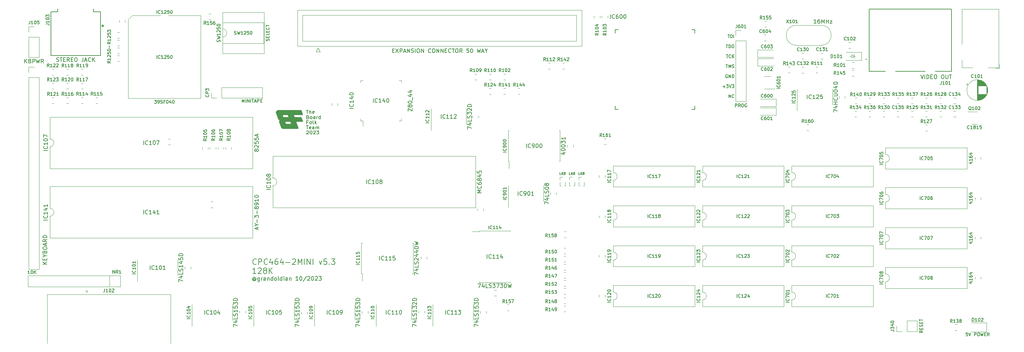
<source format=gbr>
%TF.GenerationSoftware,KiCad,Pcbnew,7.0.7*%
%TF.CreationDate,2023-10-19T16:40:53+01:00*%
%TF.ProjectId,CPC464-2MINI,43504334-3634-42d3-924d-494e492e6b69,rev?*%
%TF.SameCoordinates,Original*%
%TF.FileFunction,Legend,Top*%
%TF.FilePolarity,Positive*%
%FSLAX46Y46*%
G04 Gerber Fmt 4.6, Leading zero omitted, Abs format (unit mm)*
G04 Created by KiCad (PCBNEW 7.0.7) date 2023-10-19 16:40:53*
%MOMM*%
%LPD*%
G01*
G04 APERTURE LIST*
%ADD10C,0.150000*%
%ADD11C,0.200000*%
%ADD12C,0.120000*%
%ADD13C,0.127000*%
%ADD14C,0.340000*%
%ADD15C,0.100000*%
G04 APERTURE END LIST*
D10*
X37069295Y-40728696D02*
X36688342Y-40995363D01*
X37069295Y-41185839D02*
X36269295Y-41185839D01*
X36269295Y-41185839D02*
X36269295Y-40881077D01*
X36269295Y-40881077D02*
X36307390Y-40804887D01*
X36307390Y-40804887D02*
X36345485Y-40766792D01*
X36345485Y-40766792D02*
X36421676Y-40728696D01*
X36421676Y-40728696D02*
X36535961Y-40728696D01*
X36535961Y-40728696D02*
X36612152Y-40766792D01*
X36612152Y-40766792D02*
X36650247Y-40804887D01*
X36650247Y-40804887D02*
X36688342Y-40881077D01*
X36688342Y-40881077D02*
X36688342Y-41185839D01*
X37069295Y-39966792D02*
X37069295Y-40423935D01*
X37069295Y-40195363D02*
X36269295Y-40195363D01*
X36269295Y-40195363D02*
X36383580Y-40271554D01*
X36383580Y-40271554D02*
X36459771Y-40347744D01*
X36459771Y-40347744D02*
X36497866Y-40423935D01*
X36345485Y-39662030D02*
X36307390Y-39623934D01*
X36307390Y-39623934D02*
X36269295Y-39547744D01*
X36269295Y-39547744D02*
X36269295Y-39357268D01*
X36269295Y-39357268D02*
X36307390Y-39281077D01*
X36307390Y-39281077D02*
X36345485Y-39242982D01*
X36345485Y-39242982D02*
X36421676Y-39204887D01*
X36421676Y-39204887D02*
X36497866Y-39204887D01*
X36497866Y-39204887D02*
X36612152Y-39242982D01*
X36612152Y-39242982D02*
X37069295Y-39700125D01*
X37069295Y-39700125D02*
X37069295Y-39204887D01*
X36269295Y-38481077D02*
X36269295Y-38862029D01*
X36269295Y-38862029D02*
X36650247Y-38900125D01*
X36650247Y-38900125D02*
X36612152Y-38862029D01*
X36612152Y-38862029D02*
X36574057Y-38785839D01*
X36574057Y-38785839D02*
X36574057Y-38595363D01*
X36574057Y-38595363D02*
X36612152Y-38519172D01*
X36612152Y-38519172D02*
X36650247Y-38481077D01*
X36650247Y-38481077D02*
X36726438Y-38442982D01*
X36726438Y-38442982D02*
X36916914Y-38442982D01*
X36916914Y-38442982D02*
X36993104Y-38481077D01*
X36993104Y-38481077D02*
X37031200Y-38519172D01*
X37031200Y-38519172D02*
X37069295Y-38595363D01*
X37069295Y-38595363D02*
X37069295Y-38785839D01*
X37069295Y-38785839D02*
X37031200Y-38862029D01*
X37031200Y-38862029D02*
X36993104Y-38900125D01*
X36269295Y-37947743D02*
X36269295Y-37871553D01*
X36269295Y-37871553D02*
X36307390Y-37795362D01*
X36307390Y-37795362D02*
X36345485Y-37757267D01*
X36345485Y-37757267D02*
X36421676Y-37719172D01*
X36421676Y-37719172D02*
X36574057Y-37681077D01*
X36574057Y-37681077D02*
X36764533Y-37681077D01*
X36764533Y-37681077D02*
X36916914Y-37719172D01*
X36916914Y-37719172D02*
X36993104Y-37757267D01*
X36993104Y-37757267D02*
X37031200Y-37795362D01*
X37031200Y-37795362D02*
X37069295Y-37871553D01*
X37069295Y-37871553D02*
X37069295Y-37947743D01*
X37069295Y-37947743D02*
X37031200Y-38023934D01*
X37031200Y-38023934D02*
X36993104Y-38062029D01*
X36993104Y-38062029D02*
X36916914Y-38100124D01*
X36916914Y-38100124D02*
X36764533Y-38138220D01*
X36764533Y-38138220D02*
X36574057Y-38138220D01*
X36574057Y-38138220D02*
X36421676Y-38100124D01*
X36421676Y-38100124D02*
X36345485Y-38062029D01*
X36345485Y-38062029D02*
X36307390Y-38023934D01*
X36307390Y-38023934D02*
X36269295Y-37947743D01*
X36764533Y-37338219D02*
X36764533Y-36728696D01*
X37069295Y-35890600D02*
X36688342Y-36157267D01*
X37069295Y-36347743D02*
X36269295Y-36347743D01*
X36269295Y-36347743D02*
X36269295Y-36042981D01*
X36269295Y-36042981D02*
X36307390Y-35966791D01*
X36307390Y-35966791D02*
X36345485Y-35928696D01*
X36345485Y-35928696D02*
X36421676Y-35890600D01*
X36421676Y-35890600D02*
X36535961Y-35890600D01*
X36535961Y-35890600D02*
X36612152Y-35928696D01*
X36612152Y-35928696D02*
X36650247Y-35966791D01*
X36650247Y-35966791D02*
X36688342Y-36042981D01*
X36688342Y-36042981D02*
X36688342Y-36347743D01*
X37069295Y-35128696D02*
X37069295Y-35585839D01*
X37069295Y-35357267D02*
X36269295Y-35357267D01*
X36269295Y-35357267D02*
X36383580Y-35433458D01*
X36383580Y-35433458D02*
X36459771Y-35509648D01*
X36459771Y-35509648D02*
X36497866Y-35585839D01*
X36345485Y-34823934D02*
X36307390Y-34785838D01*
X36307390Y-34785838D02*
X36269295Y-34709648D01*
X36269295Y-34709648D02*
X36269295Y-34519172D01*
X36269295Y-34519172D02*
X36307390Y-34442981D01*
X36307390Y-34442981D02*
X36345485Y-34404886D01*
X36345485Y-34404886D02*
X36421676Y-34366791D01*
X36421676Y-34366791D02*
X36497866Y-34366791D01*
X36497866Y-34366791D02*
X36612152Y-34404886D01*
X36612152Y-34404886D02*
X37069295Y-34862029D01*
X37069295Y-34862029D02*
X37069295Y-34366791D01*
X36269295Y-33642981D02*
X36269295Y-34023933D01*
X36269295Y-34023933D02*
X36650247Y-34062029D01*
X36650247Y-34062029D02*
X36612152Y-34023933D01*
X36612152Y-34023933D02*
X36574057Y-33947743D01*
X36574057Y-33947743D02*
X36574057Y-33757267D01*
X36574057Y-33757267D02*
X36612152Y-33681076D01*
X36612152Y-33681076D02*
X36650247Y-33642981D01*
X36650247Y-33642981D02*
X36726438Y-33604886D01*
X36726438Y-33604886D02*
X36916914Y-33604886D01*
X36916914Y-33604886D02*
X36993104Y-33642981D01*
X36993104Y-33642981D02*
X37031200Y-33681076D01*
X37031200Y-33681076D02*
X37069295Y-33757267D01*
X37069295Y-33757267D02*
X37069295Y-33947743D01*
X37069295Y-33947743D02*
X37031200Y-34023933D01*
X37031200Y-34023933D02*
X36993104Y-34062029D01*
X36269295Y-33338219D02*
X36269295Y-32842981D01*
X36269295Y-32842981D02*
X36574057Y-33109647D01*
X36574057Y-33109647D02*
X36574057Y-32995362D01*
X36574057Y-32995362D02*
X36612152Y-32919171D01*
X36612152Y-32919171D02*
X36650247Y-32881076D01*
X36650247Y-32881076D02*
X36726438Y-32842981D01*
X36726438Y-32842981D02*
X36916914Y-32842981D01*
X36916914Y-32842981D02*
X36993104Y-32881076D01*
X36993104Y-32881076D02*
X37031200Y-32919171D01*
X37031200Y-32919171D02*
X37069295Y-32995362D01*
X37069295Y-32995362D02*
X37069295Y-33223933D01*
X37069295Y-33223933D02*
X37031200Y-33300124D01*
X37031200Y-33300124D02*
X36993104Y-33338219D01*
X192004886Y-34047142D02*
X192450601Y-34047142D01*
X192227743Y-34827142D02*
X192227743Y-34047142D01*
X192710601Y-34827142D02*
X192710601Y-34047142D01*
X192710601Y-34047142D02*
X192896315Y-34047142D01*
X192896315Y-34047142D02*
X193007744Y-34084285D01*
X193007744Y-34084285D02*
X193082029Y-34158571D01*
X193082029Y-34158571D02*
X193119172Y-34232857D01*
X193119172Y-34232857D02*
X193156315Y-34381428D01*
X193156315Y-34381428D02*
X193156315Y-34492857D01*
X193156315Y-34492857D02*
X193119172Y-34641428D01*
X193119172Y-34641428D02*
X193082029Y-34715714D01*
X193082029Y-34715714D02*
X193007744Y-34790000D01*
X193007744Y-34790000D02*
X192896315Y-34827142D01*
X192896315Y-34827142D02*
X192710601Y-34827142D01*
X193490601Y-34827142D02*
X193490601Y-34047142D01*
X191559172Y-36558742D02*
X192004887Y-36558742D01*
X191782029Y-37338742D02*
X191782029Y-36558742D01*
X192264887Y-37338742D02*
X192264887Y-36558742D01*
X192264887Y-36558742D02*
X192450601Y-36558742D01*
X192450601Y-36558742D02*
X192562030Y-36595885D01*
X192562030Y-36595885D02*
X192636315Y-36670171D01*
X192636315Y-36670171D02*
X192673458Y-36744457D01*
X192673458Y-36744457D02*
X192710601Y-36893028D01*
X192710601Y-36893028D02*
X192710601Y-37004457D01*
X192710601Y-37004457D02*
X192673458Y-37153028D01*
X192673458Y-37153028D02*
X192636315Y-37227314D01*
X192636315Y-37227314D02*
X192562030Y-37301600D01*
X192562030Y-37301600D02*
X192450601Y-37338742D01*
X192450601Y-37338742D02*
X192264887Y-37338742D01*
X193193458Y-36558742D02*
X193342030Y-36558742D01*
X193342030Y-36558742D02*
X193416315Y-36595885D01*
X193416315Y-36595885D02*
X193490601Y-36670171D01*
X193490601Y-36670171D02*
X193527744Y-36818742D01*
X193527744Y-36818742D02*
X193527744Y-37078742D01*
X193527744Y-37078742D02*
X193490601Y-37227314D01*
X193490601Y-37227314D02*
X193416315Y-37301600D01*
X193416315Y-37301600D02*
X193342030Y-37338742D01*
X193342030Y-37338742D02*
X193193458Y-37338742D01*
X193193458Y-37338742D02*
X193119173Y-37301600D01*
X193119173Y-37301600D02*
X193044887Y-37227314D01*
X193044887Y-37227314D02*
X193007744Y-37078742D01*
X193007744Y-37078742D02*
X193007744Y-36818742D01*
X193007744Y-36818742D02*
X193044887Y-36670171D01*
X193044887Y-36670171D02*
X193119173Y-36595885D01*
X193119173Y-36595885D02*
X193193458Y-36558742D01*
X191596315Y-39070342D02*
X192042030Y-39070342D01*
X191819172Y-39850342D02*
X191819172Y-39070342D01*
X192747744Y-39776057D02*
X192710601Y-39813200D01*
X192710601Y-39813200D02*
X192599173Y-39850342D01*
X192599173Y-39850342D02*
X192524887Y-39850342D01*
X192524887Y-39850342D02*
X192413458Y-39813200D01*
X192413458Y-39813200D02*
X192339173Y-39738914D01*
X192339173Y-39738914D02*
X192302030Y-39664628D01*
X192302030Y-39664628D02*
X192264887Y-39516057D01*
X192264887Y-39516057D02*
X192264887Y-39404628D01*
X192264887Y-39404628D02*
X192302030Y-39256057D01*
X192302030Y-39256057D02*
X192339173Y-39181771D01*
X192339173Y-39181771D02*
X192413458Y-39107485D01*
X192413458Y-39107485D02*
X192524887Y-39070342D01*
X192524887Y-39070342D02*
X192599173Y-39070342D01*
X192599173Y-39070342D02*
X192710601Y-39107485D01*
X192710601Y-39107485D02*
X192747744Y-39144628D01*
X193082030Y-39850342D02*
X193082030Y-39070342D01*
X193527744Y-39850342D02*
X193193458Y-39404628D01*
X193527744Y-39070342D02*
X193082030Y-39516057D01*
X191522029Y-41581942D02*
X191967744Y-41581942D01*
X191744886Y-42361942D02*
X191744886Y-41581942D01*
X192227744Y-42361942D02*
X192227744Y-41581942D01*
X192227744Y-41581942D02*
X192487744Y-42139085D01*
X192487744Y-42139085D02*
X192747744Y-41581942D01*
X192747744Y-41581942D02*
X192747744Y-42361942D01*
X193082030Y-42324800D02*
X193193459Y-42361942D01*
X193193459Y-42361942D02*
X193379173Y-42361942D01*
X193379173Y-42361942D02*
X193453459Y-42324800D01*
X193453459Y-42324800D02*
X193490601Y-42287657D01*
X193490601Y-42287657D02*
X193527744Y-42213371D01*
X193527744Y-42213371D02*
X193527744Y-42139085D01*
X193527744Y-42139085D02*
X193490601Y-42064800D01*
X193490601Y-42064800D02*
X193453459Y-42027657D01*
X193453459Y-42027657D02*
X193379173Y-41990514D01*
X193379173Y-41990514D02*
X193230601Y-41953371D01*
X193230601Y-41953371D02*
X193156316Y-41916228D01*
X193156316Y-41916228D02*
X193119173Y-41879085D01*
X193119173Y-41879085D02*
X193082030Y-41804800D01*
X193082030Y-41804800D02*
X193082030Y-41730514D01*
X193082030Y-41730514D02*
X193119173Y-41656228D01*
X193119173Y-41656228D02*
X193156316Y-41619085D01*
X193156316Y-41619085D02*
X193230601Y-41581942D01*
X193230601Y-41581942D02*
X193416316Y-41581942D01*
X193416316Y-41581942D02*
X193527744Y-41619085D01*
X191893458Y-44130685D02*
X191819173Y-44093542D01*
X191819173Y-44093542D02*
X191707744Y-44093542D01*
X191707744Y-44093542D02*
X191596315Y-44130685D01*
X191596315Y-44130685D02*
X191522030Y-44204971D01*
X191522030Y-44204971D02*
X191484887Y-44279257D01*
X191484887Y-44279257D02*
X191447744Y-44427828D01*
X191447744Y-44427828D02*
X191447744Y-44539257D01*
X191447744Y-44539257D02*
X191484887Y-44687828D01*
X191484887Y-44687828D02*
X191522030Y-44762114D01*
X191522030Y-44762114D02*
X191596315Y-44836400D01*
X191596315Y-44836400D02*
X191707744Y-44873542D01*
X191707744Y-44873542D02*
X191782030Y-44873542D01*
X191782030Y-44873542D02*
X191893458Y-44836400D01*
X191893458Y-44836400D02*
X191930601Y-44799257D01*
X191930601Y-44799257D02*
X191930601Y-44539257D01*
X191930601Y-44539257D02*
X191782030Y-44539257D01*
X192264887Y-44873542D02*
X192264887Y-44093542D01*
X192264887Y-44093542D02*
X192710601Y-44873542D01*
X192710601Y-44873542D02*
X192710601Y-44093542D01*
X193082030Y-44873542D02*
X193082030Y-44093542D01*
X193082030Y-44093542D02*
X193267744Y-44093542D01*
X193267744Y-44093542D02*
X193379173Y-44130685D01*
X193379173Y-44130685D02*
X193453458Y-44204971D01*
X193453458Y-44204971D02*
X193490601Y-44279257D01*
X193490601Y-44279257D02*
X193527744Y-44427828D01*
X193527744Y-44427828D02*
X193527744Y-44539257D01*
X193527744Y-44539257D02*
X193490601Y-44687828D01*
X193490601Y-44687828D02*
X193453458Y-44762114D01*
X193453458Y-44762114D02*
X193379173Y-44836400D01*
X193379173Y-44836400D02*
X193267744Y-44873542D01*
X193267744Y-44873542D02*
X193082030Y-44873542D01*
X190742031Y-47088000D02*
X191336317Y-47088000D01*
X191039174Y-47385142D02*
X191039174Y-46790857D01*
X191633459Y-46605142D02*
X192116316Y-46605142D01*
X192116316Y-46605142D02*
X191856316Y-46902285D01*
X191856316Y-46902285D02*
X191967745Y-46902285D01*
X191967745Y-46902285D02*
X192042031Y-46939428D01*
X192042031Y-46939428D02*
X192079173Y-46976571D01*
X192079173Y-46976571D02*
X192116316Y-47050857D01*
X192116316Y-47050857D02*
X192116316Y-47236571D01*
X192116316Y-47236571D02*
X192079173Y-47310857D01*
X192079173Y-47310857D02*
X192042031Y-47348000D01*
X192042031Y-47348000D02*
X191967745Y-47385142D01*
X191967745Y-47385142D02*
X191744888Y-47385142D01*
X191744888Y-47385142D02*
X191670602Y-47348000D01*
X191670602Y-47348000D02*
X191633459Y-47310857D01*
X192339173Y-46605142D02*
X192599173Y-47385142D01*
X192599173Y-47385142D02*
X192859173Y-46605142D01*
X193044887Y-46605142D02*
X193527744Y-46605142D01*
X193527744Y-46605142D02*
X193267744Y-46902285D01*
X193267744Y-46902285D02*
X193379173Y-46902285D01*
X193379173Y-46902285D02*
X193453459Y-46939428D01*
X193453459Y-46939428D02*
X193490601Y-46976571D01*
X193490601Y-46976571D02*
X193527744Y-47050857D01*
X193527744Y-47050857D02*
X193527744Y-47236571D01*
X193527744Y-47236571D02*
X193490601Y-47310857D01*
X193490601Y-47310857D02*
X193453459Y-47348000D01*
X193453459Y-47348000D02*
X193379173Y-47385142D01*
X193379173Y-47385142D02*
X193156316Y-47385142D01*
X193156316Y-47385142D02*
X193082030Y-47348000D01*
X193082030Y-47348000D02*
X193044887Y-47310857D01*
X192264887Y-49896742D02*
X192264887Y-49116742D01*
X192264887Y-49116742D02*
X192710601Y-49896742D01*
X192710601Y-49896742D02*
X192710601Y-49116742D01*
X193527744Y-49822457D02*
X193490601Y-49859600D01*
X193490601Y-49859600D02*
X193379173Y-49896742D01*
X193379173Y-49896742D02*
X193304887Y-49896742D01*
X193304887Y-49896742D02*
X193193458Y-49859600D01*
X193193458Y-49859600D02*
X193119173Y-49785314D01*
X193119173Y-49785314D02*
X193082030Y-49711028D01*
X193082030Y-49711028D02*
X193044887Y-49562457D01*
X193044887Y-49562457D02*
X193044887Y-49451028D01*
X193044887Y-49451028D02*
X193082030Y-49302457D01*
X193082030Y-49302457D02*
X193119173Y-49228171D01*
X193119173Y-49228171D02*
X193193458Y-49153885D01*
X193193458Y-49153885D02*
X193304887Y-49116742D01*
X193304887Y-49116742D02*
X193379173Y-49116742D01*
X193379173Y-49116742D02*
X193490601Y-49153885D01*
X193490601Y-49153885D02*
X193527744Y-49191028D01*
D11*
X86175394Y-53074435D02*
X86689680Y-53074435D01*
X86432537Y-53874435D02*
X86432537Y-53074435D01*
X86989679Y-53874435D02*
X86989679Y-53074435D01*
X87375394Y-53874435D02*
X87375394Y-53455387D01*
X87375394Y-53455387D02*
X87332536Y-53379197D01*
X87332536Y-53379197D02*
X87246822Y-53341101D01*
X87246822Y-53341101D02*
X87118251Y-53341101D01*
X87118251Y-53341101D02*
X87032536Y-53379197D01*
X87032536Y-53379197D02*
X86989679Y-53417292D01*
X88146822Y-53836340D02*
X88061108Y-53874435D01*
X88061108Y-53874435D02*
X87889680Y-53874435D01*
X87889680Y-53874435D02*
X87803965Y-53836340D01*
X87803965Y-53836340D02*
X87761108Y-53760149D01*
X87761108Y-53760149D02*
X87761108Y-53455387D01*
X87761108Y-53455387D02*
X87803965Y-53379197D01*
X87803965Y-53379197D02*
X87889680Y-53341101D01*
X87889680Y-53341101D02*
X88061108Y-53341101D01*
X88061108Y-53341101D02*
X88146822Y-53379197D01*
X88146822Y-53379197D02*
X88189680Y-53455387D01*
X88189680Y-53455387D02*
X88189680Y-53531578D01*
X88189680Y-53531578D02*
X87761108Y-53607768D01*
X86603965Y-54743387D02*
X86732537Y-54781482D01*
X86732537Y-54781482D02*
X86775394Y-54819578D01*
X86775394Y-54819578D02*
X86818251Y-54895768D01*
X86818251Y-54895768D02*
X86818251Y-55010054D01*
X86818251Y-55010054D02*
X86775394Y-55086244D01*
X86775394Y-55086244D02*
X86732537Y-55124340D01*
X86732537Y-55124340D02*
X86646822Y-55162435D01*
X86646822Y-55162435D02*
X86303965Y-55162435D01*
X86303965Y-55162435D02*
X86303965Y-54362435D01*
X86303965Y-54362435D02*
X86603965Y-54362435D01*
X86603965Y-54362435D02*
X86689680Y-54400530D01*
X86689680Y-54400530D02*
X86732537Y-54438625D01*
X86732537Y-54438625D02*
X86775394Y-54514816D01*
X86775394Y-54514816D02*
X86775394Y-54591006D01*
X86775394Y-54591006D02*
X86732537Y-54667197D01*
X86732537Y-54667197D02*
X86689680Y-54705292D01*
X86689680Y-54705292D02*
X86603965Y-54743387D01*
X86603965Y-54743387D02*
X86303965Y-54743387D01*
X87332537Y-55162435D02*
X87246822Y-55124340D01*
X87246822Y-55124340D02*
X87203965Y-55086244D01*
X87203965Y-55086244D02*
X87161108Y-55010054D01*
X87161108Y-55010054D02*
X87161108Y-54781482D01*
X87161108Y-54781482D02*
X87203965Y-54705292D01*
X87203965Y-54705292D02*
X87246822Y-54667197D01*
X87246822Y-54667197D02*
X87332537Y-54629101D01*
X87332537Y-54629101D02*
X87461108Y-54629101D01*
X87461108Y-54629101D02*
X87546822Y-54667197D01*
X87546822Y-54667197D02*
X87589680Y-54705292D01*
X87589680Y-54705292D02*
X87632537Y-54781482D01*
X87632537Y-54781482D02*
X87632537Y-55010054D01*
X87632537Y-55010054D02*
X87589680Y-55086244D01*
X87589680Y-55086244D02*
X87546822Y-55124340D01*
X87546822Y-55124340D02*
X87461108Y-55162435D01*
X87461108Y-55162435D02*
X87332537Y-55162435D01*
X88403966Y-55162435D02*
X88403966Y-54743387D01*
X88403966Y-54743387D02*
X88361108Y-54667197D01*
X88361108Y-54667197D02*
X88275394Y-54629101D01*
X88275394Y-54629101D02*
X88103966Y-54629101D01*
X88103966Y-54629101D02*
X88018251Y-54667197D01*
X88403966Y-55124340D02*
X88318251Y-55162435D01*
X88318251Y-55162435D02*
X88103966Y-55162435D01*
X88103966Y-55162435D02*
X88018251Y-55124340D01*
X88018251Y-55124340D02*
X87975394Y-55048149D01*
X87975394Y-55048149D02*
X87975394Y-54971959D01*
X87975394Y-54971959D02*
X88018251Y-54895768D01*
X88018251Y-54895768D02*
X88103966Y-54857673D01*
X88103966Y-54857673D02*
X88318251Y-54857673D01*
X88318251Y-54857673D02*
X88403966Y-54819578D01*
X88832537Y-55162435D02*
X88832537Y-54629101D01*
X88832537Y-54781482D02*
X88875394Y-54705292D01*
X88875394Y-54705292D02*
X88918252Y-54667197D01*
X88918252Y-54667197D02*
X89003966Y-54629101D01*
X89003966Y-54629101D02*
X89089680Y-54629101D01*
X89775395Y-55162435D02*
X89775395Y-54362435D01*
X89775395Y-55124340D02*
X89689680Y-55162435D01*
X89689680Y-55162435D02*
X89518252Y-55162435D01*
X89518252Y-55162435D02*
X89432537Y-55124340D01*
X89432537Y-55124340D02*
X89389680Y-55086244D01*
X89389680Y-55086244D02*
X89346823Y-55010054D01*
X89346823Y-55010054D02*
X89346823Y-54781482D01*
X89346823Y-54781482D02*
X89389680Y-54705292D01*
X89389680Y-54705292D02*
X89432537Y-54667197D01*
X89432537Y-54667197D02*
X89518252Y-54629101D01*
X89518252Y-54629101D02*
X89689680Y-54629101D01*
X89689680Y-54629101D02*
X89775395Y-54667197D01*
X86603965Y-56031387D02*
X86303965Y-56031387D01*
X86303965Y-56450435D02*
X86303965Y-55650435D01*
X86303965Y-55650435D02*
X86732537Y-55650435D01*
X87203966Y-56450435D02*
X87118251Y-56412340D01*
X87118251Y-56412340D02*
X87075394Y-56374244D01*
X87075394Y-56374244D02*
X87032537Y-56298054D01*
X87032537Y-56298054D02*
X87032537Y-56069482D01*
X87032537Y-56069482D02*
X87075394Y-55993292D01*
X87075394Y-55993292D02*
X87118251Y-55955197D01*
X87118251Y-55955197D02*
X87203966Y-55917101D01*
X87203966Y-55917101D02*
X87332537Y-55917101D01*
X87332537Y-55917101D02*
X87418251Y-55955197D01*
X87418251Y-55955197D02*
X87461109Y-55993292D01*
X87461109Y-55993292D02*
X87503966Y-56069482D01*
X87503966Y-56069482D02*
X87503966Y-56298054D01*
X87503966Y-56298054D02*
X87461109Y-56374244D01*
X87461109Y-56374244D02*
X87418251Y-56412340D01*
X87418251Y-56412340D02*
X87332537Y-56450435D01*
X87332537Y-56450435D02*
X87203966Y-56450435D01*
X88018252Y-56450435D02*
X87932537Y-56412340D01*
X87932537Y-56412340D02*
X87889680Y-56336149D01*
X87889680Y-56336149D02*
X87889680Y-55650435D01*
X88361109Y-56450435D02*
X88361109Y-55650435D01*
X88446824Y-56145673D02*
X88703966Y-56450435D01*
X88703966Y-55917101D02*
X88361109Y-56221863D01*
X86175394Y-56938435D02*
X86689680Y-56938435D01*
X86432537Y-57738435D02*
X86432537Y-56938435D01*
X87332536Y-57700340D02*
X87246822Y-57738435D01*
X87246822Y-57738435D02*
X87075394Y-57738435D01*
X87075394Y-57738435D02*
X86989679Y-57700340D01*
X86989679Y-57700340D02*
X86946822Y-57624149D01*
X86946822Y-57624149D02*
X86946822Y-57319387D01*
X86946822Y-57319387D02*
X86989679Y-57243197D01*
X86989679Y-57243197D02*
X87075394Y-57205101D01*
X87075394Y-57205101D02*
X87246822Y-57205101D01*
X87246822Y-57205101D02*
X87332536Y-57243197D01*
X87332536Y-57243197D02*
X87375394Y-57319387D01*
X87375394Y-57319387D02*
X87375394Y-57395578D01*
X87375394Y-57395578D02*
X86946822Y-57471768D01*
X88146823Y-57738435D02*
X88146823Y-57319387D01*
X88146823Y-57319387D02*
X88103965Y-57243197D01*
X88103965Y-57243197D02*
X88018251Y-57205101D01*
X88018251Y-57205101D02*
X87846823Y-57205101D01*
X87846823Y-57205101D02*
X87761108Y-57243197D01*
X88146823Y-57700340D02*
X88061108Y-57738435D01*
X88061108Y-57738435D02*
X87846823Y-57738435D01*
X87846823Y-57738435D02*
X87761108Y-57700340D01*
X87761108Y-57700340D02*
X87718251Y-57624149D01*
X87718251Y-57624149D02*
X87718251Y-57547959D01*
X87718251Y-57547959D02*
X87761108Y-57471768D01*
X87761108Y-57471768D02*
X87846823Y-57433673D01*
X87846823Y-57433673D02*
X88061108Y-57433673D01*
X88061108Y-57433673D02*
X88146823Y-57395578D01*
X88575394Y-57738435D02*
X88575394Y-57205101D01*
X88575394Y-57281292D02*
X88618251Y-57243197D01*
X88618251Y-57243197D02*
X88703966Y-57205101D01*
X88703966Y-57205101D02*
X88832537Y-57205101D01*
X88832537Y-57205101D02*
X88918251Y-57243197D01*
X88918251Y-57243197D02*
X88961109Y-57319387D01*
X88961109Y-57319387D02*
X88961109Y-57738435D01*
X88961109Y-57319387D02*
X89003966Y-57243197D01*
X89003966Y-57243197D02*
X89089680Y-57205101D01*
X89089680Y-57205101D02*
X89218251Y-57205101D01*
X89218251Y-57205101D02*
X89303966Y-57243197D01*
X89303966Y-57243197D02*
X89346823Y-57319387D01*
X89346823Y-57319387D02*
X89346823Y-57738435D01*
X86261108Y-58302625D02*
X86303965Y-58264530D01*
X86303965Y-58264530D02*
X86389680Y-58226435D01*
X86389680Y-58226435D02*
X86603965Y-58226435D01*
X86603965Y-58226435D02*
X86689680Y-58264530D01*
X86689680Y-58264530D02*
X86732537Y-58302625D01*
X86732537Y-58302625D02*
X86775394Y-58378816D01*
X86775394Y-58378816D02*
X86775394Y-58455006D01*
X86775394Y-58455006D02*
X86732537Y-58569292D01*
X86732537Y-58569292D02*
X86218251Y-59026435D01*
X86218251Y-59026435D02*
X86775394Y-59026435D01*
X87332537Y-58226435D02*
X87418251Y-58226435D01*
X87418251Y-58226435D02*
X87503965Y-58264530D01*
X87503965Y-58264530D02*
X87546823Y-58302625D01*
X87546823Y-58302625D02*
X87589680Y-58378816D01*
X87589680Y-58378816D02*
X87632537Y-58531197D01*
X87632537Y-58531197D02*
X87632537Y-58721673D01*
X87632537Y-58721673D02*
X87589680Y-58874054D01*
X87589680Y-58874054D02*
X87546823Y-58950244D01*
X87546823Y-58950244D02*
X87503965Y-58988340D01*
X87503965Y-58988340D02*
X87418251Y-59026435D01*
X87418251Y-59026435D02*
X87332537Y-59026435D01*
X87332537Y-59026435D02*
X87246823Y-58988340D01*
X87246823Y-58988340D02*
X87203965Y-58950244D01*
X87203965Y-58950244D02*
X87161108Y-58874054D01*
X87161108Y-58874054D02*
X87118251Y-58721673D01*
X87118251Y-58721673D02*
X87118251Y-58531197D01*
X87118251Y-58531197D02*
X87161108Y-58378816D01*
X87161108Y-58378816D02*
X87203965Y-58302625D01*
X87203965Y-58302625D02*
X87246823Y-58264530D01*
X87246823Y-58264530D02*
X87332537Y-58226435D01*
X87975394Y-58302625D02*
X88018251Y-58264530D01*
X88018251Y-58264530D02*
X88103966Y-58226435D01*
X88103966Y-58226435D02*
X88318251Y-58226435D01*
X88318251Y-58226435D02*
X88403966Y-58264530D01*
X88403966Y-58264530D02*
X88446823Y-58302625D01*
X88446823Y-58302625D02*
X88489680Y-58378816D01*
X88489680Y-58378816D02*
X88489680Y-58455006D01*
X88489680Y-58455006D02*
X88446823Y-58569292D01*
X88446823Y-58569292D02*
X87932537Y-59026435D01*
X87932537Y-59026435D02*
X88489680Y-59026435D01*
X88789680Y-58226435D02*
X89346823Y-58226435D01*
X89346823Y-58226435D02*
X89046823Y-58531197D01*
X89046823Y-58531197D02*
X89175394Y-58531197D01*
X89175394Y-58531197D02*
X89261109Y-58569292D01*
X89261109Y-58569292D02*
X89303966Y-58607387D01*
X89303966Y-58607387D02*
X89346823Y-58683578D01*
X89346823Y-58683578D02*
X89346823Y-58874054D01*
X89346823Y-58874054D02*
X89303966Y-58950244D01*
X89303966Y-58950244D02*
X89261109Y-58988340D01*
X89261109Y-58988340D02*
X89175394Y-59026435D01*
X89175394Y-59026435D02*
X88918251Y-59026435D01*
X88918251Y-59026435D02*
X88832537Y-58988340D01*
X88832537Y-58988340D02*
X88789680Y-58950244D01*
D10*
X73330826Y-95393628D02*
X73283207Y-95346009D01*
X73283207Y-95346009D02*
X73187969Y-95298390D01*
X73187969Y-95298390D02*
X73092731Y-95298390D01*
X73092731Y-95298390D02*
X72997493Y-95346009D01*
X72997493Y-95346009D02*
X72949874Y-95393628D01*
X72949874Y-95393628D02*
X72902255Y-95488866D01*
X72902255Y-95488866D02*
X72902255Y-95584104D01*
X72902255Y-95584104D02*
X72949874Y-95679342D01*
X72949874Y-95679342D02*
X72997493Y-95726961D01*
X72997493Y-95726961D02*
X73092731Y-95774580D01*
X73092731Y-95774580D02*
X73187969Y-95774580D01*
X73187969Y-95774580D02*
X73283207Y-95726961D01*
X73283207Y-95726961D02*
X73330826Y-95679342D01*
X73330826Y-95298390D02*
X73330826Y-95679342D01*
X73330826Y-95679342D02*
X73378445Y-95726961D01*
X73378445Y-95726961D02*
X73426064Y-95726961D01*
X73426064Y-95726961D02*
X73521303Y-95679342D01*
X73521303Y-95679342D02*
X73568922Y-95584104D01*
X73568922Y-95584104D02*
X73568922Y-95346009D01*
X73568922Y-95346009D02*
X73473684Y-95203152D01*
X73473684Y-95203152D02*
X73330826Y-95107914D01*
X73330826Y-95107914D02*
X73140350Y-95060295D01*
X73140350Y-95060295D02*
X72949874Y-95107914D01*
X72949874Y-95107914D02*
X72807017Y-95203152D01*
X72807017Y-95203152D02*
X72711779Y-95346009D01*
X72711779Y-95346009D02*
X72664160Y-95536485D01*
X72664160Y-95536485D02*
X72711779Y-95726961D01*
X72711779Y-95726961D02*
X72807017Y-95869819D01*
X72807017Y-95869819D02*
X72949874Y-95965057D01*
X72949874Y-95965057D02*
X73140350Y-96012676D01*
X73140350Y-96012676D02*
X73330826Y-95965057D01*
X73330826Y-95965057D02*
X73473684Y-95869819D01*
X74426064Y-95203152D02*
X74426064Y-96012676D01*
X74426064Y-96012676D02*
X74378445Y-96107914D01*
X74378445Y-96107914D02*
X74330826Y-96155533D01*
X74330826Y-96155533D02*
X74235588Y-96203152D01*
X74235588Y-96203152D02*
X74092731Y-96203152D01*
X74092731Y-96203152D02*
X73997493Y-96155533D01*
X74426064Y-95822200D02*
X74330826Y-95869819D01*
X74330826Y-95869819D02*
X74140350Y-95869819D01*
X74140350Y-95869819D02*
X74045112Y-95822200D01*
X74045112Y-95822200D02*
X73997493Y-95774580D01*
X73997493Y-95774580D02*
X73949874Y-95679342D01*
X73949874Y-95679342D02*
X73949874Y-95393628D01*
X73949874Y-95393628D02*
X73997493Y-95298390D01*
X73997493Y-95298390D02*
X74045112Y-95250771D01*
X74045112Y-95250771D02*
X74140350Y-95203152D01*
X74140350Y-95203152D02*
X74330826Y-95203152D01*
X74330826Y-95203152D02*
X74426064Y-95250771D01*
X74902255Y-95869819D02*
X74902255Y-95203152D01*
X74902255Y-95393628D02*
X74949874Y-95298390D01*
X74949874Y-95298390D02*
X74997493Y-95250771D01*
X74997493Y-95250771D02*
X75092731Y-95203152D01*
X75092731Y-95203152D02*
X75187969Y-95203152D01*
X75949874Y-95869819D02*
X75949874Y-95346009D01*
X75949874Y-95346009D02*
X75902255Y-95250771D01*
X75902255Y-95250771D02*
X75807017Y-95203152D01*
X75807017Y-95203152D02*
X75616541Y-95203152D01*
X75616541Y-95203152D02*
X75521303Y-95250771D01*
X75949874Y-95822200D02*
X75854636Y-95869819D01*
X75854636Y-95869819D02*
X75616541Y-95869819D01*
X75616541Y-95869819D02*
X75521303Y-95822200D01*
X75521303Y-95822200D02*
X75473684Y-95726961D01*
X75473684Y-95726961D02*
X75473684Y-95631723D01*
X75473684Y-95631723D02*
X75521303Y-95536485D01*
X75521303Y-95536485D02*
X75616541Y-95488866D01*
X75616541Y-95488866D02*
X75854636Y-95488866D01*
X75854636Y-95488866D02*
X75949874Y-95441247D01*
X76426065Y-95203152D02*
X76426065Y-95869819D01*
X76426065Y-95298390D02*
X76473684Y-95250771D01*
X76473684Y-95250771D02*
X76568922Y-95203152D01*
X76568922Y-95203152D02*
X76711779Y-95203152D01*
X76711779Y-95203152D02*
X76807017Y-95250771D01*
X76807017Y-95250771D02*
X76854636Y-95346009D01*
X76854636Y-95346009D02*
X76854636Y-95869819D01*
X77759398Y-95869819D02*
X77759398Y-94869819D01*
X77759398Y-95822200D02*
X77664160Y-95869819D01*
X77664160Y-95869819D02*
X77473684Y-95869819D01*
X77473684Y-95869819D02*
X77378446Y-95822200D01*
X77378446Y-95822200D02*
X77330827Y-95774580D01*
X77330827Y-95774580D02*
X77283208Y-95679342D01*
X77283208Y-95679342D02*
X77283208Y-95393628D01*
X77283208Y-95393628D02*
X77330827Y-95298390D01*
X77330827Y-95298390D02*
X77378446Y-95250771D01*
X77378446Y-95250771D02*
X77473684Y-95203152D01*
X77473684Y-95203152D02*
X77664160Y-95203152D01*
X77664160Y-95203152D02*
X77759398Y-95250771D01*
X78378446Y-95869819D02*
X78283208Y-95822200D01*
X78283208Y-95822200D02*
X78235589Y-95774580D01*
X78235589Y-95774580D02*
X78187970Y-95679342D01*
X78187970Y-95679342D02*
X78187970Y-95393628D01*
X78187970Y-95393628D02*
X78235589Y-95298390D01*
X78235589Y-95298390D02*
X78283208Y-95250771D01*
X78283208Y-95250771D02*
X78378446Y-95203152D01*
X78378446Y-95203152D02*
X78521303Y-95203152D01*
X78521303Y-95203152D02*
X78616541Y-95250771D01*
X78616541Y-95250771D02*
X78664160Y-95298390D01*
X78664160Y-95298390D02*
X78711779Y-95393628D01*
X78711779Y-95393628D02*
X78711779Y-95679342D01*
X78711779Y-95679342D02*
X78664160Y-95774580D01*
X78664160Y-95774580D02*
X78616541Y-95822200D01*
X78616541Y-95822200D02*
X78521303Y-95869819D01*
X78521303Y-95869819D02*
X78378446Y-95869819D01*
X79283208Y-95869819D02*
X79187970Y-95822200D01*
X79187970Y-95822200D02*
X79140351Y-95726961D01*
X79140351Y-95726961D02*
X79140351Y-94869819D01*
X80092732Y-95869819D02*
X80092732Y-94869819D01*
X80092732Y-95822200D02*
X79997494Y-95869819D01*
X79997494Y-95869819D02*
X79807018Y-95869819D01*
X79807018Y-95869819D02*
X79711780Y-95822200D01*
X79711780Y-95822200D02*
X79664161Y-95774580D01*
X79664161Y-95774580D02*
X79616542Y-95679342D01*
X79616542Y-95679342D02*
X79616542Y-95393628D01*
X79616542Y-95393628D02*
X79664161Y-95298390D01*
X79664161Y-95298390D02*
X79711780Y-95250771D01*
X79711780Y-95250771D02*
X79807018Y-95203152D01*
X79807018Y-95203152D02*
X79997494Y-95203152D01*
X79997494Y-95203152D02*
X80092732Y-95250771D01*
X80568923Y-95869819D02*
X80568923Y-95203152D01*
X80568923Y-94869819D02*
X80521304Y-94917438D01*
X80521304Y-94917438D02*
X80568923Y-94965057D01*
X80568923Y-94965057D02*
X80616542Y-94917438D01*
X80616542Y-94917438D02*
X80568923Y-94869819D01*
X80568923Y-94869819D02*
X80568923Y-94965057D01*
X81473684Y-95869819D02*
X81473684Y-95346009D01*
X81473684Y-95346009D02*
X81426065Y-95250771D01*
X81426065Y-95250771D02*
X81330827Y-95203152D01*
X81330827Y-95203152D02*
X81140351Y-95203152D01*
X81140351Y-95203152D02*
X81045113Y-95250771D01*
X81473684Y-95822200D02*
X81378446Y-95869819D01*
X81378446Y-95869819D02*
X81140351Y-95869819D01*
X81140351Y-95869819D02*
X81045113Y-95822200D01*
X81045113Y-95822200D02*
X80997494Y-95726961D01*
X80997494Y-95726961D02*
X80997494Y-95631723D01*
X80997494Y-95631723D02*
X81045113Y-95536485D01*
X81045113Y-95536485D02*
X81140351Y-95488866D01*
X81140351Y-95488866D02*
X81378446Y-95488866D01*
X81378446Y-95488866D02*
X81473684Y-95441247D01*
X81949875Y-95203152D02*
X81949875Y-95869819D01*
X81949875Y-95298390D02*
X81997494Y-95250771D01*
X81997494Y-95250771D02*
X82092732Y-95203152D01*
X82092732Y-95203152D02*
X82235589Y-95203152D01*
X82235589Y-95203152D02*
X82330827Y-95250771D01*
X82330827Y-95250771D02*
X82378446Y-95346009D01*
X82378446Y-95346009D02*
X82378446Y-95869819D01*
X84140351Y-95869819D02*
X83568923Y-95869819D01*
X83854637Y-95869819D02*
X83854637Y-94869819D01*
X83854637Y-94869819D02*
X83759399Y-95012676D01*
X83759399Y-95012676D02*
X83664161Y-95107914D01*
X83664161Y-95107914D02*
X83568923Y-95155533D01*
X84759399Y-94869819D02*
X84854637Y-94869819D01*
X84854637Y-94869819D02*
X84949875Y-94917438D01*
X84949875Y-94917438D02*
X84997494Y-94965057D01*
X84997494Y-94965057D02*
X85045113Y-95060295D01*
X85045113Y-95060295D02*
X85092732Y-95250771D01*
X85092732Y-95250771D02*
X85092732Y-95488866D01*
X85092732Y-95488866D02*
X85045113Y-95679342D01*
X85045113Y-95679342D02*
X84997494Y-95774580D01*
X84997494Y-95774580D02*
X84949875Y-95822200D01*
X84949875Y-95822200D02*
X84854637Y-95869819D01*
X84854637Y-95869819D02*
X84759399Y-95869819D01*
X84759399Y-95869819D02*
X84664161Y-95822200D01*
X84664161Y-95822200D02*
X84616542Y-95774580D01*
X84616542Y-95774580D02*
X84568923Y-95679342D01*
X84568923Y-95679342D02*
X84521304Y-95488866D01*
X84521304Y-95488866D02*
X84521304Y-95250771D01*
X84521304Y-95250771D02*
X84568923Y-95060295D01*
X84568923Y-95060295D02*
X84616542Y-94965057D01*
X84616542Y-94965057D02*
X84664161Y-94917438D01*
X84664161Y-94917438D02*
X84759399Y-94869819D01*
X86235589Y-94822200D02*
X85378447Y-96107914D01*
X86521304Y-94965057D02*
X86568923Y-94917438D01*
X86568923Y-94917438D02*
X86664161Y-94869819D01*
X86664161Y-94869819D02*
X86902256Y-94869819D01*
X86902256Y-94869819D02*
X86997494Y-94917438D01*
X86997494Y-94917438D02*
X87045113Y-94965057D01*
X87045113Y-94965057D02*
X87092732Y-95060295D01*
X87092732Y-95060295D02*
X87092732Y-95155533D01*
X87092732Y-95155533D02*
X87045113Y-95298390D01*
X87045113Y-95298390D02*
X86473685Y-95869819D01*
X86473685Y-95869819D02*
X87092732Y-95869819D01*
X87711780Y-94869819D02*
X87807018Y-94869819D01*
X87807018Y-94869819D02*
X87902256Y-94917438D01*
X87902256Y-94917438D02*
X87949875Y-94965057D01*
X87949875Y-94965057D02*
X87997494Y-95060295D01*
X87997494Y-95060295D02*
X88045113Y-95250771D01*
X88045113Y-95250771D02*
X88045113Y-95488866D01*
X88045113Y-95488866D02*
X87997494Y-95679342D01*
X87997494Y-95679342D02*
X87949875Y-95774580D01*
X87949875Y-95774580D02*
X87902256Y-95822200D01*
X87902256Y-95822200D02*
X87807018Y-95869819D01*
X87807018Y-95869819D02*
X87711780Y-95869819D01*
X87711780Y-95869819D02*
X87616542Y-95822200D01*
X87616542Y-95822200D02*
X87568923Y-95774580D01*
X87568923Y-95774580D02*
X87521304Y-95679342D01*
X87521304Y-95679342D02*
X87473685Y-95488866D01*
X87473685Y-95488866D02*
X87473685Y-95250771D01*
X87473685Y-95250771D02*
X87521304Y-95060295D01*
X87521304Y-95060295D02*
X87568923Y-94965057D01*
X87568923Y-94965057D02*
X87616542Y-94917438D01*
X87616542Y-94917438D02*
X87711780Y-94869819D01*
X88426066Y-94965057D02*
X88473685Y-94917438D01*
X88473685Y-94917438D02*
X88568923Y-94869819D01*
X88568923Y-94869819D02*
X88807018Y-94869819D01*
X88807018Y-94869819D02*
X88902256Y-94917438D01*
X88902256Y-94917438D02*
X88949875Y-94965057D01*
X88949875Y-94965057D02*
X88997494Y-95060295D01*
X88997494Y-95060295D02*
X88997494Y-95155533D01*
X88997494Y-95155533D02*
X88949875Y-95298390D01*
X88949875Y-95298390D02*
X88378447Y-95869819D01*
X88378447Y-95869819D02*
X88997494Y-95869819D01*
X89330828Y-94869819D02*
X89949875Y-94869819D01*
X89949875Y-94869819D02*
X89616542Y-95250771D01*
X89616542Y-95250771D02*
X89759399Y-95250771D01*
X89759399Y-95250771D02*
X89854637Y-95298390D01*
X89854637Y-95298390D02*
X89902256Y-95346009D01*
X89902256Y-95346009D02*
X89949875Y-95441247D01*
X89949875Y-95441247D02*
X89949875Y-95679342D01*
X89949875Y-95679342D02*
X89902256Y-95774580D01*
X89902256Y-95774580D02*
X89854637Y-95822200D01*
X89854637Y-95822200D02*
X89759399Y-95869819D01*
X89759399Y-95869819D02*
X89473685Y-95869819D01*
X89473685Y-95869819D02*
X89378447Y-95822200D01*
X89378447Y-95822200D02*
X89330828Y-95774580D01*
D11*
X73639911Y-91730933D02*
X73573244Y-91797600D01*
X73573244Y-91797600D02*
X73373244Y-91864266D01*
X73373244Y-91864266D02*
X73239911Y-91864266D01*
X73239911Y-91864266D02*
X73039911Y-91797600D01*
X73039911Y-91797600D02*
X72906578Y-91664266D01*
X72906578Y-91664266D02*
X72839911Y-91530933D01*
X72839911Y-91530933D02*
X72773244Y-91264266D01*
X72773244Y-91264266D02*
X72773244Y-91064266D01*
X72773244Y-91064266D02*
X72839911Y-90797600D01*
X72839911Y-90797600D02*
X72906578Y-90664266D01*
X72906578Y-90664266D02*
X73039911Y-90530933D01*
X73039911Y-90530933D02*
X73239911Y-90464266D01*
X73239911Y-90464266D02*
X73373244Y-90464266D01*
X73373244Y-90464266D02*
X73573244Y-90530933D01*
X73573244Y-90530933D02*
X73639911Y-90597600D01*
X74239911Y-91864266D02*
X74239911Y-90464266D01*
X74239911Y-90464266D02*
X74773244Y-90464266D01*
X74773244Y-90464266D02*
X74906578Y-90530933D01*
X74906578Y-90530933D02*
X74973244Y-90597600D01*
X74973244Y-90597600D02*
X75039911Y-90730933D01*
X75039911Y-90730933D02*
X75039911Y-90930933D01*
X75039911Y-90930933D02*
X74973244Y-91064266D01*
X74973244Y-91064266D02*
X74906578Y-91130933D01*
X74906578Y-91130933D02*
X74773244Y-91197600D01*
X74773244Y-91197600D02*
X74239911Y-91197600D01*
X76439911Y-91730933D02*
X76373244Y-91797600D01*
X76373244Y-91797600D02*
X76173244Y-91864266D01*
X76173244Y-91864266D02*
X76039911Y-91864266D01*
X76039911Y-91864266D02*
X75839911Y-91797600D01*
X75839911Y-91797600D02*
X75706578Y-91664266D01*
X75706578Y-91664266D02*
X75639911Y-91530933D01*
X75639911Y-91530933D02*
X75573244Y-91264266D01*
X75573244Y-91264266D02*
X75573244Y-91064266D01*
X75573244Y-91064266D02*
X75639911Y-90797600D01*
X75639911Y-90797600D02*
X75706578Y-90664266D01*
X75706578Y-90664266D02*
X75839911Y-90530933D01*
X75839911Y-90530933D02*
X76039911Y-90464266D01*
X76039911Y-90464266D02*
X76173244Y-90464266D01*
X76173244Y-90464266D02*
X76373244Y-90530933D01*
X76373244Y-90530933D02*
X76439911Y-90597600D01*
X77639911Y-90930933D02*
X77639911Y-91864266D01*
X77306578Y-90397600D02*
X76973244Y-91397600D01*
X76973244Y-91397600D02*
X77839911Y-91397600D01*
X78973244Y-90464266D02*
X78706577Y-90464266D01*
X78706577Y-90464266D02*
X78573244Y-90530933D01*
X78573244Y-90530933D02*
X78506577Y-90597600D01*
X78506577Y-90597600D02*
X78373244Y-90797600D01*
X78373244Y-90797600D02*
X78306577Y-91064266D01*
X78306577Y-91064266D02*
X78306577Y-91597600D01*
X78306577Y-91597600D02*
X78373244Y-91730933D01*
X78373244Y-91730933D02*
X78439911Y-91797600D01*
X78439911Y-91797600D02*
X78573244Y-91864266D01*
X78573244Y-91864266D02*
X78839911Y-91864266D01*
X78839911Y-91864266D02*
X78973244Y-91797600D01*
X78973244Y-91797600D02*
X79039911Y-91730933D01*
X79039911Y-91730933D02*
X79106577Y-91597600D01*
X79106577Y-91597600D02*
X79106577Y-91264266D01*
X79106577Y-91264266D02*
X79039911Y-91130933D01*
X79039911Y-91130933D02*
X78973244Y-91064266D01*
X78973244Y-91064266D02*
X78839911Y-90997600D01*
X78839911Y-90997600D02*
X78573244Y-90997600D01*
X78573244Y-90997600D02*
X78439911Y-91064266D01*
X78439911Y-91064266D02*
X78373244Y-91130933D01*
X78373244Y-91130933D02*
X78306577Y-91264266D01*
X80306577Y-90930933D02*
X80306577Y-91864266D01*
X79973244Y-90397600D02*
X79639910Y-91397600D01*
X79639910Y-91397600D02*
X80506577Y-91397600D01*
X81039910Y-91330933D02*
X82106577Y-91330933D01*
X82706576Y-90597600D02*
X82773243Y-90530933D01*
X82773243Y-90530933D02*
X82906576Y-90464266D01*
X82906576Y-90464266D02*
X83239910Y-90464266D01*
X83239910Y-90464266D02*
X83373243Y-90530933D01*
X83373243Y-90530933D02*
X83439910Y-90597600D01*
X83439910Y-90597600D02*
X83506576Y-90730933D01*
X83506576Y-90730933D02*
X83506576Y-90864266D01*
X83506576Y-90864266D02*
X83439910Y-91064266D01*
X83439910Y-91064266D02*
X82639910Y-91864266D01*
X82639910Y-91864266D02*
X83506576Y-91864266D01*
X84106576Y-91864266D02*
X84106576Y-90464266D01*
X84106576Y-90464266D02*
X84573243Y-91464266D01*
X84573243Y-91464266D02*
X85039909Y-90464266D01*
X85039909Y-90464266D02*
X85039909Y-91864266D01*
X85706576Y-91864266D02*
X85706576Y-90464266D01*
X86373243Y-91864266D02*
X86373243Y-90464266D01*
X86373243Y-90464266D02*
X87173243Y-91864266D01*
X87173243Y-91864266D02*
X87173243Y-90464266D01*
X87839910Y-91864266D02*
X87839910Y-90464266D01*
X89439911Y-90930933D02*
X89773244Y-91864266D01*
X89773244Y-91864266D02*
X90106577Y-90930933D01*
X91306578Y-90464266D02*
X90639911Y-90464266D01*
X90639911Y-90464266D02*
X90573244Y-91130933D01*
X90573244Y-91130933D02*
X90639911Y-91064266D01*
X90639911Y-91064266D02*
X90773244Y-90997600D01*
X90773244Y-90997600D02*
X91106578Y-90997600D01*
X91106578Y-90997600D02*
X91239911Y-91064266D01*
X91239911Y-91064266D02*
X91306578Y-91130933D01*
X91306578Y-91130933D02*
X91373244Y-91264266D01*
X91373244Y-91264266D02*
X91373244Y-91597600D01*
X91373244Y-91597600D02*
X91306578Y-91730933D01*
X91306578Y-91730933D02*
X91239911Y-91797600D01*
X91239911Y-91797600D02*
X91106578Y-91864266D01*
X91106578Y-91864266D02*
X90773244Y-91864266D01*
X90773244Y-91864266D02*
X90639911Y-91797600D01*
X90639911Y-91797600D02*
X90573244Y-91730933D01*
X91973244Y-91730933D02*
X92039911Y-91797600D01*
X92039911Y-91797600D02*
X91973244Y-91864266D01*
X91973244Y-91864266D02*
X91906577Y-91797600D01*
X91906577Y-91797600D02*
X91973244Y-91730933D01*
X91973244Y-91730933D02*
X91973244Y-91864266D01*
X92506578Y-90464266D02*
X93373244Y-90464266D01*
X93373244Y-90464266D02*
X92906578Y-90997600D01*
X92906578Y-90997600D02*
X93106578Y-90997600D01*
X93106578Y-90997600D02*
X93239911Y-91064266D01*
X93239911Y-91064266D02*
X93306578Y-91130933D01*
X93306578Y-91130933D02*
X93373244Y-91264266D01*
X93373244Y-91264266D02*
X93373244Y-91597600D01*
X93373244Y-91597600D02*
X93306578Y-91730933D01*
X93306578Y-91730933D02*
X93239911Y-91797600D01*
X93239911Y-91797600D02*
X93106578Y-91864266D01*
X93106578Y-91864266D02*
X92706578Y-91864266D01*
X92706578Y-91864266D02*
X92573244Y-91797600D01*
X92573244Y-91797600D02*
X92506578Y-91730933D01*
X73573244Y-94118266D02*
X72773244Y-94118266D01*
X73173244Y-94118266D02*
X73173244Y-92718266D01*
X73173244Y-92718266D02*
X73039911Y-92918266D01*
X73039911Y-92918266D02*
X72906578Y-93051600D01*
X72906578Y-93051600D02*
X72773244Y-93118266D01*
X74106577Y-92851600D02*
X74173244Y-92784933D01*
X74173244Y-92784933D02*
X74306577Y-92718266D01*
X74306577Y-92718266D02*
X74639911Y-92718266D01*
X74639911Y-92718266D02*
X74773244Y-92784933D01*
X74773244Y-92784933D02*
X74839911Y-92851600D01*
X74839911Y-92851600D02*
X74906577Y-92984933D01*
X74906577Y-92984933D02*
X74906577Y-93118266D01*
X74906577Y-93118266D02*
X74839911Y-93318266D01*
X74839911Y-93318266D02*
X74039911Y-94118266D01*
X74039911Y-94118266D02*
X74906577Y-94118266D01*
X75706577Y-93318266D02*
X75573244Y-93251600D01*
X75573244Y-93251600D02*
X75506577Y-93184933D01*
X75506577Y-93184933D02*
X75439910Y-93051600D01*
X75439910Y-93051600D02*
X75439910Y-92984933D01*
X75439910Y-92984933D02*
X75506577Y-92851600D01*
X75506577Y-92851600D02*
X75573244Y-92784933D01*
X75573244Y-92784933D02*
X75706577Y-92718266D01*
X75706577Y-92718266D02*
X75973244Y-92718266D01*
X75973244Y-92718266D02*
X76106577Y-92784933D01*
X76106577Y-92784933D02*
X76173244Y-92851600D01*
X76173244Y-92851600D02*
X76239910Y-92984933D01*
X76239910Y-92984933D02*
X76239910Y-93051600D01*
X76239910Y-93051600D02*
X76173244Y-93184933D01*
X76173244Y-93184933D02*
X76106577Y-93251600D01*
X76106577Y-93251600D02*
X75973244Y-93318266D01*
X75973244Y-93318266D02*
X75706577Y-93318266D01*
X75706577Y-93318266D02*
X75573244Y-93384933D01*
X75573244Y-93384933D02*
X75506577Y-93451600D01*
X75506577Y-93451600D02*
X75439910Y-93584933D01*
X75439910Y-93584933D02*
X75439910Y-93851600D01*
X75439910Y-93851600D02*
X75506577Y-93984933D01*
X75506577Y-93984933D02*
X75573244Y-94051600D01*
X75573244Y-94051600D02*
X75706577Y-94118266D01*
X75706577Y-94118266D02*
X75973244Y-94118266D01*
X75973244Y-94118266D02*
X76106577Y-94051600D01*
X76106577Y-94051600D02*
X76173244Y-93984933D01*
X76173244Y-93984933D02*
X76239910Y-93851600D01*
X76239910Y-93851600D02*
X76239910Y-93584933D01*
X76239910Y-93584933D02*
X76173244Y-93451600D01*
X76173244Y-93451600D02*
X76106577Y-93384933D01*
X76106577Y-93384933D02*
X75973244Y-93318266D01*
X76839910Y-94118266D02*
X76839910Y-92718266D01*
X77639910Y-94118266D02*
X77039910Y-93318266D01*
X77639910Y-92718266D02*
X76839910Y-93518266D01*
D10*
X136382295Y-63552856D02*
X135582295Y-63552856D01*
X136306104Y-62714761D02*
X136344200Y-62752857D01*
X136344200Y-62752857D02*
X136382295Y-62867142D01*
X136382295Y-62867142D02*
X136382295Y-62943333D01*
X136382295Y-62943333D02*
X136344200Y-63057619D01*
X136344200Y-63057619D02*
X136268009Y-63133809D01*
X136268009Y-63133809D02*
X136191819Y-63171904D01*
X136191819Y-63171904D02*
X136039438Y-63210000D01*
X136039438Y-63210000D02*
X135925152Y-63210000D01*
X135925152Y-63210000D02*
X135772771Y-63171904D01*
X135772771Y-63171904D02*
X135696580Y-63133809D01*
X135696580Y-63133809D02*
X135620390Y-63057619D01*
X135620390Y-63057619D02*
X135582295Y-62943333D01*
X135582295Y-62943333D02*
X135582295Y-62867142D01*
X135582295Y-62867142D02*
X135620390Y-62752857D01*
X135620390Y-62752857D02*
X135658485Y-62714761D01*
X136382295Y-62333809D02*
X136382295Y-62181428D01*
X136382295Y-62181428D02*
X136344200Y-62105238D01*
X136344200Y-62105238D02*
X136306104Y-62067142D01*
X136306104Y-62067142D02*
X136191819Y-61990952D01*
X136191819Y-61990952D02*
X136039438Y-61952857D01*
X136039438Y-61952857D02*
X135734676Y-61952857D01*
X135734676Y-61952857D02*
X135658485Y-61990952D01*
X135658485Y-61990952D02*
X135620390Y-62029047D01*
X135620390Y-62029047D02*
X135582295Y-62105238D01*
X135582295Y-62105238D02*
X135582295Y-62257619D01*
X135582295Y-62257619D02*
X135620390Y-62333809D01*
X135620390Y-62333809D02*
X135658485Y-62371904D01*
X135658485Y-62371904D02*
X135734676Y-62410000D01*
X135734676Y-62410000D02*
X135925152Y-62410000D01*
X135925152Y-62410000D02*
X136001342Y-62371904D01*
X136001342Y-62371904D02*
X136039438Y-62333809D01*
X136039438Y-62333809D02*
X136077533Y-62257619D01*
X136077533Y-62257619D02*
X136077533Y-62105238D01*
X136077533Y-62105238D02*
X136039438Y-62029047D01*
X136039438Y-62029047D02*
X136001342Y-61990952D01*
X136001342Y-61990952D02*
X135925152Y-61952857D01*
X135582295Y-61457618D02*
X135582295Y-61381428D01*
X135582295Y-61381428D02*
X135620390Y-61305237D01*
X135620390Y-61305237D02*
X135658485Y-61267142D01*
X135658485Y-61267142D02*
X135734676Y-61229047D01*
X135734676Y-61229047D02*
X135887057Y-61190952D01*
X135887057Y-61190952D02*
X136077533Y-61190952D01*
X136077533Y-61190952D02*
X136229914Y-61229047D01*
X136229914Y-61229047D02*
X136306104Y-61267142D01*
X136306104Y-61267142D02*
X136344200Y-61305237D01*
X136344200Y-61305237D02*
X136382295Y-61381428D01*
X136382295Y-61381428D02*
X136382295Y-61457618D01*
X136382295Y-61457618D02*
X136344200Y-61533809D01*
X136344200Y-61533809D02*
X136306104Y-61571904D01*
X136306104Y-61571904D02*
X136229914Y-61609999D01*
X136229914Y-61609999D02*
X136077533Y-61648095D01*
X136077533Y-61648095D02*
X135887057Y-61648095D01*
X135887057Y-61648095D02*
X135734676Y-61609999D01*
X135734676Y-61609999D02*
X135658485Y-61571904D01*
X135658485Y-61571904D02*
X135620390Y-61533809D01*
X135620390Y-61533809D02*
X135582295Y-61457618D01*
X135582295Y-60695713D02*
X135582295Y-60619523D01*
X135582295Y-60619523D02*
X135620390Y-60543332D01*
X135620390Y-60543332D02*
X135658485Y-60505237D01*
X135658485Y-60505237D02*
X135734676Y-60467142D01*
X135734676Y-60467142D02*
X135887057Y-60429047D01*
X135887057Y-60429047D02*
X136077533Y-60429047D01*
X136077533Y-60429047D02*
X136229914Y-60467142D01*
X136229914Y-60467142D02*
X136306104Y-60505237D01*
X136306104Y-60505237D02*
X136344200Y-60543332D01*
X136344200Y-60543332D02*
X136382295Y-60619523D01*
X136382295Y-60619523D02*
X136382295Y-60695713D01*
X136382295Y-60695713D02*
X136344200Y-60771904D01*
X136344200Y-60771904D02*
X136306104Y-60809999D01*
X136306104Y-60809999D02*
X136229914Y-60848094D01*
X136229914Y-60848094D02*
X136077533Y-60886190D01*
X136077533Y-60886190D02*
X135887057Y-60886190D01*
X135887057Y-60886190D02*
X135734676Y-60848094D01*
X135734676Y-60848094D02*
X135658485Y-60809999D01*
X135658485Y-60809999D02*
X135620390Y-60771904D01*
X135620390Y-60771904D02*
X135582295Y-60695713D01*
X150508152Y-63724285D02*
X151174819Y-63724285D01*
X150127200Y-63962380D02*
X150841485Y-64200475D01*
X150841485Y-64200475D02*
X150841485Y-63581428D01*
X150174819Y-63009999D02*
X150174819Y-62914761D01*
X150174819Y-62914761D02*
X150222438Y-62819523D01*
X150222438Y-62819523D02*
X150270057Y-62771904D01*
X150270057Y-62771904D02*
X150365295Y-62724285D01*
X150365295Y-62724285D02*
X150555771Y-62676666D01*
X150555771Y-62676666D02*
X150793866Y-62676666D01*
X150793866Y-62676666D02*
X150984342Y-62724285D01*
X150984342Y-62724285D02*
X151079580Y-62771904D01*
X151079580Y-62771904D02*
X151127200Y-62819523D01*
X151127200Y-62819523D02*
X151174819Y-62914761D01*
X151174819Y-62914761D02*
X151174819Y-63009999D01*
X151174819Y-63009999D02*
X151127200Y-63105237D01*
X151127200Y-63105237D02*
X151079580Y-63152856D01*
X151079580Y-63152856D02*
X150984342Y-63200475D01*
X150984342Y-63200475D02*
X150793866Y-63248094D01*
X150793866Y-63248094D02*
X150555771Y-63248094D01*
X150555771Y-63248094D02*
X150365295Y-63200475D01*
X150365295Y-63200475D02*
X150270057Y-63152856D01*
X150270057Y-63152856D02*
X150222438Y-63105237D01*
X150222438Y-63105237D02*
X150174819Y-63009999D01*
X150174819Y-62057618D02*
X150174819Y-61962380D01*
X150174819Y-61962380D02*
X150222438Y-61867142D01*
X150222438Y-61867142D02*
X150270057Y-61819523D01*
X150270057Y-61819523D02*
X150365295Y-61771904D01*
X150365295Y-61771904D02*
X150555771Y-61724285D01*
X150555771Y-61724285D02*
X150793866Y-61724285D01*
X150793866Y-61724285D02*
X150984342Y-61771904D01*
X150984342Y-61771904D02*
X151079580Y-61819523D01*
X151079580Y-61819523D02*
X151127200Y-61867142D01*
X151127200Y-61867142D02*
X151174819Y-61962380D01*
X151174819Y-61962380D02*
X151174819Y-62057618D01*
X151174819Y-62057618D02*
X151127200Y-62152856D01*
X151127200Y-62152856D02*
X151079580Y-62200475D01*
X151079580Y-62200475D02*
X150984342Y-62248094D01*
X150984342Y-62248094D02*
X150793866Y-62295713D01*
X150793866Y-62295713D02*
X150555771Y-62295713D01*
X150555771Y-62295713D02*
X150365295Y-62248094D01*
X150365295Y-62248094D02*
X150270057Y-62200475D01*
X150270057Y-62200475D02*
X150222438Y-62152856D01*
X150222438Y-62152856D02*
X150174819Y-62057618D01*
X150174819Y-61390951D02*
X150174819Y-60771904D01*
X150174819Y-60771904D02*
X150555771Y-61105237D01*
X150555771Y-61105237D02*
X150555771Y-60962380D01*
X150555771Y-60962380D02*
X150603390Y-60867142D01*
X150603390Y-60867142D02*
X150651009Y-60819523D01*
X150651009Y-60819523D02*
X150746247Y-60771904D01*
X150746247Y-60771904D02*
X150984342Y-60771904D01*
X150984342Y-60771904D02*
X151079580Y-60819523D01*
X151079580Y-60819523D02*
X151127200Y-60867142D01*
X151127200Y-60867142D02*
X151174819Y-60962380D01*
X151174819Y-60962380D02*
X151174819Y-61248094D01*
X151174819Y-61248094D02*
X151127200Y-61343332D01*
X151127200Y-61343332D02*
X151079580Y-61390951D01*
X151174819Y-59819523D02*
X151174819Y-60390951D01*
X151174819Y-60105237D02*
X150174819Y-60105237D01*
X150174819Y-60105237D02*
X150317676Y-60200475D01*
X150317676Y-60200475D02*
X150412914Y-60295713D01*
X150412914Y-60295713D02*
X150460533Y-60390951D01*
X141441429Y-62464819D02*
X141441429Y-61464819D01*
X142489047Y-62369580D02*
X142441428Y-62417200D01*
X142441428Y-62417200D02*
X142298571Y-62464819D01*
X142298571Y-62464819D02*
X142203333Y-62464819D01*
X142203333Y-62464819D02*
X142060476Y-62417200D01*
X142060476Y-62417200D02*
X141965238Y-62321961D01*
X141965238Y-62321961D02*
X141917619Y-62226723D01*
X141917619Y-62226723D02*
X141870000Y-62036247D01*
X141870000Y-62036247D02*
X141870000Y-61893390D01*
X141870000Y-61893390D02*
X141917619Y-61702914D01*
X141917619Y-61702914D02*
X141965238Y-61607676D01*
X141965238Y-61607676D02*
X142060476Y-61512438D01*
X142060476Y-61512438D02*
X142203333Y-61464819D01*
X142203333Y-61464819D02*
X142298571Y-61464819D01*
X142298571Y-61464819D02*
X142441428Y-61512438D01*
X142441428Y-61512438D02*
X142489047Y-61560057D01*
X142965238Y-62464819D02*
X143155714Y-62464819D01*
X143155714Y-62464819D02*
X143250952Y-62417200D01*
X143250952Y-62417200D02*
X143298571Y-62369580D01*
X143298571Y-62369580D02*
X143393809Y-62226723D01*
X143393809Y-62226723D02*
X143441428Y-62036247D01*
X143441428Y-62036247D02*
X143441428Y-61655295D01*
X143441428Y-61655295D02*
X143393809Y-61560057D01*
X143393809Y-61560057D02*
X143346190Y-61512438D01*
X143346190Y-61512438D02*
X143250952Y-61464819D01*
X143250952Y-61464819D02*
X143060476Y-61464819D01*
X143060476Y-61464819D02*
X142965238Y-61512438D01*
X142965238Y-61512438D02*
X142917619Y-61560057D01*
X142917619Y-61560057D02*
X142870000Y-61655295D01*
X142870000Y-61655295D02*
X142870000Y-61893390D01*
X142870000Y-61893390D02*
X142917619Y-61988628D01*
X142917619Y-61988628D02*
X142965238Y-62036247D01*
X142965238Y-62036247D02*
X143060476Y-62083866D01*
X143060476Y-62083866D02*
X143250952Y-62083866D01*
X143250952Y-62083866D02*
X143346190Y-62036247D01*
X143346190Y-62036247D02*
X143393809Y-61988628D01*
X143393809Y-61988628D02*
X143441428Y-61893390D01*
X144060476Y-61464819D02*
X144155714Y-61464819D01*
X144155714Y-61464819D02*
X144250952Y-61512438D01*
X144250952Y-61512438D02*
X144298571Y-61560057D01*
X144298571Y-61560057D02*
X144346190Y-61655295D01*
X144346190Y-61655295D02*
X144393809Y-61845771D01*
X144393809Y-61845771D02*
X144393809Y-62083866D01*
X144393809Y-62083866D02*
X144346190Y-62274342D01*
X144346190Y-62274342D02*
X144298571Y-62369580D01*
X144298571Y-62369580D02*
X144250952Y-62417200D01*
X144250952Y-62417200D02*
X144155714Y-62464819D01*
X144155714Y-62464819D02*
X144060476Y-62464819D01*
X144060476Y-62464819D02*
X143965238Y-62417200D01*
X143965238Y-62417200D02*
X143917619Y-62369580D01*
X143917619Y-62369580D02*
X143870000Y-62274342D01*
X143870000Y-62274342D02*
X143822381Y-62083866D01*
X143822381Y-62083866D02*
X143822381Y-61845771D01*
X143822381Y-61845771D02*
X143870000Y-61655295D01*
X143870000Y-61655295D02*
X143917619Y-61560057D01*
X143917619Y-61560057D02*
X143965238Y-61512438D01*
X143965238Y-61512438D02*
X144060476Y-61464819D01*
X145012857Y-61464819D02*
X145108095Y-61464819D01*
X145108095Y-61464819D02*
X145203333Y-61512438D01*
X145203333Y-61512438D02*
X145250952Y-61560057D01*
X145250952Y-61560057D02*
X145298571Y-61655295D01*
X145298571Y-61655295D02*
X145346190Y-61845771D01*
X145346190Y-61845771D02*
X145346190Y-62083866D01*
X145346190Y-62083866D02*
X145298571Y-62274342D01*
X145298571Y-62274342D02*
X145250952Y-62369580D01*
X145250952Y-62369580D02*
X145203333Y-62417200D01*
X145203333Y-62417200D02*
X145108095Y-62464819D01*
X145108095Y-62464819D02*
X145012857Y-62464819D01*
X145012857Y-62464819D02*
X144917619Y-62417200D01*
X144917619Y-62417200D02*
X144870000Y-62369580D01*
X144870000Y-62369580D02*
X144822381Y-62274342D01*
X144822381Y-62274342D02*
X144774762Y-62083866D01*
X144774762Y-62083866D02*
X144774762Y-61845771D01*
X144774762Y-61845771D02*
X144822381Y-61655295D01*
X144822381Y-61655295D02*
X144870000Y-61560057D01*
X144870000Y-61560057D02*
X144917619Y-61512438D01*
X144917619Y-61512438D02*
X145012857Y-61464819D01*
X21704762Y-49337295D02*
X21438095Y-48956342D01*
X21247619Y-49337295D02*
X21247619Y-48537295D01*
X21247619Y-48537295D02*
X21552381Y-48537295D01*
X21552381Y-48537295D02*
X21628571Y-48575390D01*
X21628571Y-48575390D02*
X21666666Y-48613485D01*
X21666666Y-48613485D02*
X21704762Y-48689676D01*
X21704762Y-48689676D02*
X21704762Y-48803961D01*
X21704762Y-48803961D02*
X21666666Y-48880152D01*
X21666666Y-48880152D02*
X21628571Y-48918247D01*
X21628571Y-48918247D02*
X21552381Y-48956342D01*
X21552381Y-48956342D02*
X21247619Y-48956342D01*
X22466666Y-49337295D02*
X22009523Y-49337295D01*
X22238095Y-49337295D02*
X22238095Y-48537295D01*
X22238095Y-48537295D02*
X22161904Y-48651580D01*
X22161904Y-48651580D02*
X22085714Y-48727771D01*
X22085714Y-48727771D02*
X22009523Y-48765866D01*
X22771428Y-48613485D02*
X22809524Y-48575390D01*
X22809524Y-48575390D02*
X22885714Y-48537295D01*
X22885714Y-48537295D02*
X23076190Y-48537295D01*
X23076190Y-48537295D02*
X23152381Y-48575390D01*
X23152381Y-48575390D02*
X23190476Y-48613485D01*
X23190476Y-48613485D02*
X23228571Y-48689676D01*
X23228571Y-48689676D02*
X23228571Y-48765866D01*
X23228571Y-48765866D02*
X23190476Y-48880152D01*
X23190476Y-48880152D02*
X22733333Y-49337295D01*
X22733333Y-49337295D02*
X23228571Y-49337295D01*
X23990476Y-49337295D02*
X23533333Y-49337295D01*
X23761905Y-49337295D02*
X23761905Y-48537295D01*
X23761905Y-48537295D02*
X23685714Y-48651580D01*
X23685714Y-48651580D02*
X23609524Y-48727771D01*
X23609524Y-48727771D02*
X23533333Y-48765866D01*
X230275262Y-49390295D02*
X230008595Y-49009342D01*
X229818119Y-49390295D02*
X229818119Y-48590295D01*
X229818119Y-48590295D02*
X230122881Y-48590295D01*
X230122881Y-48590295D02*
X230199071Y-48628390D01*
X230199071Y-48628390D02*
X230237166Y-48666485D01*
X230237166Y-48666485D02*
X230275262Y-48742676D01*
X230275262Y-48742676D02*
X230275262Y-48856961D01*
X230275262Y-48856961D02*
X230237166Y-48933152D01*
X230237166Y-48933152D02*
X230199071Y-48971247D01*
X230199071Y-48971247D02*
X230122881Y-49009342D01*
X230122881Y-49009342D02*
X229818119Y-49009342D01*
X231037166Y-49390295D02*
X230580023Y-49390295D01*
X230808595Y-49390295D02*
X230808595Y-48590295D01*
X230808595Y-48590295D02*
X230732404Y-48704580D01*
X230732404Y-48704580D02*
X230656214Y-48780771D01*
X230656214Y-48780771D02*
X230580023Y-48818866D01*
X231303833Y-48590295D02*
X231799071Y-48590295D01*
X231799071Y-48590295D02*
X231532405Y-48895057D01*
X231532405Y-48895057D02*
X231646690Y-48895057D01*
X231646690Y-48895057D02*
X231722881Y-48933152D01*
X231722881Y-48933152D02*
X231760976Y-48971247D01*
X231760976Y-48971247D02*
X231799071Y-49047438D01*
X231799071Y-49047438D02*
X231799071Y-49237914D01*
X231799071Y-49237914D02*
X231760976Y-49314104D01*
X231760976Y-49314104D02*
X231722881Y-49352200D01*
X231722881Y-49352200D02*
X231646690Y-49390295D01*
X231646690Y-49390295D02*
X231418119Y-49390295D01*
X231418119Y-49390295D02*
X231341928Y-49352200D01*
X231341928Y-49352200D02*
X231303833Y-49314104D01*
X232065738Y-48590295D02*
X232560976Y-48590295D01*
X232560976Y-48590295D02*
X232294310Y-48895057D01*
X232294310Y-48895057D02*
X232408595Y-48895057D01*
X232408595Y-48895057D02*
X232484786Y-48933152D01*
X232484786Y-48933152D02*
X232522881Y-48971247D01*
X232522881Y-48971247D02*
X232560976Y-49047438D01*
X232560976Y-49047438D02*
X232560976Y-49237914D01*
X232560976Y-49237914D02*
X232522881Y-49314104D01*
X232522881Y-49314104D02*
X232484786Y-49352200D01*
X232484786Y-49352200D02*
X232408595Y-49390295D01*
X232408595Y-49390295D02*
X232180024Y-49390295D01*
X232180024Y-49390295D02*
X232103833Y-49352200D01*
X232103833Y-49352200D02*
X232065738Y-49314104D01*
X208912295Y-51257856D02*
X208112295Y-51257856D01*
X208836104Y-50419761D02*
X208874200Y-50457857D01*
X208874200Y-50457857D02*
X208912295Y-50572142D01*
X208912295Y-50572142D02*
X208912295Y-50648333D01*
X208912295Y-50648333D02*
X208874200Y-50762619D01*
X208874200Y-50762619D02*
X208798009Y-50838809D01*
X208798009Y-50838809D02*
X208721819Y-50876904D01*
X208721819Y-50876904D02*
X208569438Y-50915000D01*
X208569438Y-50915000D02*
X208455152Y-50915000D01*
X208455152Y-50915000D02*
X208302771Y-50876904D01*
X208302771Y-50876904D02*
X208226580Y-50838809D01*
X208226580Y-50838809D02*
X208150390Y-50762619D01*
X208150390Y-50762619D02*
X208112295Y-50648333D01*
X208112295Y-50648333D02*
X208112295Y-50572142D01*
X208112295Y-50572142D02*
X208150390Y-50457857D01*
X208150390Y-50457857D02*
X208188485Y-50419761D01*
X208912295Y-49657857D02*
X208912295Y-50115000D01*
X208912295Y-49886428D02*
X208112295Y-49886428D01*
X208112295Y-49886428D02*
X208226580Y-49962619D01*
X208226580Y-49962619D02*
X208302771Y-50038809D01*
X208302771Y-50038809D02*
X208340866Y-50115000D01*
X208188485Y-49353095D02*
X208150390Y-49314999D01*
X208150390Y-49314999D02*
X208112295Y-49238809D01*
X208112295Y-49238809D02*
X208112295Y-49048333D01*
X208112295Y-49048333D02*
X208150390Y-48972142D01*
X208150390Y-48972142D02*
X208188485Y-48934047D01*
X208188485Y-48934047D02*
X208264676Y-48895952D01*
X208264676Y-48895952D02*
X208340866Y-48895952D01*
X208340866Y-48895952D02*
X208455152Y-48934047D01*
X208455152Y-48934047D02*
X208912295Y-49391190D01*
X208912295Y-49391190D02*
X208912295Y-48895952D01*
X208112295Y-48172142D02*
X208112295Y-48553094D01*
X208112295Y-48553094D02*
X208493247Y-48591190D01*
X208493247Y-48591190D02*
X208455152Y-48553094D01*
X208455152Y-48553094D02*
X208417057Y-48476904D01*
X208417057Y-48476904D02*
X208417057Y-48286428D01*
X208417057Y-48286428D02*
X208455152Y-48210237D01*
X208455152Y-48210237D02*
X208493247Y-48172142D01*
X208493247Y-48172142D02*
X208569438Y-48134047D01*
X208569438Y-48134047D02*
X208759914Y-48134047D01*
X208759914Y-48134047D02*
X208836104Y-48172142D01*
X208836104Y-48172142D02*
X208874200Y-48210237D01*
X208874200Y-48210237D02*
X208912295Y-48286428D01*
X208912295Y-48286428D02*
X208912295Y-48476904D01*
X208912295Y-48476904D02*
X208874200Y-48553094D01*
X208874200Y-48553094D02*
X208836104Y-48591190D01*
X218564819Y-53524523D02*
X218564819Y-52857857D01*
X218564819Y-52857857D02*
X219564819Y-53286428D01*
X218898152Y-52048333D02*
X219564819Y-52048333D01*
X218517200Y-52286428D02*
X219231485Y-52524523D01*
X219231485Y-52524523D02*
X219231485Y-51905476D01*
X219564819Y-51524523D02*
X218564819Y-51524523D01*
X219041009Y-51524523D02*
X219041009Y-50953095D01*
X219564819Y-50953095D02*
X218564819Y-50953095D01*
X219469580Y-49905476D02*
X219517200Y-49953095D01*
X219517200Y-49953095D02*
X219564819Y-50095952D01*
X219564819Y-50095952D02*
X219564819Y-50191190D01*
X219564819Y-50191190D02*
X219517200Y-50334047D01*
X219517200Y-50334047D02*
X219421961Y-50429285D01*
X219421961Y-50429285D02*
X219326723Y-50476904D01*
X219326723Y-50476904D02*
X219136247Y-50524523D01*
X219136247Y-50524523D02*
X218993390Y-50524523D01*
X218993390Y-50524523D02*
X218802914Y-50476904D01*
X218802914Y-50476904D02*
X218707676Y-50429285D01*
X218707676Y-50429285D02*
X218612438Y-50334047D01*
X218612438Y-50334047D02*
X218564819Y-50191190D01*
X218564819Y-50191190D02*
X218564819Y-50095952D01*
X218564819Y-50095952D02*
X218612438Y-49953095D01*
X218612438Y-49953095D02*
X218660057Y-49905476D01*
X218564819Y-49476904D02*
X219374342Y-49476904D01*
X219374342Y-49476904D02*
X219469580Y-49429285D01*
X219469580Y-49429285D02*
X219517200Y-49381666D01*
X219517200Y-49381666D02*
X219564819Y-49286428D01*
X219564819Y-49286428D02*
X219564819Y-49095952D01*
X219564819Y-49095952D02*
X219517200Y-49000714D01*
X219517200Y-49000714D02*
X219469580Y-48953095D01*
X219469580Y-48953095D02*
X219374342Y-48905476D01*
X219374342Y-48905476D02*
X218564819Y-48905476D01*
X218564819Y-48238809D02*
X218564819Y-48143571D01*
X218564819Y-48143571D02*
X218612438Y-48048333D01*
X218612438Y-48048333D02*
X218660057Y-48000714D01*
X218660057Y-48000714D02*
X218755295Y-47953095D01*
X218755295Y-47953095D02*
X218945771Y-47905476D01*
X218945771Y-47905476D02*
X219183866Y-47905476D01*
X219183866Y-47905476D02*
X219374342Y-47953095D01*
X219374342Y-47953095D02*
X219469580Y-48000714D01*
X219469580Y-48000714D02*
X219517200Y-48048333D01*
X219517200Y-48048333D02*
X219564819Y-48143571D01*
X219564819Y-48143571D02*
X219564819Y-48238809D01*
X219564819Y-48238809D02*
X219517200Y-48334047D01*
X219517200Y-48334047D02*
X219469580Y-48381666D01*
X219469580Y-48381666D02*
X219374342Y-48429285D01*
X219374342Y-48429285D02*
X219183866Y-48476904D01*
X219183866Y-48476904D02*
X218945771Y-48476904D01*
X218945771Y-48476904D02*
X218755295Y-48429285D01*
X218755295Y-48429285D02*
X218660057Y-48381666D01*
X218660057Y-48381666D02*
X218612438Y-48334047D01*
X218612438Y-48334047D02*
X218564819Y-48238809D01*
X218898152Y-47048333D02*
X219564819Y-47048333D01*
X218517200Y-47286428D02*
X219231485Y-47524523D01*
X219231485Y-47524523D02*
X219231485Y-46905476D01*
X219564819Y-46524523D02*
X218564819Y-46524523D01*
X218564819Y-46524523D02*
X218564819Y-46286428D01*
X218564819Y-46286428D02*
X218612438Y-46143571D01*
X218612438Y-46143571D02*
X218707676Y-46048333D01*
X218707676Y-46048333D02*
X218802914Y-46000714D01*
X218802914Y-46000714D02*
X218993390Y-45953095D01*
X218993390Y-45953095D02*
X219136247Y-45953095D01*
X219136247Y-45953095D02*
X219326723Y-46000714D01*
X219326723Y-46000714D02*
X219421961Y-46048333D01*
X219421961Y-46048333D02*
X219517200Y-46143571D01*
X219517200Y-46143571D02*
X219564819Y-46286428D01*
X219564819Y-46286428D02*
X219564819Y-46524523D01*
X211940000Y-50160566D02*
X211940000Y-49180566D01*
X212966667Y-50067233D02*
X212920000Y-50113900D01*
X212920000Y-50113900D02*
X212780000Y-50160566D01*
X212780000Y-50160566D02*
X212686667Y-50160566D01*
X212686667Y-50160566D02*
X212546667Y-50113900D01*
X212546667Y-50113900D02*
X212453334Y-50020566D01*
X212453334Y-50020566D02*
X212406667Y-49927233D01*
X212406667Y-49927233D02*
X212360000Y-49740566D01*
X212360000Y-49740566D02*
X212360000Y-49600566D01*
X212360000Y-49600566D02*
X212406667Y-49413900D01*
X212406667Y-49413900D02*
X212453334Y-49320566D01*
X212453334Y-49320566D02*
X212546667Y-49227233D01*
X212546667Y-49227233D02*
X212686667Y-49180566D01*
X212686667Y-49180566D02*
X212780000Y-49180566D01*
X212780000Y-49180566D02*
X212920000Y-49227233D01*
X212920000Y-49227233D02*
X212966667Y-49273900D01*
X213900000Y-50160566D02*
X213340000Y-50160566D01*
X213620000Y-50160566D02*
X213620000Y-49180566D01*
X213620000Y-49180566D02*
X213526667Y-49320566D01*
X213526667Y-49320566D02*
X213433334Y-49413900D01*
X213433334Y-49413900D02*
X213340000Y-49460566D01*
X214273333Y-49273900D02*
X214320000Y-49227233D01*
X214320000Y-49227233D02*
X214413333Y-49180566D01*
X214413333Y-49180566D02*
X214646667Y-49180566D01*
X214646667Y-49180566D02*
X214740000Y-49227233D01*
X214740000Y-49227233D02*
X214786667Y-49273900D01*
X214786667Y-49273900D02*
X214833333Y-49367233D01*
X214833333Y-49367233D02*
X214833333Y-49460566D01*
X214833333Y-49460566D02*
X214786667Y-49600566D01*
X214786667Y-49600566D02*
X214226667Y-50160566D01*
X214226667Y-50160566D02*
X214833333Y-50160566D01*
X215720000Y-49180566D02*
X215253333Y-49180566D01*
X215253333Y-49180566D02*
X215206666Y-49647233D01*
X215206666Y-49647233D02*
X215253333Y-49600566D01*
X215253333Y-49600566D02*
X215346666Y-49553900D01*
X215346666Y-49553900D02*
X215580000Y-49553900D01*
X215580000Y-49553900D02*
X215673333Y-49600566D01*
X215673333Y-49600566D02*
X215720000Y-49647233D01*
X215720000Y-49647233D02*
X215766666Y-49740566D01*
X215766666Y-49740566D02*
X215766666Y-49973900D01*
X215766666Y-49973900D02*
X215720000Y-50067233D01*
X215720000Y-50067233D02*
X215673333Y-50113900D01*
X215673333Y-50113900D02*
X215580000Y-50160566D01*
X215580000Y-50160566D02*
X215346666Y-50160566D01*
X215346666Y-50160566D02*
X215253333Y-50113900D01*
X215253333Y-50113900D02*
X215206666Y-50067233D01*
X159537295Y-33695237D02*
X159156342Y-33961904D01*
X159537295Y-34152380D02*
X158737295Y-34152380D01*
X158737295Y-34152380D02*
X158737295Y-33847618D01*
X158737295Y-33847618D02*
X158775390Y-33771428D01*
X158775390Y-33771428D02*
X158813485Y-33733333D01*
X158813485Y-33733333D02*
X158889676Y-33695237D01*
X158889676Y-33695237D02*
X159003961Y-33695237D01*
X159003961Y-33695237D02*
X159080152Y-33733333D01*
X159080152Y-33733333D02*
X159118247Y-33771428D01*
X159118247Y-33771428D02*
X159156342Y-33847618D01*
X159156342Y-33847618D02*
X159156342Y-34152380D01*
X159537295Y-32933333D02*
X159537295Y-33390476D01*
X159537295Y-33161904D02*
X158737295Y-33161904D01*
X158737295Y-33161904D02*
X158851580Y-33238095D01*
X158851580Y-33238095D02*
X158927771Y-33314285D01*
X158927771Y-33314285D02*
X158965866Y-33390476D01*
X158737295Y-32438094D02*
X158737295Y-32361904D01*
X158737295Y-32361904D02*
X158775390Y-32285713D01*
X158775390Y-32285713D02*
X158813485Y-32247618D01*
X158813485Y-32247618D02*
X158889676Y-32209523D01*
X158889676Y-32209523D02*
X159042057Y-32171428D01*
X159042057Y-32171428D02*
X159232533Y-32171428D01*
X159232533Y-32171428D02*
X159384914Y-32209523D01*
X159384914Y-32209523D02*
X159461104Y-32247618D01*
X159461104Y-32247618D02*
X159499200Y-32285713D01*
X159499200Y-32285713D02*
X159537295Y-32361904D01*
X159537295Y-32361904D02*
X159537295Y-32438094D01*
X159537295Y-32438094D02*
X159499200Y-32514285D01*
X159499200Y-32514285D02*
X159461104Y-32552380D01*
X159461104Y-32552380D02*
X159384914Y-32590475D01*
X159384914Y-32590475D02*
X159232533Y-32628571D01*
X159232533Y-32628571D02*
X159042057Y-32628571D01*
X159042057Y-32628571D02*
X158889676Y-32590475D01*
X158889676Y-32590475D02*
X158813485Y-32552380D01*
X158813485Y-32552380D02*
X158775390Y-32514285D01*
X158775390Y-32514285D02*
X158737295Y-32438094D01*
X159003961Y-31485713D02*
X159537295Y-31485713D01*
X158699200Y-31676189D02*
X159270628Y-31866666D01*
X159270628Y-31866666D02*
X159270628Y-31371427D01*
X98029819Y-52566070D02*
X97029819Y-52566070D01*
X97934580Y-51518452D02*
X97982200Y-51566071D01*
X97982200Y-51566071D02*
X98029819Y-51708928D01*
X98029819Y-51708928D02*
X98029819Y-51804166D01*
X98029819Y-51804166D02*
X97982200Y-51947023D01*
X97982200Y-51947023D02*
X97886961Y-52042261D01*
X97886961Y-52042261D02*
X97791723Y-52089880D01*
X97791723Y-52089880D02*
X97601247Y-52137499D01*
X97601247Y-52137499D02*
X97458390Y-52137499D01*
X97458390Y-52137499D02*
X97267914Y-52089880D01*
X97267914Y-52089880D02*
X97172676Y-52042261D01*
X97172676Y-52042261D02*
X97077438Y-51947023D01*
X97077438Y-51947023D02*
X97029819Y-51804166D01*
X97029819Y-51804166D02*
X97029819Y-51708928D01*
X97029819Y-51708928D02*
X97077438Y-51566071D01*
X97077438Y-51566071D02*
X97125057Y-51518452D01*
X98029819Y-50566071D02*
X98029819Y-51137499D01*
X98029819Y-50851785D02*
X97029819Y-50851785D01*
X97029819Y-50851785D02*
X97172676Y-50947023D01*
X97172676Y-50947023D02*
X97267914Y-51042261D01*
X97267914Y-51042261D02*
X97315533Y-51137499D01*
X97363152Y-49708928D02*
X98029819Y-49708928D01*
X96982200Y-49947023D02*
X97696485Y-50185118D01*
X97696485Y-50185118D02*
X97696485Y-49566071D01*
X97029819Y-48994642D02*
X97029819Y-48899404D01*
X97029819Y-48899404D02*
X97077438Y-48804166D01*
X97077438Y-48804166D02*
X97125057Y-48756547D01*
X97125057Y-48756547D02*
X97220295Y-48708928D01*
X97220295Y-48708928D02*
X97410771Y-48661309D01*
X97410771Y-48661309D02*
X97648866Y-48661309D01*
X97648866Y-48661309D02*
X97839342Y-48708928D01*
X97839342Y-48708928D02*
X97934580Y-48756547D01*
X97934580Y-48756547D02*
X97982200Y-48804166D01*
X97982200Y-48804166D02*
X98029819Y-48899404D01*
X98029819Y-48899404D02*
X98029819Y-48994642D01*
X98029819Y-48994642D02*
X97982200Y-49089880D01*
X97982200Y-49089880D02*
X97934580Y-49137499D01*
X97934580Y-49137499D02*
X97839342Y-49185118D01*
X97839342Y-49185118D02*
X97648866Y-49232737D01*
X97648866Y-49232737D02*
X97410771Y-49232737D01*
X97410771Y-49232737D02*
X97220295Y-49185118D01*
X97220295Y-49185118D02*
X97125057Y-49137499D01*
X97125057Y-49137499D02*
X97077438Y-49089880D01*
X97077438Y-49089880D02*
X97029819Y-48994642D01*
X111729819Y-53256547D02*
X111729819Y-52589881D01*
X111729819Y-52589881D02*
X112729819Y-53256547D01*
X112729819Y-53256547D02*
X112729819Y-52589881D01*
X112158390Y-52066071D02*
X112110771Y-52161309D01*
X112110771Y-52161309D02*
X112063152Y-52208928D01*
X112063152Y-52208928D02*
X111967914Y-52256547D01*
X111967914Y-52256547D02*
X111920295Y-52256547D01*
X111920295Y-52256547D02*
X111825057Y-52208928D01*
X111825057Y-52208928D02*
X111777438Y-52161309D01*
X111777438Y-52161309D02*
X111729819Y-52066071D01*
X111729819Y-52066071D02*
X111729819Y-51875595D01*
X111729819Y-51875595D02*
X111777438Y-51780357D01*
X111777438Y-51780357D02*
X111825057Y-51732738D01*
X111825057Y-51732738D02*
X111920295Y-51685119D01*
X111920295Y-51685119D02*
X111967914Y-51685119D01*
X111967914Y-51685119D02*
X112063152Y-51732738D01*
X112063152Y-51732738D02*
X112110771Y-51780357D01*
X112110771Y-51780357D02*
X112158390Y-51875595D01*
X112158390Y-51875595D02*
X112158390Y-52066071D01*
X112158390Y-52066071D02*
X112206009Y-52161309D01*
X112206009Y-52161309D02*
X112253628Y-52208928D01*
X112253628Y-52208928D02*
X112348866Y-52256547D01*
X112348866Y-52256547D02*
X112539342Y-52256547D01*
X112539342Y-52256547D02*
X112634580Y-52208928D01*
X112634580Y-52208928D02*
X112682200Y-52161309D01*
X112682200Y-52161309D02*
X112729819Y-52066071D01*
X112729819Y-52066071D02*
X112729819Y-51875595D01*
X112729819Y-51875595D02*
X112682200Y-51780357D01*
X112682200Y-51780357D02*
X112634580Y-51732738D01*
X112634580Y-51732738D02*
X112539342Y-51685119D01*
X112539342Y-51685119D02*
X112348866Y-51685119D01*
X112348866Y-51685119D02*
X112253628Y-51732738D01*
X112253628Y-51732738D02*
X112206009Y-51780357D01*
X112206009Y-51780357D02*
X112158390Y-51875595D01*
X111729819Y-51066071D02*
X111729819Y-50970833D01*
X111729819Y-50970833D02*
X111777438Y-50875595D01*
X111777438Y-50875595D02*
X111825057Y-50827976D01*
X111825057Y-50827976D02*
X111920295Y-50780357D01*
X111920295Y-50780357D02*
X112110771Y-50732738D01*
X112110771Y-50732738D02*
X112348866Y-50732738D01*
X112348866Y-50732738D02*
X112539342Y-50780357D01*
X112539342Y-50780357D02*
X112634580Y-50827976D01*
X112634580Y-50827976D02*
X112682200Y-50875595D01*
X112682200Y-50875595D02*
X112729819Y-50970833D01*
X112729819Y-50970833D02*
X112729819Y-51066071D01*
X112729819Y-51066071D02*
X112682200Y-51161309D01*
X112682200Y-51161309D02*
X112634580Y-51208928D01*
X112634580Y-51208928D02*
X112539342Y-51256547D01*
X112539342Y-51256547D02*
X112348866Y-51304166D01*
X112348866Y-51304166D02*
X112110771Y-51304166D01*
X112110771Y-51304166D02*
X111920295Y-51256547D01*
X111920295Y-51256547D02*
X111825057Y-51208928D01*
X111825057Y-51208928D02*
X111777438Y-51161309D01*
X111777438Y-51161309D02*
X111729819Y-51066071D01*
X112825057Y-50542262D02*
X112825057Y-49780357D01*
X112063152Y-49113690D02*
X112729819Y-49113690D01*
X111682200Y-49351785D02*
X112396485Y-49589880D01*
X112396485Y-49589880D02*
X112396485Y-48970833D01*
X112063152Y-48161309D02*
X112729819Y-48161309D01*
X111682200Y-48399404D02*
X112396485Y-48637499D01*
X112396485Y-48637499D02*
X112396485Y-48018452D01*
X102996429Y-51092319D02*
X102996429Y-50092319D01*
X104044047Y-50997080D02*
X103996428Y-51044700D01*
X103996428Y-51044700D02*
X103853571Y-51092319D01*
X103853571Y-51092319D02*
X103758333Y-51092319D01*
X103758333Y-51092319D02*
X103615476Y-51044700D01*
X103615476Y-51044700D02*
X103520238Y-50949461D01*
X103520238Y-50949461D02*
X103472619Y-50854223D01*
X103472619Y-50854223D02*
X103425000Y-50663747D01*
X103425000Y-50663747D02*
X103425000Y-50520890D01*
X103425000Y-50520890D02*
X103472619Y-50330414D01*
X103472619Y-50330414D02*
X103520238Y-50235176D01*
X103520238Y-50235176D02*
X103615476Y-50139938D01*
X103615476Y-50139938D02*
X103758333Y-50092319D01*
X103758333Y-50092319D02*
X103853571Y-50092319D01*
X103853571Y-50092319D02*
X103996428Y-50139938D01*
X103996428Y-50139938D02*
X104044047Y-50187557D01*
X104996428Y-51092319D02*
X104425000Y-51092319D01*
X104710714Y-51092319D02*
X104710714Y-50092319D01*
X104710714Y-50092319D02*
X104615476Y-50235176D01*
X104615476Y-50235176D02*
X104520238Y-50330414D01*
X104520238Y-50330414D02*
X104425000Y-50378033D01*
X105853571Y-50425652D02*
X105853571Y-51092319D01*
X105615476Y-50044700D02*
X105377381Y-50758985D01*
X105377381Y-50758985D02*
X105996428Y-50758985D01*
X106567857Y-50092319D02*
X106663095Y-50092319D01*
X106663095Y-50092319D02*
X106758333Y-50139938D01*
X106758333Y-50139938D02*
X106805952Y-50187557D01*
X106805952Y-50187557D02*
X106853571Y-50282795D01*
X106853571Y-50282795D02*
X106901190Y-50473271D01*
X106901190Y-50473271D02*
X106901190Y-50711366D01*
X106901190Y-50711366D02*
X106853571Y-50901842D01*
X106853571Y-50901842D02*
X106805952Y-50997080D01*
X106805952Y-50997080D02*
X106758333Y-51044700D01*
X106758333Y-51044700D02*
X106663095Y-51092319D01*
X106663095Y-51092319D02*
X106567857Y-51092319D01*
X106567857Y-51092319D02*
X106472619Y-51044700D01*
X106472619Y-51044700D02*
X106425000Y-50997080D01*
X106425000Y-50997080D02*
X106377381Y-50901842D01*
X106377381Y-50901842D02*
X106329762Y-50711366D01*
X106329762Y-50711366D02*
X106329762Y-50473271D01*
X106329762Y-50473271D02*
X106377381Y-50282795D01*
X106377381Y-50282795D02*
X106425000Y-50187557D01*
X106425000Y-50187557D02*
X106472619Y-50139938D01*
X106472619Y-50139938D02*
X106567857Y-50092319D01*
X162598495Y-81257856D02*
X161798495Y-81257856D01*
X162522304Y-80419761D02*
X162560400Y-80457857D01*
X162560400Y-80457857D02*
X162598495Y-80572142D01*
X162598495Y-80572142D02*
X162598495Y-80648333D01*
X162598495Y-80648333D02*
X162560400Y-80762619D01*
X162560400Y-80762619D02*
X162484209Y-80838809D01*
X162484209Y-80838809D02*
X162408019Y-80876904D01*
X162408019Y-80876904D02*
X162255638Y-80915000D01*
X162255638Y-80915000D02*
X162141352Y-80915000D01*
X162141352Y-80915000D02*
X161988971Y-80876904D01*
X161988971Y-80876904D02*
X161912780Y-80838809D01*
X161912780Y-80838809D02*
X161836590Y-80762619D01*
X161836590Y-80762619D02*
X161798495Y-80648333D01*
X161798495Y-80648333D02*
X161798495Y-80572142D01*
X161798495Y-80572142D02*
X161836590Y-80457857D01*
X161836590Y-80457857D02*
X161874685Y-80419761D01*
X162598495Y-79657857D02*
X162598495Y-80115000D01*
X162598495Y-79886428D02*
X161798495Y-79886428D01*
X161798495Y-79886428D02*
X161912780Y-79962619D01*
X161912780Y-79962619D02*
X161988971Y-80038809D01*
X161988971Y-80038809D02*
X162027066Y-80115000D01*
X162598495Y-78895952D02*
X162598495Y-79353095D01*
X162598495Y-79124523D02*
X161798495Y-79124523D01*
X161798495Y-79124523D02*
X161912780Y-79200714D01*
X161912780Y-79200714D02*
X161988971Y-79276904D01*
X161988971Y-79276904D02*
X162027066Y-79353095D01*
X162141352Y-78438809D02*
X162103257Y-78514999D01*
X162103257Y-78514999D02*
X162065161Y-78553094D01*
X162065161Y-78553094D02*
X161988971Y-78591190D01*
X161988971Y-78591190D02*
X161950876Y-78591190D01*
X161950876Y-78591190D02*
X161874685Y-78553094D01*
X161874685Y-78553094D02*
X161836590Y-78514999D01*
X161836590Y-78514999D02*
X161798495Y-78438809D01*
X161798495Y-78438809D02*
X161798495Y-78286428D01*
X161798495Y-78286428D02*
X161836590Y-78210237D01*
X161836590Y-78210237D02*
X161874685Y-78172142D01*
X161874685Y-78172142D02*
X161950876Y-78134047D01*
X161950876Y-78134047D02*
X161988971Y-78134047D01*
X161988971Y-78134047D02*
X162065161Y-78172142D01*
X162065161Y-78172142D02*
X162103257Y-78210237D01*
X162103257Y-78210237D02*
X162141352Y-78286428D01*
X162141352Y-78286428D02*
X162141352Y-78438809D01*
X162141352Y-78438809D02*
X162179447Y-78514999D01*
X162179447Y-78514999D02*
X162217542Y-78553094D01*
X162217542Y-78553094D02*
X162293733Y-78591190D01*
X162293733Y-78591190D02*
X162446114Y-78591190D01*
X162446114Y-78591190D02*
X162522304Y-78553094D01*
X162522304Y-78553094D02*
X162560400Y-78514999D01*
X162560400Y-78514999D02*
X162598495Y-78438809D01*
X162598495Y-78438809D02*
X162598495Y-78286428D01*
X162598495Y-78286428D02*
X162560400Y-78210237D01*
X162560400Y-78210237D02*
X162522304Y-78172142D01*
X162522304Y-78172142D02*
X162446114Y-78134047D01*
X162446114Y-78134047D02*
X162293733Y-78134047D01*
X162293733Y-78134047D02*
X162217542Y-78172142D01*
X162217542Y-78172142D02*
X162179447Y-78210237D01*
X162179447Y-78210237D02*
X162141352Y-78286428D01*
X171913343Y-80077295D02*
X171913343Y-79277295D01*
X172751438Y-80001104D02*
X172713342Y-80039200D01*
X172713342Y-80039200D02*
X172599057Y-80077295D01*
X172599057Y-80077295D02*
X172522866Y-80077295D01*
X172522866Y-80077295D02*
X172408580Y-80039200D01*
X172408580Y-80039200D02*
X172332390Y-79963009D01*
X172332390Y-79963009D02*
X172294295Y-79886819D01*
X172294295Y-79886819D02*
X172256199Y-79734438D01*
X172256199Y-79734438D02*
X172256199Y-79620152D01*
X172256199Y-79620152D02*
X172294295Y-79467771D01*
X172294295Y-79467771D02*
X172332390Y-79391580D01*
X172332390Y-79391580D02*
X172408580Y-79315390D01*
X172408580Y-79315390D02*
X172522866Y-79277295D01*
X172522866Y-79277295D02*
X172599057Y-79277295D01*
X172599057Y-79277295D02*
X172713342Y-79315390D01*
X172713342Y-79315390D02*
X172751438Y-79353485D01*
X173513342Y-80077295D02*
X173056199Y-80077295D01*
X173284771Y-80077295D02*
X173284771Y-79277295D01*
X173284771Y-79277295D02*
X173208580Y-79391580D01*
X173208580Y-79391580D02*
X173132390Y-79467771D01*
X173132390Y-79467771D02*
X173056199Y-79505866D01*
X174275247Y-80077295D02*
X173818104Y-80077295D01*
X174046676Y-80077295D02*
X174046676Y-79277295D01*
X174046676Y-79277295D02*
X173970485Y-79391580D01*
X173970485Y-79391580D02*
X173894295Y-79467771D01*
X173894295Y-79467771D02*
X173818104Y-79505866D01*
X174732390Y-79620152D02*
X174656200Y-79582057D01*
X174656200Y-79582057D02*
X174618105Y-79543961D01*
X174618105Y-79543961D02*
X174580009Y-79467771D01*
X174580009Y-79467771D02*
X174580009Y-79429676D01*
X174580009Y-79429676D02*
X174618105Y-79353485D01*
X174618105Y-79353485D02*
X174656200Y-79315390D01*
X174656200Y-79315390D02*
X174732390Y-79277295D01*
X174732390Y-79277295D02*
X174884771Y-79277295D01*
X174884771Y-79277295D02*
X174960962Y-79315390D01*
X174960962Y-79315390D02*
X174999057Y-79353485D01*
X174999057Y-79353485D02*
X175037152Y-79429676D01*
X175037152Y-79429676D02*
X175037152Y-79467771D01*
X175037152Y-79467771D02*
X174999057Y-79543961D01*
X174999057Y-79543961D02*
X174960962Y-79582057D01*
X174960962Y-79582057D02*
X174884771Y-79620152D01*
X174884771Y-79620152D02*
X174732390Y-79620152D01*
X174732390Y-79620152D02*
X174656200Y-79658247D01*
X174656200Y-79658247D02*
X174618105Y-79696342D01*
X174618105Y-79696342D02*
X174580009Y-79772533D01*
X174580009Y-79772533D02*
X174580009Y-79924914D01*
X174580009Y-79924914D02*
X174618105Y-80001104D01*
X174618105Y-80001104D02*
X174656200Y-80039200D01*
X174656200Y-80039200D02*
X174732390Y-80077295D01*
X174732390Y-80077295D02*
X174884771Y-80077295D01*
X174884771Y-80077295D02*
X174960962Y-80039200D01*
X174960962Y-80039200D02*
X174999057Y-80001104D01*
X174999057Y-80001104D02*
X175037152Y-79924914D01*
X175037152Y-79924914D02*
X175037152Y-79772533D01*
X175037152Y-79772533D02*
X174999057Y-79696342D01*
X174999057Y-79696342D02*
X174960962Y-79658247D01*
X174960962Y-79658247D02*
X174884771Y-79620152D01*
X61177295Y-60212737D02*
X60796342Y-60479404D01*
X61177295Y-60669880D02*
X60377295Y-60669880D01*
X60377295Y-60669880D02*
X60377295Y-60365118D01*
X60377295Y-60365118D02*
X60415390Y-60288928D01*
X60415390Y-60288928D02*
X60453485Y-60250833D01*
X60453485Y-60250833D02*
X60529676Y-60212737D01*
X60529676Y-60212737D02*
X60643961Y-60212737D01*
X60643961Y-60212737D02*
X60720152Y-60250833D01*
X60720152Y-60250833D02*
X60758247Y-60288928D01*
X60758247Y-60288928D02*
X60796342Y-60365118D01*
X60796342Y-60365118D02*
X60796342Y-60669880D01*
X61177295Y-59450833D02*
X61177295Y-59907976D01*
X61177295Y-59679404D02*
X60377295Y-59679404D01*
X60377295Y-59679404D02*
X60491580Y-59755595D01*
X60491580Y-59755595D02*
X60567771Y-59831785D01*
X60567771Y-59831785D02*
X60605866Y-59907976D01*
X60377295Y-58955594D02*
X60377295Y-58879404D01*
X60377295Y-58879404D02*
X60415390Y-58803213D01*
X60415390Y-58803213D02*
X60453485Y-58765118D01*
X60453485Y-58765118D02*
X60529676Y-58727023D01*
X60529676Y-58727023D02*
X60682057Y-58688928D01*
X60682057Y-58688928D02*
X60872533Y-58688928D01*
X60872533Y-58688928D02*
X61024914Y-58727023D01*
X61024914Y-58727023D02*
X61101104Y-58765118D01*
X61101104Y-58765118D02*
X61139200Y-58803213D01*
X61139200Y-58803213D02*
X61177295Y-58879404D01*
X61177295Y-58879404D02*
X61177295Y-58955594D01*
X61177295Y-58955594D02*
X61139200Y-59031785D01*
X61139200Y-59031785D02*
X61101104Y-59069880D01*
X61101104Y-59069880D02*
X61024914Y-59107975D01*
X61024914Y-59107975D02*
X60872533Y-59146071D01*
X60872533Y-59146071D02*
X60682057Y-59146071D01*
X60682057Y-59146071D02*
X60529676Y-59107975D01*
X60529676Y-59107975D02*
X60453485Y-59069880D01*
X60453485Y-59069880D02*
X60415390Y-59031785D01*
X60415390Y-59031785D02*
X60377295Y-58955594D01*
X60377295Y-57965118D02*
X60377295Y-58346070D01*
X60377295Y-58346070D02*
X60758247Y-58384166D01*
X60758247Y-58384166D02*
X60720152Y-58346070D01*
X60720152Y-58346070D02*
X60682057Y-58269880D01*
X60682057Y-58269880D02*
X60682057Y-58079404D01*
X60682057Y-58079404D02*
X60720152Y-58003213D01*
X60720152Y-58003213D02*
X60758247Y-57965118D01*
X60758247Y-57965118D02*
X60834438Y-57927023D01*
X60834438Y-57927023D02*
X61024914Y-57927023D01*
X61024914Y-57927023D02*
X61101104Y-57965118D01*
X61101104Y-57965118D02*
X61139200Y-58003213D01*
X61139200Y-58003213D02*
X61177295Y-58079404D01*
X61177295Y-58079404D02*
X61177295Y-58269880D01*
X61177295Y-58269880D02*
X61139200Y-58346070D01*
X61139200Y-58346070D02*
X61101104Y-58384166D01*
X117471295Y-105462856D02*
X116671295Y-105462856D01*
X117395104Y-104624761D02*
X117433200Y-104662857D01*
X117433200Y-104662857D02*
X117471295Y-104777142D01*
X117471295Y-104777142D02*
X117471295Y-104853333D01*
X117471295Y-104853333D02*
X117433200Y-104967619D01*
X117433200Y-104967619D02*
X117357009Y-105043809D01*
X117357009Y-105043809D02*
X117280819Y-105081904D01*
X117280819Y-105081904D02*
X117128438Y-105120000D01*
X117128438Y-105120000D02*
X117014152Y-105120000D01*
X117014152Y-105120000D02*
X116861771Y-105081904D01*
X116861771Y-105081904D02*
X116785580Y-105043809D01*
X116785580Y-105043809D02*
X116709390Y-104967619D01*
X116709390Y-104967619D02*
X116671295Y-104853333D01*
X116671295Y-104853333D02*
X116671295Y-104777142D01*
X116671295Y-104777142D02*
X116709390Y-104662857D01*
X116709390Y-104662857D02*
X116747485Y-104624761D01*
X117471295Y-103862857D02*
X117471295Y-104320000D01*
X117471295Y-104091428D02*
X116671295Y-104091428D01*
X116671295Y-104091428D02*
X116785580Y-104167619D01*
X116785580Y-104167619D02*
X116861771Y-104243809D01*
X116861771Y-104243809D02*
X116899866Y-104320000D01*
X117471295Y-103100952D02*
X117471295Y-103558095D01*
X117471295Y-103329523D02*
X116671295Y-103329523D01*
X116671295Y-103329523D02*
X116785580Y-103405714D01*
X116785580Y-103405714D02*
X116861771Y-103481904D01*
X116861771Y-103481904D02*
X116899866Y-103558095D01*
X116671295Y-102834285D02*
X116671295Y-102339047D01*
X116671295Y-102339047D02*
X116976057Y-102605713D01*
X116976057Y-102605713D02*
X116976057Y-102491428D01*
X116976057Y-102491428D02*
X117014152Y-102415237D01*
X117014152Y-102415237D02*
X117052247Y-102377142D01*
X117052247Y-102377142D02*
X117128438Y-102339047D01*
X117128438Y-102339047D02*
X117318914Y-102339047D01*
X117318914Y-102339047D02*
X117395104Y-102377142D01*
X117395104Y-102377142D02*
X117433200Y-102415237D01*
X117433200Y-102415237D02*
X117471295Y-102491428D01*
X117471295Y-102491428D02*
X117471295Y-102719999D01*
X117471295Y-102719999D02*
X117433200Y-102796190D01*
X117433200Y-102796190D02*
X117395104Y-102834285D01*
X128363819Y-107539047D02*
X128363819Y-106872381D01*
X128363819Y-106872381D02*
X129363819Y-107300952D01*
X128697152Y-106062857D02*
X129363819Y-106062857D01*
X128316200Y-106300952D02*
X129030485Y-106539047D01*
X129030485Y-106539047D02*
X129030485Y-105920000D01*
X129363819Y-105062857D02*
X129363819Y-105539047D01*
X129363819Y-105539047D02*
X128363819Y-105539047D01*
X129316200Y-104777142D02*
X129363819Y-104634285D01*
X129363819Y-104634285D02*
X129363819Y-104396190D01*
X129363819Y-104396190D02*
X129316200Y-104300952D01*
X129316200Y-104300952D02*
X129268580Y-104253333D01*
X129268580Y-104253333D02*
X129173342Y-104205714D01*
X129173342Y-104205714D02*
X129078104Y-104205714D01*
X129078104Y-104205714D02*
X128982866Y-104253333D01*
X128982866Y-104253333D02*
X128935247Y-104300952D01*
X128935247Y-104300952D02*
X128887628Y-104396190D01*
X128887628Y-104396190D02*
X128840009Y-104586666D01*
X128840009Y-104586666D02*
X128792390Y-104681904D01*
X128792390Y-104681904D02*
X128744771Y-104729523D01*
X128744771Y-104729523D02*
X128649533Y-104777142D01*
X128649533Y-104777142D02*
X128554295Y-104777142D01*
X128554295Y-104777142D02*
X128459057Y-104729523D01*
X128459057Y-104729523D02*
X128411438Y-104681904D01*
X128411438Y-104681904D02*
X128363819Y-104586666D01*
X128363819Y-104586666D02*
X128363819Y-104348571D01*
X128363819Y-104348571D02*
X128411438Y-104205714D01*
X129363819Y-103253333D02*
X129363819Y-103824761D01*
X129363819Y-103539047D02*
X128363819Y-103539047D01*
X128363819Y-103539047D02*
X128506676Y-103634285D01*
X128506676Y-103634285D02*
X128601914Y-103729523D01*
X128601914Y-103729523D02*
X128649533Y-103824761D01*
X128363819Y-102348571D02*
X128363819Y-102824761D01*
X128363819Y-102824761D02*
X128840009Y-102872380D01*
X128840009Y-102872380D02*
X128792390Y-102824761D01*
X128792390Y-102824761D02*
X128744771Y-102729523D01*
X128744771Y-102729523D02*
X128744771Y-102491428D01*
X128744771Y-102491428D02*
X128792390Y-102396190D01*
X128792390Y-102396190D02*
X128840009Y-102348571D01*
X128840009Y-102348571D02*
X128935247Y-102300952D01*
X128935247Y-102300952D02*
X129173342Y-102300952D01*
X129173342Y-102300952D02*
X129268580Y-102348571D01*
X129268580Y-102348571D02*
X129316200Y-102396190D01*
X129316200Y-102396190D02*
X129363819Y-102491428D01*
X129363819Y-102491428D02*
X129363819Y-102729523D01*
X129363819Y-102729523D02*
X129316200Y-102824761D01*
X129316200Y-102824761D02*
X129268580Y-102872380D01*
X128363819Y-101967618D02*
X128363819Y-101348571D01*
X128363819Y-101348571D02*
X128744771Y-101681904D01*
X128744771Y-101681904D02*
X128744771Y-101539047D01*
X128744771Y-101539047D02*
X128792390Y-101443809D01*
X128792390Y-101443809D02*
X128840009Y-101396190D01*
X128840009Y-101396190D02*
X128935247Y-101348571D01*
X128935247Y-101348571D02*
X129173342Y-101348571D01*
X129173342Y-101348571D02*
X129268580Y-101396190D01*
X129268580Y-101396190D02*
X129316200Y-101443809D01*
X129316200Y-101443809D02*
X129363819Y-101539047D01*
X129363819Y-101539047D02*
X129363819Y-101824761D01*
X129363819Y-101824761D02*
X129316200Y-101919999D01*
X129316200Y-101919999D02*
X129268580Y-101967618D01*
X129363819Y-100919999D02*
X128363819Y-100919999D01*
X128363819Y-100919999D02*
X128363819Y-100681904D01*
X128363819Y-100681904D02*
X128411438Y-100539047D01*
X128411438Y-100539047D02*
X128506676Y-100443809D01*
X128506676Y-100443809D02*
X128601914Y-100396190D01*
X128601914Y-100396190D02*
X128792390Y-100348571D01*
X128792390Y-100348571D02*
X128935247Y-100348571D01*
X128935247Y-100348571D02*
X129125723Y-100396190D01*
X129125723Y-100396190D02*
X129220961Y-100443809D01*
X129220961Y-100443809D02*
X129316200Y-100539047D01*
X129316200Y-100539047D02*
X129363819Y-100681904D01*
X129363819Y-100681904D02*
X129363819Y-100919999D01*
X121119000Y-104365566D02*
X121119000Y-103385566D01*
X122145667Y-104272233D02*
X122099000Y-104318900D01*
X122099000Y-104318900D02*
X121959000Y-104365566D01*
X121959000Y-104365566D02*
X121865667Y-104365566D01*
X121865667Y-104365566D02*
X121725667Y-104318900D01*
X121725667Y-104318900D02*
X121632334Y-104225566D01*
X121632334Y-104225566D02*
X121585667Y-104132233D01*
X121585667Y-104132233D02*
X121539000Y-103945566D01*
X121539000Y-103945566D02*
X121539000Y-103805566D01*
X121539000Y-103805566D02*
X121585667Y-103618900D01*
X121585667Y-103618900D02*
X121632334Y-103525566D01*
X121632334Y-103525566D02*
X121725667Y-103432233D01*
X121725667Y-103432233D02*
X121865667Y-103385566D01*
X121865667Y-103385566D02*
X121959000Y-103385566D01*
X121959000Y-103385566D02*
X122099000Y-103432233D01*
X122099000Y-103432233D02*
X122145667Y-103478900D01*
X123079000Y-104365566D02*
X122519000Y-104365566D01*
X122799000Y-104365566D02*
X122799000Y-103385566D01*
X122799000Y-103385566D02*
X122705667Y-103525566D01*
X122705667Y-103525566D02*
X122612334Y-103618900D01*
X122612334Y-103618900D02*
X122519000Y-103665566D01*
X124012333Y-104365566D02*
X123452333Y-104365566D01*
X123732333Y-104365566D02*
X123732333Y-103385566D01*
X123732333Y-103385566D02*
X123639000Y-103525566D01*
X123639000Y-103525566D02*
X123545667Y-103618900D01*
X123545667Y-103618900D02*
X123452333Y-103665566D01*
X124339000Y-103385566D02*
X124945666Y-103385566D01*
X124945666Y-103385566D02*
X124619000Y-103758900D01*
X124619000Y-103758900D02*
X124759000Y-103758900D01*
X124759000Y-103758900D02*
X124852333Y-103805566D01*
X124852333Y-103805566D02*
X124899000Y-103852233D01*
X124899000Y-103852233D02*
X124945666Y-103945566D01*
X124945666Y-103945566D02*
X124945666Y-104178900D01*
X124945666Y-104178900D02*
X124899000Y-104272233D01*
X124899000Y-104272233D02*
X124852333Y-104318900D01*
X124852333Y-104318900D02*
X124759000Y-104365566D01*
X124759000Y-104365566D02*
X124479000Y-104365566D01*
X124479000Y-104365566D02*
X124385666Y-104318900D01*
X124385666Y-104318900D02*
X124339000Y-104272233D01*
X230922295Y-96772856D02*
X230122295Y-96772856D01*
X230846104Y-95934761D02*
X230884200Y-95972857D01*
X230884200Y-95972857D02*
X230922295Y-96087142D01*
X230922295Y-96087142D02*
X230922295Y-96163333D01*
X230922295Y-96163333D02*
X230884200Y-96277619D01*
X230884200Y-96277619D02*
X230808009Y-96353809D01*
X230808009Y-96353809D02*
X230731819Y-96391904D01*
X230731819Y-96391904D02*
X230579438Y-96430000D01*
X230579438Y-96430000D02*
X230465152Y-96430000D01*
X230465152Y-96430000D02*
X230312771Y-96391904D01*
X230312771Y-96391904D02*
X230236580Y-96353809D01*
X230236580Y-96353809D02*
X230160390Y-96277619D01*
X230160390Y-96277619D02*
X230122295Y-96163333D01*
X230122295Y-96163333D02*
X230122295Y-96087142D01*
X230122295Y-96087142D02*
X230160390Y-95972857D01*
X230160390Y-95972857D02*
X230198485Y-95934761D01*
X230122295Y-95668095D02*
X230122295Y-95134761D01*
X230122295Y-95134761D02*
X230922295Y-95477619D01*
X230122295Y-94677618D02*
X230122295Y-94601428D01*
X230122295Y-94601428D02*
X230160390Y-94525237D01*
X230160390Y-94525237D02*
X230198485Y-94487142D01*
X230198485Y-94487142D02*
X230274676Y-94449047D01*
X230274676Y-94449047D02*
X230427057Y-94410952D01*
X230427057Y-94410952D02*
X230617533Y-94410952D01*
X230617533Y-94410952D02*
X230769914Y-94449047D01*
X230769914Y-94449047D02*
X230846104Y-94487142D01*
X230846104Y-94487142D02*
X230884200Y-94525237D01*
X230884200Y-94525237D02*
X230922295Y-94601428D01*
X230922295Y-94601428D02*
X230922295Y-94677618D01*
X230922295Y-94677618D02*
X230884200Y-94753809D01*
X230884200Y-94753809D02*
X230846104Y-94791904D01*
X230846104Y-94791904D02*
X230769914Y-94829999D01*
X230769914Y-94829999D02*
X230617533Y-94868095D01*
X230617533Y-94868095D02*
X230427057Y-94868095D01*
X230427057Y-94868095D02*
X230274676Y-94829999D01*
X230274676Y-94829999D02*
X230198485Y-94791904D01*
X230198485Y-94791904D02*
X230160390Y-94753809D01*
X230160390Y-94753809D02*
X230122295Y-94677618D01*
X230465152Y-93953809D02*
X230427057Y-94029999D01*
X230427057Y-94029999D02*
X230388961Y-94068094D01*
X230388961Y-94068094D02*
X230312771Y-94106190D01*
X230312771Y-94106190D02*
X230274676Y-94106190D01*
X230274676Y-94106190D02*
X230198485Y-94068094D01*
X230198485Y-94068094D02*
X230160390Y-94029999D01*
X230160390Y-94029999D02*
X230122295Y-93953809D01*
X230122295Y-93953809D02*
X230122295Y-93801428D01*
X230122295Y-93801428D02*
X230160390Y-93725237D01*
X230160390Y-93725237D02*
X230198485Y-93687142D01*
X230198485Y-93687142D02*
X230274676Y-93649047D01*
X230274676Y-93649047D02*
X230312771Y-93649047D01*
X230312771Y-93649047D02*
X230388961Y-93687142D01*
X230388961Y-93687142D02*
X230427057Y-93725237D01*
X230427057Y-93725237D02*
X230465152Y-93801428D01*
X230465152Y-93801428D02*
X230465152Y-93953809D01*
X230465152Y-93953809D02*
X230503247Y-94029999D01*
X230503247Y-94029999D02*
X230541342Y-94068094D01*
X230541342Y-94068094D02*
X230617533Y-94106190D01*
X230617533Y-94106190D02*
X230769914Y-94106190D01*
X230769914Y-94106190D02*
X230846104Y-94068094D01*
X230846104Y-94068094D02*
X230884200Y-94029999D01*
X230884200Y-94029999D02*
X230922295Y-93953809D01*
X230922295Y-93953809D02*
X230922295Y-93801428D01*
X230922295Y-93801428D02*
X230884200Y-93725237D01*
X230884200Y-93725237D02*
X230846104Y-93687142D01*
X230846104Y-93687142D02*
X230769914Y-93649047D01*
X230769914Y-93649047D02*
X230617533Y-93649047D01*
X230617533Y-93649047D02*
X230541342Y-93687142D01*
X230541342Y-93687142D02*
X230503247Y-93725237D01*
X230503247Y-93725237D02*
X230465152Y-93801428D01*
X252828961Y-96220476D02*
X253362295Y-96220476D01*
X252524200Y-96410952D02*
X253095628Y-96601429D01*
X253095628Y-96601429D02*
X253095628Y-96106190D01*
X253362295Y-95382381D02*
X253362295Y-95839524D01*
X253362295Y-95610952D02*
X252562295Y-95610952D01*
X252562295Y-95610952D02*
X252676580Y-95687143D01*
X252676580Y-95687143D02*
X252752771Y-95763333D01*
X252752771Y-95763333D02*
X252790866Y-95839524D01*
X252562295Y-94696666D02*
X252562295Y-94849047D01*
X252562295Y-94849047D02*
X252600390Y-94925238D01*
X252600390Y-94925238D02*
X252638485Y-94963333D01*
X252638485Y-94963333D02*
X252752771Y-95039523D01*
X252752771Y-95039523D02*
X252905152Y-95077619D01*
X252905152Y-95077619D02*
X253209914Y-95077619D01*
X253209914Y-95077619D02*
X253286104Y-95039523D01*
X253286104Y-95039523D02*
X253324200Y-95001428D01*
X253324200Y-95001428D02*
X253362295Y-94925238D01*
X253362295Y-94925238D02*
X253362295Y-94772857D01*
X253362295Y-94772857D02*
X253324200Y-94696666D01*
X253324200Y-94696666D02*
X253286104Y-94658571D01*
X253286104Y-94658571D02*
X253209914Y-94620476D01*
X253209914Y-94620476D02*
X253019438Y-94620476D01*
X253019438Y-94620476D02*
X252943247Y-94658571D01*
X252943247Y-94658571D02*
X252905152Y-94696666D01*
X252905152Y-94696666D02*
X252867057Y-94772857D01*
X252867057Y-94772857D02*
X252867057Y-94925238D01*
X252867057Y-94925238D02*
X252905152Y-95001428D01*
X252905152Y-95001428D02*
X252943247Y-95039523D01*
X252943247Y-95039523D02*
X253019438Y-95077619D01*
X252828961Y-93934761D02*
X253362295Y-93934761D01*
X252524200Y-94125237D02*
X253095628Y-94315714D01*
X253095628Y-94315714D02*
X253095628Y-93820475D01*
X240237143Y-95592295D02*
X240237143Y-94792295D01*
X241075238Y-95516104D02*
X241037142Y-95554200D01*
X241037142Y-95554200D02*
X240922857Y-95592295D01*
X240922857Y-95592295D02*
X240846666Y-95592295D01*
X240846666Y-95592295D02*
X240732380Y-95554200D01*
X240732380Y-95554200D02*
X240656190Y-95478009D01*
X240656190Y-95478009D02*
X240618095Y-95401819D01*
X240618095Y-95401819D02*
X240579999Y-95249438D01*
X240579999Y-95249438D02*
X240579999Y-95135152D01*
X240579999Y-95135152D02*
X240618095Y-94982771D01*
X240618095Y-94982771D02*
X240656190Y-94906580D01*
X240656190Y-94906580D02*
X240732380Y-94830390D01*
X240732380Y-94830390D02*
X240846666Y-94792295D01*
X240846666Y-94792295D02*
X240922857Y-94792295D01*
X240922857Y-94792295D02*
X241037142Y-94830390D01*
X241037142Y-94830390D02*
X241075238Y-94868485D01*
X241341904Y-94792295D02*
X241875238Y-94792295D01*
X241875238Y-94792295D02*
X241532380Y-95592295D01*
X242332381Y-94792295D02*
X242408571Y-94792295D01*
X242408571Y-94792295D02*
X242484762Y-94830390D01*
X242484762Y-94830390D02*
X242522857Y-94868485D01*
X242522857Y-94868485D02*
X242560952Y-94944676D01*
X242560952Y-94944676D02*
X242599047Y-95097057D01*
X242599047Y-95097057D02*
X242599047Y-95287533D01*
X242599047Y-95287533D02*
X242560952Y-95439914D01*
X242560952Y-95439914D02*
X242522857Y-95516104D01*
X242522857Y-95516104D02*
X242484762Y-95554200D01*
X242484762Y-95554200D02*
X242408571Y-95592295D01*
X242408571Y-95592295D02*
X242332381Y-95592295D01*
X242332381Y-95592295D02*
X242256190Y-95554200D01*
X242256190Y-95554200D02*
X242218095Y-95516104D01*
X242218095Y-95516104D02*
X242180000Y-95439914D01*
X242180000Y-95439914D02*
X242141904Y-95287533D01*
X242141904Y-95287533D02*
X242141904Y-95097057D01*
X242141904Y-95097057D02*
X242180000Y-94944676D01*
X242180000Y-94944676D02*
X242218095Y-94868485D01*
X242218095Y-94868485D02*
X242256190Y-94830390D01*
X242256190Y-94830390D02*
X242332381Y-94792295D01*
X243056190Y-95135152D02*
X242980000Y-95097057D01*
X242980000Y-95097057D02*
X242941905Y-95058961D01*
X242941905Y-95058961D02*
X242903809Y-94982771D01*
X242903809Y-94982771D02*
X242903809Y-94944676D01*
X242903809Y-94944676D02*
X242941905Y-94868485D01*
X242941905Y-94868485D02*
X242980000Y-94830390D01*
X242980000Y-94830390D02*
X243056190Y-94792295D01*
X243056190Y-94792295D02*
X243208571Y-94792295D01*
X243208571Y-94792295D02*
X243284762Y-94830390D01*
X243284762Y-94830390D02*
X243322857Y-94868485D01*
X243322857Y-94868485D02*
X243360952Y-94944676D01*
X243360952Y-94944676D02*
X243360952Y-94982771D01*
X243360952Y-94982771D02*
X243322857Y-95058961D01*
X243322857Y-95058961D02*
X243284762Y-95097057D01*
X243284762Y-95097057D02*
X243208571Y-95135152D01*
X243208571Y-95135152D02*
X243056190Y-95135152D01*
X243056190Y-95135152D02*
X242980000Y-95173247D01*
X242980000Y-95173247D02*
X242941905Y-95211342D01*
X242941905Y-95211342D02*
X242903809Y-95287533D01*
X242903809Y-95287533D02*
X242903809Y-95439914D01*
X242903809Y-95439914D02*
X242941905Y-95516104D01*
X242941905Y-95516104D02*
X242980000Y-95554200D01*
X242980000Y-95554200D02*
X243056190Y-95592295D01*
X243056190Y-95592295D02*
X243208571Y-95592295D01*
X243208571Y-95592295D02*
X243284762Y-95554200D01*
X243284762Y-95554200D02*
X243322857Y-95516104D01*
X243322857Y-95516104D02*
X243360952Y-95439914D01*
X243360952Y-95439914D02*
X243360952Y-95287533D01*
X243360952Y-95287533D02*
X243322857Y-95211342D01*
X243322857Y-95211342D02*
X243284762Y-95173247D01*
X243284762Y-95173247D02*
X243208571Y-95135152D01*
X200594762Y-30102295D02*
X200328095Y-29721342D01*
X200137619Y-30102295D02*
X200137619Y-29302295D01*
X200137619Y-29302295D02*
X200442381Y-29302295D01*
X200442381Y-29302295D02*
X200518571Y-29340390D01*
X200518571Y-29340390D02*
X200556666Y-29378485D01*
X200556666Y-29378485D02*
X200594762Y-29454676D01*
X200594762Y-29454676D02*
X200594762Y-29568961D01*
X200594762Y-29568961D02*
X200556666Y-29645152D01*
X200556666Y-29645152D02*
X200518571Y-29683247D01*
X200518571Y-29683247D02*
X200442381Y-29721342D01*
X200442381Y-29721342D02*
X200137619Y-29721342D01*
X201356666Y-30102295D02*
X200899523Y-30102295D01*
X201128095Y-30102295D02*
X201128095Y-29302295D01*
X201128095Y-29302295D02*
X201051904Y-29416580D01*
X201051904Y-29416580D02*
X200975714Y-29492771D01*
X200975714Y-29492771D02*
X200899523Y-29530866D01*
X202080476Y-29302295D02*
X201699524Y-29302295D01*
X201699524Y-29302295D02*
X201661428Y-29683247D01*
X201661428Y-29683247D02*
X201699524Y-29645152D01*
X201699524Y-29645152D02*
X201775714Y-29607057D01*
X201775714Y-29607057D02*
X201966190Y-29607057D01*
X201966190Y-29607057D02*
X202042381Y-29645152D01*
X202042381Y-29645152D02*
X202080476Y-29683247D01*
X202080476Y-29683247D02*
X202118571Y-29759438D01*
X202118571Y-29759438D02*
X202118571Y-29949914D01*
X202118571Y-29949914D02*
X202080476Y-30026104D01*
X202080476Y-30026104D02*
X202042381Y-30064200D01*
X202042381Y-30064200D02*
X201966190Y-30102295D01*
X201966190Y-30102295D02*
X201775714Y-30102295D01*
X201775714Y-30102295D02*
X201699524Y-30064200D01*
X201699524Y-30064200D02*
X201661428Y-30026104D01*
X202842381Y-29302295D02*
X202461429Y-29302295D01*
X202461429Y-29302295D02*
X202423333Y-29683247D01*
X202423333Y-29683247D02*
X202461429Y-29645152D01*
X202461429Y-29645152D02*
X202537619Y-29607057D01*
X202537619Y-29607057D02*
X202728095Y-29607057D01*
X202728095Y-29607057D02*
X202804286Y-29645152D01*
X202804286Y-29645152D02*
X202842381Y-29683247D01*
X202842381Y-29683247D02*
X202880476Y-29759438D01*
X202880476Y-29759438D02*
X202880476Y-29949914D01*
X202880476Y-29949914D02*
X202842381Y-30026104D01*
X202842381Y-30026104D02*
X202804286Y-30064200D01*
X202804286Y-30064200D02*
X202728095Y-30102295D01*
X202728095Y-30102295D02*
X202537619Y-30102295D01*
X202537619Y-30102295D02*
X202461429Y-30064200D01*
X202461429Y-30064200D02*
X202423333Y-30026104D01*
X240943262Y-52692295D02*
X240676595Y-52311342D01*
X240486119Y-52692295D02*
X240486119Y-51892295D01*
X240486119Y-51892295D02*
X240790881Y-51892295D01*
X240790881Y-51892295D02*
X240867071Y-51930390D01*
X240867071Y-51930390D02*
X240905166Y-51968485D01*
X240905166Y-51968485D02*
X240943262Y-52044676D01*
X240943262Y-52044676D02*
X240943262Y-52158961D01*
X240943262Y-52158961D02*
X240905166Y-52235152D01*
X240905166Y-52235152D02*
X240867071Y-52273247D01*
X240867071Y-52273247D02*
X240790881Y-52311342D01*
X240790881Y-52311342D02*
X240486119Y-52311342D01*
X241705166Y-52692295D02*
X241248023Y-52692295D01*
X241476595Y-52692295D02*
X241476595Y-51892295D01*
X241476595Y-51892295D02*
X241400404Y-52006580D01*
X241400404Y-52006580D02*
X241324214Y-52082771D01*
X241324214Y-52082771D02*
X241248023Y-52120866D01*
X241971833Y-51892295D02*
X242467071Y-51892295D01*
X242467071Y-51892295D02*
X242200405Y-52197057D01*
X242200405Y-52197057D02*
X242314690Y-52197057D01*
X242314690Y-52197057D02*
X242390881Y-52235152D01*
X242390881Y-52235152D02*
X242428976Y-52273247D01*
X242428976Y-52273247D02*
X242467071Y-52349438D01*
X242467071Y-52349438D02*
X242467071Y-52539914D01*
X242467071Y-52539914D02*
X242428976Y-52616104D01*
X242428976Y-52616104D02*
X242390881Y-52654200D01*
X242390881Y-52654200D02*
X242314690Y-52692295D01*
X242314690Y-52692295D02*
X242086119Y-52692295D01*
X242086119Y-52692295D02*
X242009928Y-52654200D01*
X242009928Y-52654200D02*
X241971833Y-52616104D01*
X243228976Y-52692295D02*
X242771833Y-52692295D01*
X243000405Y-52692295D02*
X243000405Y-51892295D01*
X243000405Y-51892295D02*
X242924214Y-52006580D01*
X242924214Y-52006580D02*
X242848024Y-52082771D01*
X242848024Y-52082771D02*
X242771833Y-52120866D01*
X240943262Y-49390295D02*
X240676595Y-49009342D01*
X240486119Y-49390295D02*
X240486119Y-48590295D01*
X240486119Y-48590295D02*
X240790881Y-48590295D01*
X240790881Y-48590295D02*
X240867071Y-48628390D01*
X240867071Y-48628390D02*
X240905166Y-48666485D01*
X240905166Y-48666485D02*
X240943262Y-48742676D01*
X240943262Y-48742676D02*
X240943262Y-48856961D01*
X240943262Y-48856961D02*
X240905166Y-48933152D01*
X240905166Y-48933152D02*
X240867071Y-48971247D01*
X240867071Y-48971247D02*
X240790881Y-49009342D01*
X240790881Y-49009342D02*
X240486119Y-49009342D01*
X241705166Y-49390295D02*
X241248023Y-49390295D01*
X241476595Y-49390295D02*
X241476595Y-48590295D01*
X241476595Y-48590295D02*
X241400404Y-48704580D01*
X241400404Y-48704580D02*
X241324214Y-48780771D01*
X241324214Y-48780771D02*
X241248023Y-48818866D01*
X242009928Y-48666485D02*
X242048024Y-48628390D01*
X242048024Y-48628390D02*
X242124214Y-48590295D01*
X242124214Y-48590295D02*
X242314690Y-48590295D01*
X242314690Y-48590295D02*
X242390881Y-48628390D01*
X242390881Y-48628390D02*
X242428976Y-48666485D01*
X242428976Y-48666485D02*
X242467071Y-48742676D01*
X242467071Y-48742676D02*
X242467071Y-48818866D01*
X242467071Y-48818866D02*
X242428976Y-48933152D01*
X242428976Y-48933152D02*
X241971833Y-49390295D01*
X241971833Y-49390295D02*
X242467071Y-49390295D01*
X243152786Y-48590295D02*
X243000405Y-48590295D01*
X243000405Y-48590295D02*
X242924214Y-48628390D01*
X242924214Y-48628390D02*
X242886119Y-48666485D01*
X242886119Y-48666485D02*
X242809929Y-48780771D01*
X242809929Y-48780771D02*
X242771833Y-48933152D01*
X242771833Y-48933152D02*
X242771833Y-49237914D01*
X242771833Y-49237914D02*
X242809929Y-49314104D01*
X242809929Y-49314104D02*
X242848024Y-49352200D01*
X242848024Y-49352200D02*
X242924214Y-49390295D01*
X242924214Y-49390295D02*
X243076595Y-49390295D01*
X243076595Y-49390295D02*
X243152786Y-49352200D01*
X243152786Y-49352200D02*
X243190881Y-49314104D01*
X243190881Y-49314104D02*
X243228976Y-49237914D01*
X243228976Y-49237914D02*
X243228976Y-49047438D01*
X243228976Y-49047438D02*
X243190881Y-48971247D01*
X243190881Y-48971247D02*
X243152786Y-48933152D01*
X243152786Y-48933152D02*
X243076595Y-48895057D01*
X243076595Y-48895057D02*
X242924214Y-48895057D01*
X242924214Y-48895057D02*
X242848024Y-48933152D01*
X242848024Y-48933152D02*
X242809929Y-48971247D01*
X242809929Y-48971247D02*
X242771833Y-49047438D01*
X207387295Y-81257856D02*
X206587295Y-81257856D01*
X207311104Y-80419761D02*
X207349200Y-80457857D01*
X207349200Y-80457857D02*
X207387295Y-80572142D01*
X207387295Y-80572142D02*
X207387295Y-80648333D01*
X207387295Y-80648333D02*
X207349200Y-80762619D01*
X207349200Y-80762619D02*
X207273009Y-80838809D01*
X207273009Y-80838809D02*
X207196819Y-80876904D01*
X207196819Y-80876904D02*
X207044438Y-80915000D01*
X207044438Y-80915000D02*
X206930152Y-80915000D01*
X206930152Y-80915000D02*
X206777771Y-80876904D01*
X206777771Y-80876904D02*
X206701580Y-80838809D01*
X206701580Y-80838809D02*
X206625390Y-80762619D01*
X206625390Y-80762619D02*
X206587295Y-80648333D01*
X206587295Y-80648333D02*
X206587295Y-80572142D01*
X206587295Y-80572142D02*
X206625390Y-80457857D01*
X206625390Y-80457857D02*
X206663485Y-80419761D01*
X206587295Y-80153095D02*
X206587295Y-79619761D01*
X206587295Y-79619761D02*
X207387295Y-79962619D01*
X206587295Y-79162618D02*
X206587295Y-79086428D01*
X206587295Y-79086428D02*
X206625390Y-79010237D01*
X206625390Y-79010237D02*
X206663485Y-78972142D01*
X206663485Y-78972142D02*
X206739676Y-78934047D01*
X206739676Y-78934047D02*
X206892057Y-78895952D01*
X206892057Y-78895952D02*
X207082533Y-78895952D01*
X207082533Y-78895952D02*
X207234914Y-78934047D01*
X207234914Y-78934047D02*
X207311104Y-78972142D01*
X207311104Y-78972142D02*
X207349200Y-79010237D01*
X207349200Y-79010237D02*
X207387295Y-79086428D01*
X207387295Y-79086428D02*
X207387295Y-79162618D01*
X207387295Y-79162618D02*
X207349200Y-79238809D01*
X207349200Y-79238809D02*
X207311104Y-79276904D01*
X207311104Y-79276904D02*
X207234914Y-79314999D01*
X207234914Y-79314999D02*
X207082533Y-79353095D01*
X207082533Y-79353095D02*
X206892057Y-79353095D01*
X206892057Y-79353095D02*
X206739676Y-79314999D01*
X206739676Y-79314999D02*
X206663485Y-79276904D01*
X206663485Y-79276904D02*
X206625390Y-79238809D01*
X206625390Y-79238809D02*
X206587295Y-79162618D01*
X206587295Y-78629285D02*
X206587295Y-78134047D01*
X206587295Y-78134047D02*
X206892057Y-78400713D01*
X206892057Y-78400713D02*
X206892057Y-78286428D01*
X206892057Y-78286428D02*
X206930152Y-78210237D01*
X206930152Y-78210237D02*
X206968247Y-78172142D01*
X206968247Y-78172142D02*
X207044438Y-78134047D01*
X207044438Y-78134047D02*
X207234914Y-78134047D01*
X207234914Y-78134047D02*
X207311104Y-78172142D01*
X207311104Y-78172142D02*
X207349200Y-78210237D01*
X207349200Y-78210237D02*
X207387295Y-78286428D01*
X207387295Y-78286428D02*
X207387295Y-78514999D01*
X207387295Y-78514999D02*
X207349200Y-78591190D01*
X207349200Y-78591190D02*
X207311104Y-78629285D01*
X216702143Y-80077295D02*
X216702143Y-79277295D01*
X217540238Y-80001104D02*
X217502142Y-80039200D01*
X217502142Y-80039200D02*
X217387857Y-80077295D01*
X217387857Y-80077295D02*
X217311666Y-80077295D01*
X217311666Y-80077295D02*
X217197380Y-80039200D01*
X217197380Y-80039200D02*
X217121190Y-79963009D01*
X217121190Y-79963009D02*
X217083095Y-79886819D01*
X217083095Y-79886819D02*
X217044999Y-79734438D01*
X217044999Y-79734438D02*
X217044999Y-79620152D01*
X217044999Y-79620152D02*
X217083095Y-79467771D01*
X217083095Y-79467771D02*
X217121190Y-79391580D01*
X217121190Y-79391580D02*
X217197380Y-79315390D01*
X217197380Y-79315390D02*
X217311666Y-79277295D01*
X217311666Y-79277295D02*
X217387857Y-79277295D01*
X217387857Y-79277295D02*
X217502142Y-79315390D01*
X217502142Y-79315390D02*
X217540238Y-79353485D01*
X217806904Y-79277295D02*
X218340238Y-79277295D01*
X218340238Y-79277295D02*
X217997380Y-80077295D01*
X218797381Y-79277295D02*
X218873571Y-79277295D01*
X218873571Y-79277295D02*
X218949762Y-79315390D01*
X218949762Y-79315390D02*
X218987857Y-79353485D01*
X218987857Y-79353485D02*
X219025952Y-79429676D01*
X219025952Y-79429676D02*
X219064047Y-79582057D01*
X219064047Y-79582057D02*
X219064047Y-79772533D01*
X219064047Y-79772533D02*
X219025952Y-79924914D01*
X219025952Y-79924914D02*
X218987857Y-80001104D01*
X218987857Y-80001104D02*
X218949762Y-80039200D01*
X218949762Y-80039200D02*
X218873571Y-80077295D01*
X218873571Y-80077295D02*
X218797381Y-80077295D01*
X218797381Y-80077295D02*
X218721190Y-80039200D01*
X218721190Y-80039200D02*
X218683095Y-80001104D01*
X218683095Y-80001104D02*
X218645000Y-79924914D01*
X218645000Y-79924914D02*
X218606904Y-79772533D01*
X218606904Y-79772533D02*
X218606904Y-79582057D01*
X218606904Y-79582057D02*
X218645000Y-79429676D01*
X218645000Y-79429676D02*
X218683095Y-79353485D01*
X218683095Y-79353485D02*
X218721190Y-79315390D01*
X218721190Y-79315390D02*
X218797381Y-79277295D01*
X219330714Y-79277295D02*
X219825952Y-79277295D01*
X219825952Y-79277295D02*
X219559286Y-79582057D01*
X219559286Y-79582057D02*
X219673571Y-79582057D01*
X219673571Y-79582057D02*
X219749762Y-79620152D01*
X219749762Y-79620152D02*
X219787857Y-79658247D01*
X219787857Y-79658247D02*
X219825952Y-79734438D01*
X219825952Y-79734438D02*
X219825952Y-79924914D01*
X219825952Y-79924914D02*
X219787857Y-80001104D01*
X219787857Y-80001104D02*
X219749762Y-80039200D01*
X219749762Y-80039200D02*
X219673571Y-80077295D01*
X219673571Y-80077295D02*
X219445000Y-80077295D01*
X219445000Y-80077295D02*
X219368809Y-80039200D01*
X219368809Y-80039200D02*
X219330714Y-80001104D01*
X154860000Y-69234771D02*
X154574286Y-69234771D01*
X154574286Y-69234771D02*
X154574286Y-68634771D01*
X155060000Y-69234771D02*
X155060000Y-68634771D01*
X155402857Y-69234771D02*
X155145714Y-68891914D01*
X155402857Y-68634771D02*
X155060000Y-68977628D01*
X155745714Y-68891914D02*
X155688571Y-68863342D01*
X155688571Y-68863342D02*
X155660000Y-68834771D01*
X155660000Y-68834771D02*
X155631428Y-68777628D01*
X155631428Y-68777628D02*
X155631428Y-68749057D01*
X155631428Y-68749057D02*
X155660000Y-68691914D01*
X155660000Y-68691914D02*
X155688571Y-68663342D01*
X155688571Y-68663342D02*
X155745714Y-68634771D01*
X155745714Y-68634771D02*
X155860000Y-68634771D01*
X155860000Y-68634771D02*
X155917143Y-68663342D01*
X155917143Y-68663342D02*
X155945714Y-68691914D01*
X155945714Y-68691914D02*
X155974285Y-68749057D01*
X155974285Y-68749057D02*
X155974285Y-68777628D01*
X155974285Y-68777628D02*
X155945714Y-68834771D01*
X155945714Y-68834771D02*
X155917143Y-68863342D01*
X155917143Y-68863342D02*
X155860000Y-68891914D01*
X155860000Y-68891914D02*
X155745714Y-68891914D01*
X155745714Y-68891914D02*
X155688571Y-68920485D01*
X155688571Y-68920485D02*
X155660000Y-68949057D01*
X155660000Y-68949057D02*
X155631428Y-69006200D01*
X155631428Y-69006200D02*
X155631428Y-69120485D01*
X155631428Y-69120485D02*
X155660000Y-69177628D01*
X155660000Y-69177628D02*
X155688571Y-69206200D01*
X155688571Y-69206200D02*
X155745714Y-69234771D01*
X155745714Y-69234771D02*
X155860000Y-69234771D01*
X155860000Y-69234771D02*
X155917143Y-69206200D01*
X155917143Y-69206200D02*
X155945714Y-69177628D01*
X155945714Y-69177628D02*
X155974285Y-69120485D01*
X155974285Y-69120485D02*
X155974285Y-69006200D01*
X155974285Y-69006200D02*
X155945714Y-68949057D01*
X155945714Y-68949057D02*
X155917143Y-68920485D01*
X155917143Y-68920485D02*
X155860000Y-68891914D01*
X103232295Y-105462856D02*
X102432295Y-105462856D01*
X103156104Y-104624761D02*
X103194200Y-104662857D01*
X103194200Y-104662857D02*
X103232295Y-104777142D01*
X103232295Y-104777142D02*
X103232295Y-104853333D01*
X103232295Y-104853333D02*
X103194200Y-104967619D01*
X103194200Y-104967619D02*
X103118009Y-105043809D01*
X103118009Y-105043809D02*
X103041819Y-105081904D01*
X103041819Y-105081904D02*
X102889438Y-105120000D01*
X102889438Y-105120000D02*
X102775152Y-105120000D01*
X102775152Y-105120000D02*
X102622771Y-105081904D01*
X102622771Y-105081904D02*
X102546580Y-105043809D01*
X102546580Y-105043809D02*
X102470390Y-104967619D01*
X102470390Y-104967619D02*
X102432295Y-104853333D01*
X102432295Y-104853333D02*
X102432295Y-104777142D01*
X102432295Y-104777142D02*
X102470390Y-104662857D01*
X102470390Y-104662857D02*
X102508485Y-104624761D01*
X103232295Y-103862857D02*
X103232295Y-104320000D01*
X103232295Y-104091428D02*
X102432295Y-104091428D01*
X102432295Y-104091428D02*
X102546580Y-104167619D01*
X102546580Y-104167619D02*
X102622771Y-104243809D01*
X102622771Y-104243809D02*
X102660866Y-104320000D01*
X103232295Y-103100952D02*
X103232295Y-103558095D01*
X103232295Y-103329523D02*
X102432295Y-103329523D01*
X102432295Y-103329523D02*
X102546580Y-103405714D01*
X102546580Y-103405714D02*
X102622771Y-103481904D01*
X102622771Y-103481904D02*
X102660866Y-103558095D01*
X102432295Y-102605713D02*
X102432295Y-102529523D01*
X102432295Y-102529523D02*
X102470390Y-102453332D01*
X102470390Y-102453332D02*
X102508485Y-102415237D01*
X102508485Y-102415237D02*
X102584676Y-102377142D01*
X102584676Y-102377142D02*
X102737057Y-102339047D01*
X102737057Y-102339047D02*
X102927533Y-102339047D01*
X102927533Y-102339047D02*
X103079914Y-102377142D01*
X103079914Y-102377142D02*
X103156104Y-102415237D01*
X103156104Y-102415237D02*
X103194200Y-102453332D01*
X103194200Y-102453332D02*
X103232295Y-102529523D01*
X103232295Y-102529523D02*
X103232295Y-102605713D01*
X103232295Y-102605713D02*
X103194200Y-102681904D01*
X103194200Y-102681904D02*
X103156104Y-102719999D01*
X103156104Y-102719999D02*
X103079914Y-102758094D01*
X103079914Y-102758094D02*
X102927533Y-102796190D01*
X102927533Y-102796190D02*
X102737057Y-102796190D01*
X102737057Y-102796190D02*
X102584676Y-102758094D01*
X102584676Y-102758094D02*
X102508485Y-102719999D01*
X102508485Y-102719999D02*
X102470390Y-102681904D01*
X102470390Y-102681904D02*
X102432295Y-102605713D01*
X112884819Y-107539047D02*
X112884819Y-106872381D01*
X112884819Y-106872381D02*
X113884819Y-107300952D01*
X113218152Y-106062857D02*
X113884819Y-106062857D01*
X112837200Y-106300952D02*
X113551485Y-106539047D01*
X113551485Y-106539047D02*
X113551485Y-105920000D01*
X113884819Y-105062857D02*
X113884819Y-105539047D01*
X113884819Y-105539047D02*
X112884819Y-105539047D01*
X113837200Y-104777142D02*
X113884819Y-104634285D01*
X113884819Y-104634285D02*
X113884819Y-104396190D01*
X113884819Y-104396190D02*
X113837200Y-104300952D01*
X113837200Y-104300952D02*
X113789580Y-104253333D01*
X113789580Y-104253333D02*
X113694342Y-104205714D01*
X113694342Y-104205714D02*
X113599104Y-104205714D01*
X113599104Y-104205714D02*
X113503866Y-104253333D01*
X113503866Y-104253333D02*
X113456247Y-104300952D01*
X113456247Y-104300952D02*
X113408628Y-104396190D01*
X113408628Y-104396190D02*
X113361009Y-104586666D01*
X113361009Y-104586666D02*
X113313390Y-104681904D01*
X113313390Y-104681904D02*
X113265771Y-104729523D01*
X113265771Y-104729523D02*
X113170533Y-104777142D01*
X113170533Y-104777142D02*
X113075295Y-104777142D01*
X113075295Y-104777142D02*
X112980057Y-104729523D01*
X112980057Y-104729523D02*
X112932438Y-104681904D01*
X112932438Y-104681904D02*
X112884819Y-104586666D01*
X112884819Y-104586666D02*
X112884819Y-104348571D01*
X112884819Y-104348571D02*
X112932438Y-104205714D01*
X113884819Y-103253333D02*
X113884819Y-103824761D01*
X113884819Y-103539047D02*
X112884819Y-103539047D01*
X112884819Y-103539047D02*
X113027676Y-103634285D01*
X113027676Y-103634285D02*
X113122914Y-103729523D01*
X113122914Y-103729523D02*
X113170533Y-103824761D01*
X112884819Y-102919999D02*
X112884819Y-102300952D01*
X112884819Y-102300952D02*
X113265771Y-102634285D01*
X113265771Y-102634285D02*
X113265771Y-102491428D01*
X113265771Y-102491428D02*
X113313390Y-102396190D01*
X113313390Y-102396190D02*
X113361009Y-102348571D01*
X113361009Y-102348571D02*
X113456247Y-102300952D01*
X113456247Y-102300952D02*
X113694342Y-102300952D01*
X113694342Y-102300952D02*
X113789580Y-102348571D01*
X113789580Y-102348571D02*
X113837200Y-102396190D01*
X113837200Y-102396190D02*
X113884819Y-102491428D01*
X113884819Y-102491428D02*
X113884819Y-102777142D01*
X113884819Y-102777142D02*
X113837200Y-102872380D01*
X113837200Y-102872380D02*
X113789580Y-102919999D01*
X112980057Y-101919999D02*
X112932438Y-101872380D01*
X112932438Y-101872380D02*
X112884819Y-101777142D01*
X112884819Y-101777142D02*
X112884819Y-101539047D01*
X112884819Y-101539047D02*
X112932438Y-101443809D01*
X112932438Y-101443809D02*
X112980057Y-101396190D01*
X112980057Y-101396190D02*
X113075295Y-101348571D01*
X113075295Y-101348571D02*
X113170533Y-101348571D01*
X113170533Y-101348571D02*
X113313390Y-101396190D01*
X113313390Y-101396190D02*
X113884819Y-101967618D01*
X113884819Y-101967618D02*
X113884819Y-101348571D01*
X113884819Y-100919999D02*
X112884819Y-100919999D01*
X112884819Y-100919999D02*
X112884819Y-100681904D01*
X112884819Y-100681904D02*
X112932438Y-100539047D01*
X112932438Y-100539047D02*
X113027676Y-100443809D01*
X113027676Y-100443809D02*
X113122914Y-100396190D01*
X113122914Y-100396190D02*
X113313390Y-100348571D01*
X113313390Y-100348571D02*
X113456247Y-100348571D01*
X113456247Y-100348571D02*
X113646723Y-100396190D01*
X113646723Y-100396190D02*
X113741961Y-100443809D01*
X113741961Y-100443809D02*
X113837200Y-100539047D01*
X113837200Y-100539047D02*
X113884819Y-100681904D01*
X113884819Y-100681904D02*
X113884819Y-100919999D01*
X106260000Y-104365566D02*
X106260000Y-103385566D01*
X107286667Y-104272233D02*
X107240000Y-104318900D01*
X107240000Y-104318900D02*
X107100000Y-104365566D01*
X107100000Y-104365566D02*
X107006667Y-104365566D01*
X107006667Y-104365566D02*
X106866667Y-104318900D01*
X106866667Y-104318900D02*
X106773334Y-104225566D01*
X106773334Y-104225566D02*
X106726667Y-104132233D01*
X106726667Y-104132233D02*
X106680000Y-103945566D01*
X106680000Y-103945566D02*
X106680000Y-103805566D01*
X106680000Y-103805566D02*
X106726667Y-103618900D01*
X106726667Y-103618900D02*
X106773334Y-103525566D01*
X106773334Y-103525566D02*
X106866667Y-103432233D01*
X106866667Y-103432233D02*
X107006667Y-103385566D01*
X107006667Y-103385566D02*
X107100000Y-103385566D01*
X107100000Y-103385566D02*
X107240000Y-103432233D01*
X107240000Y-103432233D02*
X107286667Y-103478900D01*
X108220000Y-104365566D02*
X107660000Y-104365566D01*
X107940000Y-104365566D02*
X107940000Y-103385566D01*
X107940000Y-103385566D02*
X107846667Y-103525566D01*
X107846667Y-103525566D02*
X107753334Y-103618900D01*
X107753334Y-103618900D02*
X107660000Y-103665566D01*
X109153333Y-104365566D02*
X108593333Y-104365566D01*
X108873333Y-104365566D02*
X108873333Y-103385566D01*
X108873333Y-103385566D02*
X108780000Y-103525566D01*
X108780000Y-103525566D02*
X108686667Y-103618900D01*
X108686667Y-103618900D02*
X108593333Y-103665566D01*
X109760000Y-103385566D02*
X109853333Y-103385566D01*
X109853333Y-103385566D02*
X109946666Y-103432233D01*
X109946666Y-103432233D02*
X109993333Y-103478900D01*
X109993333Y-103478900D02*
X110040000Y-103572233D01*
X110040000Y-103572233D02*
X110086666Y-103758900D01*
X110086666Y-103758900D02*
X110086666Y-103992233D01*
X110086666Y-103992233D02*
X110040000Y-104178900D01*
X110040000Y-104178900D02*
X109993333Y-104272233D01*
X109993333Y-104272233D02*
X109946666Y-104318900D01*
X109946666Y-104318900D02*
X109853333Y-104365566D01*
X109853333Y-104365566D02*
X109760000Y-104365566D01*
X109760000Y-104365566D02*
X109666666Y-104318900D01*
X109666666Y-104318900D02*
X109620000Y-104272233D01*
X109620000Y-104272233D02*
X109573333Y-104178900D01*
X109573333Y-104178900D02*
X109526666Y-103992233D01*
X109526666Y-103992233D02*
X109526666Y-103758900D01*
X109526666Y-103758900D02*
X109573333Y-103572233D01*
X109573333Y-103572233D02*
X109620000Y-103478900D01*
X109620000Y-103478900D02*
X109666666Y-103432233D01*
X109666666Y-103432233D02*
X109760000Y-103385566D01*
X152500000Y-69234771D02*
X152214286Y-69234771D01*
X152214286Y-69234771D02*
X152214286Y-68634771D01*
X152700000Y-69234771D02*
X152700000Y-68634771D01*
X153042857Y-69234771D02*
X152785714Y-68891914D01*
X153042857Y-68634771D02*
X152700000Y-68977628D01*
X153557143Y-68634771D02*
X153442857Y-68634771D01*
X153442857Y-68634771D02*
X153385714Y-68663342D01*
X153385714Y-68663342D02*
X153357143Y-68691914D01*
X153357143Y-68691914D02*
X153300000Y-68777628D01*
X153300000Y-68777628D02*
X153271428Y-68891914D01*
X153271428Y-68891914D02*
X153271428Y-69120485D01*
X153271428Y-69120485D02*
X153300000Y-69177628D01*
X153300000Y-69177628D02*
X153328571Y-69206200D01*
X153328571Y-69206200D02*
X153385714Y-69234771D01*
X153385714Y-69234771D02*
X153500000Y-69234771D01*
X153500000Y-69234771D02*
X153557143Y-69206200D01*
X153557143Y-69206200D02*
X153585714Y-69177628D01*
X153585714Y-69177628D02*
X153614285Y-69120485D01*
X153614285Y-69120485D02*
X153614285Y-68977628D01*
X153614285Y-68977628D02*
X153585714Y-68920485D01*
X153585714Y-68920485D02*
X153557143Y-68891914D01*
X153557143Y-68891914D02*
X153500000Y-68863342D01*
X153500000Y-68863342D02*
X153385714Y-68863342D01*
X153385714Y-68863342D02*
X153328571Y-68891914D01*
X153328571Y-68891914D02*
X153300000Y-68920485D01*
X153300000Y-68920485D02*
X153271428Y-68977628D01*
X35588228Y-97991595D02*
X35588228Y-98563023D01*
X35588228Y-98563023D02*
X35550133Y-98677309D01*
X35550133Y-98677309D02*
X35473942Y-98753500D01*
X35473942Y-98753500D02*
X35359657Y-98791595D01*
X35359657Y-98791595D02*
X35283466Y-98791595D01*
X36388228Y-98791595D02*
X35931085Y-98791595D01*
X36159657Y-98791595D02*
X36159657Y-97991595D01*
X36159657Y-97991595D02*
X36083466Y-98105880D01*
X36083466Y-98105880D02*
X36007276Y-98182071D01*
X36007276Y-98182071D02*
X35931085Y-98220166D01*
X36883467Y-97991595D02*
X36959657Y-97991595D01*
X36959657Y-97991595D02*
X37035848Y-98029690D01*
X37035848Y-98029690D02*
X37073943Y-98067785D01*
X37073943Y-98067785D02*
X37112038Y-98143976D01*
X37112038Y-98143976D02*
X37150133Y-98296357D01*
X37150133Y-98296357D02*
X37150133Y-98486833D01*
X37150133Y-98486833D02*
X37112038Y-98639214D01*
X37112038Y-98639214D02*
X37073943Y-98715404D01*
X37073943Y-98715404D02*
X37035848Y-98753500D01*
X37035848Y-98753500D02*
X36959657Y-98791595D01*
X36959657Y-98791595D02*
X36883467Y-98791595D01*
X36883467Y-98791595D02*
X36807276Y-98753500D01*
X36807276Y-98753500D02*
X36769181Y-98715404D01*
X36769181Y-98715404D02*
X36731086Y-98639214D01*
X36731086Y-98639214D02*
X36692990Y-98486833D01*
X36692990Y-98486833D02*
X36692990Y-98296357D01*
X36692990Y-98296357D02*
X36731086Y-98143976D01*
X36731086Y-98143976D02*
X36769181Y-98067785D01*
X36769181Y-98067785D02*
X36807276Y-98029690D01*
X36807276Y-98029690D02*
X36883467Y-97991595D01*
X37454895Y-98067785D02*
X37492991Y-98029690D01*
X37492991Y-98029690D02*
X37569181Y-97991595D01*
X37569181Y-97991595D02*
X37759657Y-97991595D01*
X37759657Y-97991595D02*
X37835848Y-98029690D01*
X37835848Y-98029690D02*
X37873943Y-98067785D01*
X37873943Y-98067785D02*
X37912038Y-98143976D01*
X37912038Y-98143976D02*
X37912038Y-98220166D01*
X37912038Y-98220166D02*
X37873943Y-98334452D01*
X37873943Y-98334452D02*
X37416800Y-98791595D01*
X37416800Y-98791595D02*
X37912038Y-98791595D01*
X253074404Y-53008485D02*
X252998214Y-52970390D01*
X252998214Y-52970390D02*
X252922023Y-52894200D01*
X252922023Y-52894200D02*
X252807737Y-52779914D01*
X252807737Y-52779914D02*
X252731547Y-52741819D01*
X252731547Y-52741819D02*
X252655356Y-52741819D01*
X252693452Y-52932295D02*
X252617261Y-52894200D01*
X252617261Y-52894200D02*
X252541071Y-52818009D01*
X252541071Y-52818009D02*
X252502975Y-52665628D01*
X252502975Y-52665628D02*
X252502975Y-52398961D01*
X252502975Y-52398961D02*
X252541071Y-52246580D01*
X252541071Y-52246580D02*
X252617261Y-52170390D01*
X252617261Y-52170390D02*
X252693452Y-52132295D01*
X252693452Y-52132295D02*
X252845833Y-52132295D01*
X252845833Y-52132295D02*
X252922023Y-52170390D01*
X252922023Y-52170390D02*
X252998214Y-52246580D01*
X252998214Y-52246580D02*
X253036309Y-52398961D01*
X253036309Y-52398961D02*
X253036309Y-52665628D01*
X253036309Y-52665628D02*
X252998214Y-52818009D01*
X252998214Y-52818009D02*
X252922023Y-52894200D01*
X252922023Y-52894200D02*
X252845833Y-52932295D01*
X252845833Y-52932295D02*
X252693452Y-52932295D01*
X253798213Y-52932295D02*
X253341070Y-52932295D01*
X253569642Y-52932295D02*
X253569642Y-52132295D01*
X253569642Y-52132295D02*
X253493451Y-52246580D01*
X253493451Y-52246580D02*
X253417261Y-52322771D01*
X253417261Y-52322771D02*
X253341070Y-52360866D01*
X254293452Y-52132295D02*
X254369642Y-52132295D01*
X254369642Y-52132295D02*
X254445833Y-52170390D01*
X254445833Y-52170390D02*
X254483928Y-52208485D01*
X254483928Y-52208485D02*
X254522023Y-52284676D01*
X254522023Y-52284676D02*
X254560118Y-52437057D01*
X254560118Y-52437057D02*
X254560118Y-52627533D01*
X254560118Y-52627533D02*
X254522023Y-52779914D01*
X254522023Y-52779914D02*
X254483928Y-52856104D01*
X254483928Y-52856104D02*
X254445833Y-52894200D01*
X254445833Y-52894200D02*
X254369642Y-52932295D01*
X254369642Y-52932295D02*
X254293452Y-52932295D01*
X254293452Y-52932295D02*
X254217261Y-52894200D01*
X254217261Y-52894200D02*
X254179166Y-52856104D01*
X254179166Y-52856104D02*
X254141071Y-52779914D01*
X254141071Y-52779914D02*
X254102975Y-52627533D01*
X254102975Y-52627533D02*
X254102975Y-52437057D01*
X254102975Y-52437057D02*
X254141071Y-52284676D01*
X254141071Y-52284676D02*
X254179166Y-52208485D01*
X254179166Y-52208485D02*
X254217261Y-52170390D01*
X254217261Y-52170390D02*
X254293452Y-52132295D01*
X254864880Y-52208485D02*
X254902976Y-52170390D01*
X254902976Y-52170390D02*
X254979166Y-52132295D01*
X254979166Y-52132295D02*
X255169642Y-52132295D01*
X255169642Y-52132295D02*
X255245833Y-52170390D01*
X255245833Y-52170390D02*
X255283928Y-52208485D01*
X255283928Y-52208485D02*
X255322023Y-52284676D01*
X255322023Y-52284676D02*
X255322023Y-52360866D01*
X255322023Y-52360866D02*
X255283928Y-52475152D01*
X255283928Y-52475152D02*
X254826785Y-52932295D01*
X254826785Y-52932295D02*
X255322023Y-52932295D01*
X252636309Y-57656104D02*
X252598213Y-57694200D01*
X252598213Y-57694200D02*
X252483928Y-57732295D01*
X252483928Y-57732295D02*
X252407737Y-57732295D01*
X252407737Y-57732295D02*
X252293451Y-57694200D01*
X252293451Y-57694200D02*
X252217261Y-57618009D01*
X252217261Y-57618009D02*
X252179166Y-57541819D01*
X252179166Y-57541819D02*
X252141070Y-57389438D01*
X252141070Y-57389438D02*
X252141070Y-57275152D01*
X252141070Y-57275152D02*
X252179166Y-57122771D01*
X252179166Y-57122771D02*
X252217261Y-57046580D01*
X252217261Y-57046580D02*
X252293451Y-56970390D01*
X252293451Y-56970390D02*
X252407737Y-56932295D01*
X252407737Y-56932295D02*
X252483928Y-56932295D01*
X252483928Y-56932295D02*
X252598213Y-56970390D01*
X252598213Y-56970390D02*
X252636309Y-57008485D01*
X253398213Y-57732295D02*
X252941070Y-57732295D01*
X253169642Y-57732295D02*
X253169642Y-56932295D01*
X253169642Y-56932295D02*
X253093451Y-57046580D01*
X253093451Y-57046580D02*
X253017261Y-57122771D01*
X253017261Y-57122771D02*
X252941070Y-57160866D01*
X253855356Y-57275152D02*
X253779166Y-57237057D01*
X253779166Y-57237057D02*
X253741071Y-57198961D01*
X253741071Y-57198961D02*
X253702975Y-57122771D01*
X253702975Y-57122771D02*
X253702975Y-57084676D01*
X253702975Y-57084676D02*
X253741071Y-57008485D01*
X253741071Y-57008485D02*
X253779166Y-56970390D01*
X253779166Y-56970390D02*
X253855356Y-56932295D01*
X253855356Y-56932295D02*
X254007737Y-56932295D01*
X254007737Y-56932295D02*
X254083928Y-56970390D01*
X254083928Y-56970390D02*
X254122023Y-57008485D01*
X254122023Y-57008485D02*
X254160118Y-57084676D01*
X254160118Y-57084676D02*
X254160118Y-57122771D01*
X254160118Y-57122771D02*
X254122023Y-57198961D01*
X254122023Y-57198961D02*
X254083928Y-57237057D01*
X254083928Y-57237057D02*
X254007737Y-57275152D01*
X254007737Y-57275152D02*
X253855356Y-57275152D01*
X253855356Y-57275152D02*
X253779166Y-57313247D01*
X253779166Y-57313247D02*
X253741071Y-57351342D01*
X253741071Y-57351342D02*
X253702975Y-57427533D01*
X253702975Y-57427533D02*
X253702975Y-57579914D01*
X253702975Y-57579914D02*
X253741071Y-57656104D01*
X253741071Y-57656104D02*
X253779166Y-57694200D01*
X253779166Y-57694200D02*
X253855356Y-57732295D01*
X253855356Y-57732295D02*
X254007737Y-57732295D01*
X254007737Y-57732295D02*
X254083928Y-57694200D01*
X254083928Y-57694200D02*
X254122023Y-57656104D01*
X254122023Y-57656104D02*
X254160118Y-57579914D01*
X254160118Y-57579914D02*
X254160118Y-57427533D01*
X254160118Y-57427533D02*
X254122023Y-57351342D01*
X254122023Y-57351342D02*
X254083928Y-57313247D01*
X254083928Y-57313247D02*
X254007737Y-57275152D01*
X254922023Y-57732295D02*
X254464880Y-57732295D01*
X254693452Y-57732295D02*
X254693452Y-56932295D01*
X254693452Y-56932295D02*
X254617261Y-57046580D01*
X254617261Y-57046580D02*
X254541071Y-57122771D01*
X254541071Y-57122771D02*
X254464880Y-57160866D01*
X255645833Y-56932295D02*
X255264881Y-56932295D01*
X255264881Y-56932295D02*
X255226785Y-57313247D01*
X255226785Y-57313247D02*
X255264881Y-57275152D01*
X255264881Y-57275152D02*
X255341071Y-57237057D01*
X255341071Y-57237057D02*
X255531547Y-57237057D01*
X255531547Y-57237057D02*
X255607738Y-57275152D01*
X255607738Y-57275152D02*
X255645833Y-57313247D01*
X255645833Y-57313247D02*
X255683928Y-57389438D01*
X255683928Y-57389438D02*
X255683928Y-57579914D01*
X255683928Y-57579914D02*
X255645833Y-57656104D01*
X255645833Y-57656104D02*
X255607738Y-57694200D01*
X255607738Y-57694200D02*
X255531547Y-57732295D01*
X255531547Y-57732295D02*
X255341071Y-57732295D01*
X255341071Y-57732295D02*
X255264881Y-57694200D01*
X255264881Y-57694200D02*
X255226785Y-57656104D01*
X248055262Y-49284104D02*
X248017166Y-49322200D01*
X248017166Y-49322200D02*
X247902881Y-49360295D01*
X247902881Y-49360295D02*
X247826690Y-49360295D01*
X247826690Y-49360295D02*
X247712404Y-49322200D01*
X247712404Y-49322200D02*
X247636214Y-49246009D01*
X247636214Y-49246009D02*
X247598119Y-49169819D01*
X247598119Y-49169819D02*
X247560023Y-49017438D01*
X247560023Y-49017438D02*
X247560023Y-48903152D01*
X247560023Y-48903152D02*
X247598119Y-48750771D01*
X247598119Y-48750771D02*
X247636214Y-48674580D01*
X247636214Y-48674580D02*
X247712404Y-48598390D01*
X247712404Y-48598390D02*
X247826690Y-48560295D01*
X247826690Y-48560295D02*
X247902881Y-48560295D01*
X247902881Y-48560295D02*
X248017166Y-48598390D01*
X248017166Y-48598390D02*
X248055262Y-48636485D01*
X248817166Y-49360295D02*
X248360023Y-49360295D01*
X248588595Y-49360295D02*
X248588595Y-48560295D01*
X248588595Y-48560295D02*
X248512404Y-48674580D01*
X248512404Y-48674580D02*
X248436214Y-48750771D01*
X248436214Y-48750771D02*
X248360023Y-48788866D01*
X249083833Y-48560295D02*
X249579071Y-48560295D01*
X249579071Y-48560295D02*
X249312405Y-48865057D01*
X249312405Y-48865057D02*
X249426690Y-48865057D01*
X249426690Y-48865057D02*
X249502881Y-48903152D01*
X249502881Y-48903152D02*
X249540976Y-48941247D01*
X249540976Y-48941247D02*
X249579071Y-49017438D01*
X249579071Y-49017438D02*
X249579071Y-49207914D01*
X249579071Y-49207914D02*
X249540976Y-49284104D01*
X249540976Y-49284104D02*
X249502881Y-49322200D01*
X249502881Y-49322200D02*
X249426690Y-49360295D01*
X249426690Y-49360295D02*
X249198119Y-49360295D01*
X249198119Y-49360295D02*
X249121928Y-49322200D01*
X249121928Y-49322200D02*
X249083833Y-49284104D01*
X250264786Y-48826961D02*
X250264786Y-49360295D01*
X250074310Y-48522200D02*
X249883833Y-49093628D01*
X249883833Y-49093628D02*
X250379072Y-49093628D01*
X161487295Y-33695237D02*
X161106342Y-33961904D01*
X161487295Y-34152380D02*
X160687295Y-34152380D01*
X160687295Y-34152380D02*
X160687295Y-33847618D01*
X160687295Y-33847618D02*
X160725390Y-33771428D01*
X160725390Y-33771428D02*
X160763485Y-33733333D01*
X160763485Y-33733333D02*
X160839676Y-33695237D01*
X160839676Y-33695237D02*
X160953961Y-33695237D01*
X160953961Y-33695237D02*
X161030152Y-33733333D01*
X161030152Y-33733333D02*
X161068247Y-33771428D01*
X161068247Y-33771428D02*
X161106342Y-33847618D01*
X161106342Y-33847618D02*
X161106342Y-34152380D01*
X161487295Y-32933333D02*
X161487295Y-33390476D01*
X161487295Y-33161904D02*
X160687295Y-33161904D01*
X160687295Y-33161904D02*
X160801580Y-33238095D01*
X160801580Y-33238095D02*
X160877771Y-33314285D01*
X160877771Y-33314285D02*
X160915866Y-33390476D01*
X160687295Y-32438094D02*
X160687295Y-32361904D01*
X160687295Y-32361904D02*
X160725390Y-32285713D01*
X160725390Y-32285713D02*
X160763485Y-32247618D01*
X160763485Y-32247618D02*
X160839676Y-32209523D01*
X160839676Y-32209523D02*
X160992057Y-32171428D01*
X160992057Y-32171428D02*
X161182533Y-32171428D01*
X161182533Y-32171428D02*
X161334914Y-32209523D01*
X161334914Y-32209523D02*
X161411104Y-32247618D01*
X161411104Y-32247618D02*
X161449200Y-32285713D01*
X161449200Y-32285713D02*
X161487295Y-32361904D01*
X161487295Y-32361904D02*
X161487295Y-32438094D01*
X161487295Y-32438094D02*
X161449200Y-32514285D01*
X161449200Y-32514285D02*
X161411104Y-32552380D01*
X161411104Y-32552380D02*
X161334914Y-32590475D01*
X161334914Y-32590475D02*
X161182533Y-32628571D01*
X161182533Y-32628571D02*
X160992057Y-32628571D01*
X160992057Y-32628571D02*
X160839676Y-32590475D01*
X160839676Y-32590475D02*
X160763485Y-32552380D01*
X160763485Y-32552380D02*
X160725390Y-32514285D01*
X160725390Y-32514285D02*
X160687295Y-32438094D01*
X160687295Y-31904761D02*
X160687295Y-31409523D01*
X160687295Y-31409523D02*
X160992057Y-31676189D01*
X160992057Y-31676189D02*
X160992057Y-31561904D01*
X160992057Y-31561904D02*
X161030152Y-31485713D01*
X161030152Y-31485713D02*
X161068247Y-31447618D01*
X161068247Y-31447618D02*
X161144438Y-31409523D01*
X161144438Y-31409523D02*
X161334914Y-31409523D01*
X161334914Y-31409523D02*
X161411104Y-31447618D01*
X161411104Y-31447618D02*
X161449200Y-31485713D01*
X161449200Y-31485713D02*
X161487295Y-31561904D01*
X161487295Y-31561904D02*
X161487295Y-31790475D01*
X161487295Y-31790475D02*
X161449200Y-31866666D01*
X161449200Y-31866666D02*
X161411104Y-31904761D01*
X214754762Y-37996104D02*
X214716666Y-38034200D01*
X214716666Y-38034200D02*
X214602381Y-38072295D01*
X214602381Y-38072295D02*
X214526190Y-38072295D01*
X214526190Y-38072295D02*
X214411904Y-38034200D01*
X214411904Y-38034200D02*
X214335714Y-37958009D01*
X214335714Y-37958009D02*
X214297619Y-37881819D01*
X214297619Y-37881819D02*
X214259523Y-37729438D01*
X214259523Y-37729438D02*
X214259523Y-37615152D01*
X214259523Y-37615152D02*
X214297619Y-37462771D01*
X214297619Y-37462771D02*
X214335714Y-37386580D01*
X214335714Y-37386580D02*
X214411904Y-37310390D01*
X214411904Y-37310390D02*
X214526190Y-37272295D01*
X214526190Y-37272295D02*
X214602381Y-37272295D01*
X214602381Y-37272295D02*
X214716666Y-37310390D01*
X214716666Y-37310390D02*
X214754762Y-37348485D01*
X215516666Y-38072295D02*
X215059523Y-38072295D01*
X215288095Y-38072295D02*
X215288095Y-37272295D01*
X215288095Y-37272295D02*
X215211904Y-37386580D01*
X215211904Y-37386580D02*
X215135714Y-37462771D01*
X215135714Y-37462771D02*
X215059523Y-37500866D01*
X215783333Y-37272295D02*
X216278571Y-37272295D01*
X216278571Y-37272295D02*
X216011905Y-37577057D01*
X216011905Y-37577057D02*
X216126190Y-37577057D01*
X216126190Y-37577057D02*
X216202381Y-37615152D01*
X216202381Y-37615152D02*
X216240476Y-37653247D01*
X216240476Y-37653247D02*
X216278571Y-37729438D01*
X216278571Y-37729438D02*
X216278571Y-37919914D01*
X216278571Y-37919914D02*
X216240476Y-37996104D01*
X216240476Y-37996104D02*
X216202381Y-38034200D01*
X216202381Y-38034200D02*
X216126190Y-38072295D01*
X216126190Y-38072295D02*
X215897619Y-38072295D01*
X215897619Y-38072295D02*
X215821428Y-38034200D01*
X215821428Y-38034200D02*
X215783333Y-37996104D01*
X217040476Y-38072295D02*
X216583333Y-38072295D01*
X216811905Y-38072295D02*
X216811905Y-37272295D01*
X216811905Y-37272295D02*
X216735714Y-37386580D01*
X216735714Y-37386580D02*
X216659524Y-37462771D01*
X216659524Y-37462771D02*
X216583333Y-37500866D01*
X25318762Y-42162295D02*
X25052095Y-41781342D01*
X24861619Y-42162295D02*
X24861619Y-41362295D01*
X24861619Y-41362295D02*
X25166381Y-41362295D01*
X25166381Y-41362295D02*
X25242571Y-41400390D01*
X25242571Y-41400390D02*
X25280666Y-41438485D01*
X25280666Y-41438485D02*
X25318762Y-41514676D01*
X25318762Y-41514676D02*
X25318762Y-41628961D01*
X25318762Y-41628961D02*
X25280666Y-41705152D01*
X25280666Y-41705152D02*
X25242571Y-41743247D01*
X25242571Y-41743247D02*
X25166381Y-41781342D01*
X25166381Y-41781342D02*
X24861619Y-41781342D01*
X26080666Y-42162295D02*
X25623523Y-42162295D01*
X25852095Y-42162295D02*
X25852095Y-41362295D01*
X25852095Y-41362295D02*
X25775904Y-41476580D01*
X25775904Y-41476580D02*
X25699714Y-41552771D01*
X25699714Y-41552771D02*
X25623523Y-41590866D01*
X26842571Y-42162295D02*
X26385428Y-42162295D01*
X26614000Y-42162295D02*
X26614000Y-41362295D01*
X26614000Y-41362295D02*
X26537809Y-41476580D01*
X26537809Y-41476580D02*
X26461619Y-41552771D01*
X26461619Y-41552771D02*
X26385428Y-41590866D01*
X27299714Y-41705152D02*
X27223524Y-41667057D01*
X27223524Y-41667057D02*
X27185429Y-41628961D01*
X27185429Y-41628961D02*
X27147333Y-41552771D01*
X27147333Y-41552771D02*
X27147333Y-41514676D01*
X27147333Y-41514676D02*
X27185429Y-41438485D01*
X27185429Y-41438485D02*
X27223524Y-41400390D01*
X27223524Y-41400390D02*
X27299714Y-41362295D01*
X27299714Y-41362295D02*
X27452095Y-41362295D01*
X27452095Y-41362295D02*
X27528286Y-41400390D01*
X27528286Y-41400390D02*
X27566381Y-41438485D01*
X27566381Y-41438485D02*
X27604476Y-41514676D01*
X27604476Y-41514676D02*
X27604476Y-41552771D01*
X27604476Y-41552771D02*
X27566381Y-41628961D01*
X27566381Y-41628961D02*
X27528286Y-41667057D01*
X27528286Y-41667057D02*
X27452095Y-41705152D01*
X27452095Y-41705152D02*
X27299714Y-41705152D01*
X27299714Y-41705152D02*
X27223524Y-41743247D01*
X27223524Y-41743247D02*
X27185429Y-41781342D01*
X27185429Y-41781342D02*
X27147333Y-41857533D01*
X27147333Y-41857533D02*
X27147333Y-42009914D01*
X27147333Y-42009914D02*
X27185429Y-42086104D01*
X27185429Y-42086104D02*
X27223524Y-42124200D01*
X27223524Y-42124200D02*
X27299714Y-42162295D01*
X27299714Y-42162295D02*
X27452095Y-42162295D01*
X27452095Y-42162295D02*
X27528286Y-42124200D01*
X27528286Y-42124200D02*
X27566381Y-42086104D01*
X27566381Y-42086104D02*
X27604476Y-42009914D01*
X27604476Y-42009914D02*
X27604476Y-41857533D01*
X27604476Y-41857533D02*
X27566381Y-41781342D01*
X27566381Y-41781342D02*
X27528286Y-41743247D01*
X27528286Y-41743247D02*
X27452095Y-41705152D01*
X25342262Y-45686695D02*
X25075595Y-45305742D01*
X24885119Y-45686695D02*
X24885119Y-44886695D01*
X24885119Y-44886695D02*
X25189881Y-44886695D01*
X25189881Y-44886695D02*
X25266071Y-44924790D01*
X25266071Y-44924790D02*
X25304166Y-44962885D01*
X25304166Y-44962885D02*
X25342262Y-45039076D01*
X25342262Y-45039076D02*
X25342262Y-45153361D01*
X25342262Y-45153361D02*
X25304166Y-45229552D01*
X25304166Y-45229552D02*
X25266071Y-45267647D01*
X25266071Y-45267647D02*
X25189881Y-45305742D01*
X25189881Y-45305742D02*
X24885119Y-45305742D01*
X26104166Y-45686695D02*
X25647023Y-45686695D01*
X25875595Y-45686695D02*
X25875595Y-44886695D01*
X25875595Y-44886695D02*
X25799404Y-45000980D01*
X25799404Y-45000980D02*
X25723214Y-45077171D01*
X25723214Y-45077171D02*
X25647023Y-45115266D01*
X26408928Y-44962885D02*
X26447024Y-44924790D01*
X26447024Y-44924790D02*
X26523214Y-44886695D01*
X26523214Y-44886695D02*
X26713690Y-44886695D01*
X26713690Y-44886695D02*
X26789881Y-44924790D01*
X26789881Y-44924790D02*
X26827976Y-44962885D01*
X26827976Y-44962885D02*
X26866071Y-45039076D01*
X26866071Y-45039076D02*
X26866071Y-45115266D01*
X26866071Y-45115266D02*
X26827976Y-45229552D01*
X26827976Y-45229552D02*
X26370833Y-45686695D01*
X26370833Y-45686695D02*
X26866071Y-45686695D01*
X27361310Y-44886695D02*
X27437500Y-44886695D01*
X27437500Y-44886695D02*
X27513691Y-44924790D01*
X27513691Y-44924790D02*
X27551786Y-44962885D01*
X27551786Y-44962885D02*
X27589881Y-45039076D01*
X27589881Y-45039076D02*
X27627976Y-45191457D01*
X27627976Y-45191457D02*
X27627976Y-45381933D01*
X27627976Y-45381933D02*
X27589881Y-45534314D01*
X27589881Y-45534314D02*
X27551786Y-45610504D01*
X27551786Y-45610504D02*
X27513691Y-45648600D01*
X27513691Y-45648600D02*
X27437500Y-45686695D01*
X27437500Y-45686695D02*
X27361310Y-45686695D01*
X27361310Y-45686695D02*
X27285119Y-45648600D01*
X27285119Y-45648600D02*
X27247024Y-45610504D01*
X27247024Y-45610504D02*
X27208929Y-45534314D01*
X27208929Y-45534314D02*
X27170833Y-45381933D01*
X27170833Y-45381933D02*
X27170833Y-45191457D01*
X27170833Y-45191457D02*
X27208929Y-45039076D01*
X27208929Y-45039076D02*
X27247024Y-44962885D01*
X27247024Y-44962885D02*
X27285119Y-44924790D01*
X27285119Y-44924790D02*
X27361310Y-44886695D01*
X184997295Y-71234856D02*
X184197295Y-71234856D01*
X184921104Y-70396761D02*
X184959200Y-70434857D01*
X184959200Y-70434857D02*
X184997295Y-70549142D01*
X184997295Y-70549142D02*
X184997295Y-70625333D01*
X184997295Y-70625333D02*
X184959200Y-70739619D01*
X184959200Y-70739619D02*
X184883009Y-70815809D01*
X184883009Y-70815809D02*
X184806819Y-70853904D01*
X184806819Y-70853904D02*
X184654438Y-70892000D01*
X184654438Y-70892000D02*
X184540152Y-70892000D01*
X184540152Y-70892000D02*
X184387771Y-70853904D01*
X184387771Y-70853904D02*
X184311580Y-70815809D01*
X184311580Y-70815809D02*
X184235390Y-70739619D01*
X184235390Y-70739619D02*
X184197295Y-70625333D01*
X184197295Y-70625333D02*
X184197295Y-70549142D01*
X184197295Y-70549142D02*
X184235390Y-70434857D01*
X184235390Y-70434857D02*
X184273485Y-70396761D01*
X184997295Y-69634857D02*
X184997295Y-70092000D01*
X184997295Y-69863428D02*
X184197295Y-69863428D01*
X184197295Y-69863428D02*
X184311580Y-69939619D01*
X184311580Y-69939619D02*
X184387771Y-70015809D01*
X184387771Y-70015809D02*
X184425866Y-70092000D01*
X184273485Y-69330095D02*
X184235390Y-69291999D01*
X184235390Y-69291999D02*
X184197295Y-69215809D01*
X184197295Y-69215809D02*
X184197295Y-69025333D01*
X184197295Y-69025333D02*
X184235390Y-68949142D01*
X184235390Y-68949142D02*
X184273485Y-68911047D01*
X184273485Y-68911047D02*
X184349676Y-68872952D01*
X184349676Y-68872952D02*
X184425866Y-68872952D01*
X184425866Y-68872952D02*
X184540152Y-68911047D01*
X184540152Y-68911047D02*
X184997295Y-69368190D01*
X184997295Y-69368190D02*
X184997295Y-68872952D01*
X184997295Y-68111047D02*
X184997295Y-68568190D01*
X184997295Y-68339618D02*
X184197295Y-68339618D01*
X184197295Y-68339618D02*
X184311580Y-68415809D01*
X184311580Y-68415809D02*
X184387771Y-68491999D01*
X184387771Y-68491999D02*
X184425866Y-68568190D01*
X194312143Y-70054295D02*
X194312143Y-69254295D01*
X195150238Y-69978104D02*
X195112142Y-70016200D01*
X195112142Y-70016200D02*
X194997857Y-70054295D01*
X194997857Y-70054295D02*
X194921666Y-70054295D01*
X194921666Y-70054295D02*
X194807380Y-70016200D01*
X194807380Y-70016200D02*
X194731190Y-69940009D01*
X194731190Y-69940009D02*
X194693095Y-69863819D01*
X194693095Y-69863819D02*
X194654999Y-69711438D01*
X194654999Y-69711438D02*
X194654999Y-69597152D01*
X194654999Y-69597152D02*
X194693095Y-69444771D01*
X194693095Y-69444771D02*
X194731190Y-69368580D01*
X194731190Y-69368580D02*
X194807380Y-69292390D01*
X194807380Y-69292390D02*
X194921666Y-69254295D01*
X194921666Y-69254295D02*
X194997857Y-69254295D01*
X194997857Y-69254295D02*
X195112142Y-69292390D01*
X195112142Y-69292390D02*
X195150238Y-69330485D01*
X195912142Y-70054295D02*
X195454999Y-70054295D01*
X195683571Y-70054295D02*
X195683571Y-69254295D01*
X195683571Y-69254295D02*
X195607380Y-69368580D01*
X195607380Y-69368580D02*
X195531190Y-69444771D01*
X195531190Y-69444771D02*
X195454999Y-69482866D01*
X196216904Y-69330485D02*
X196255000Y-69292390D01*
X196255000Y-69292390D02*
X196331190Y-69254295D01*
X196331190Y-69254295D02*
X196521666Y-69254295D01*
X196521666Y-69254295D02*
X196597857Y-69292390D01*
X196597857Y-69292390D02*
X196635952Y-69330485D01*
X196635952Y-69330485D02*
X196674047Y-69406676D01*
X196674047Y-69406676D02*
X196674047Y-69482866D01*
X196674047Y-69482866D02*
X196635952Y-69597152D01*
X196635952Y-69597152D02*
X196178809Y-70054295D01*
X196178809Y-70054295D02*
X196674047Y-70054295D01*
X197435952Y-70054295D02*
X196978809Y-70054295D01*
X197207381Y-70054295D02*
X197207381Y-69254295D01*
X197207381Y-69254295D02*
X197131190Y-69368580D01*
X197131190Y-69368580D02*
X197055000Y-69444771D01*
X197055000Y-69444771D02*
X196978809Y-69482866D01*
X20847495Y-31356171D02*
X21418923Y-31356171D01*
X21418923Y-31356171D02*
X21533209Y-31394266D01*
X21533209Y-31394266D02*
X21609400Y-31470457D01*
X21609400Y-31470457D02*
X21647495Y-31584742D01*
X21647495Y-31584742D02*
X21647495Y-31660933D01*
X21647495Y-30556171D02*
X21647495Y-31013314D01*
X21647495Y-30784742D02*
X20847495Y-30784742D01*
X20847495Y-30784742D02*
X20961780Y-30860933D01*
X20961780Y-30860933D02*
X21037971Y-30937123D01*
X21037971Y-30937123D02*
X21076066Y-31013314D01*
X20847495Y-30060932D02*
X20847495Y-29984742D01*
X20847495Y-29984742D02*
X20885590Y-29908551D01*
X20885590Y-29908551D02*
X20923685Y-29870456D01*
X20923685Y-29870456D02*
X20999876Y-29832361D01*
X20999876Y-29832361D02*
X21152257Y-29794266D01*
X21152257Y-29794266D02*
X21342733Y-29794266D01*
X21342733Y-29794266D02*
X21495114Y-29832361D01*
X21495114Y-29832361D02*
X21571304Y-29870456D01*
X21571304Y-29870456D02*
X21609400Y-29908551D01*
X21609400Y-29908551D02*
X21647495Y-29984742D01*
X21647495Y-29984742D02*
X21647495Y-30060932D01*
X21647495Y-30060932D02*
X21609400Y-30137123D01*
X21609400Y-30137123D02*
X21571304Y-30175218D01*
X21571304Y-30175218D02*
X21495114Y-30213313D01*
X21495114Y-30213313D02*
X21342733Y-30251409D01*
X21342733Y-30251409D02*
X21152257Y-30251409D01*
X21152257Y-30251409D02*
X20999876Y-30213313D01*
X20999876Y-30213313D02*
X20923685Y-30175218D01*
X20923685Y-30175218D02*
X20885590Y-30137123D01*
X20885590Y-30137123D02*
X20847495Y-30060932D01*
X20847495Y-29527599D02*
X20847495Y-29032361D01*
X20847495Y-29032361D02*
X21152257Y-29299027D01*
X21152257Y-29299027D02*
X21152257Y-29184742D01*
X21152257Y-29184742D02*
X21190352Y-29108551D01*
X21190352Y-29108551D02*
X21228447Y-29070456D01*
X21228447Y-29070456D02*
X21304638Y-29032361D01*
X21304638Y-29032361D02*
X21495114Y-29032361D01*
X21495114Y-29032361D02*
X21571304Y-29070456D01*
X21571304Y-29070456D02*
X21609400Y-29108551D01*
X21609400Y-29108551D02*
X21647495Y-29184742D01*
X21647495Y-29184742D02*
X21647495Y-29413313D01*
X21647495Y-29413313D02*
X21609400Y-29489504D01*
X21609400Y-29489504D02*
X21571304Y-29527599D01*
X23487815Y-40742528D02*
X23630716Y-40790161D01*
X23630716Y-40790161D02*
X23868885Y-40790161D01*
X23868885Y-40790161D02*
X23964152Y-40742528D01*
X23964152Y-40742528D02*
X24011786Y-40694894D01*
X24011786Y-40694894D02*
X24059419Y-40599627D01*
X24059419Y-40599627D02*
X24059419Y-40504359D01*
X24059419Y-40504359D02*
X24011786Y-40409092D01*
X24011786Y-40409092D02*
X23964152Y-40361458D01*
X23964152Y-40361458D02*
X23868885Y-40313825D01*
X23868885Y-40313825D02*
X23678350Y-40266191D01*
X23678350Y-40266191D02*
X23583083Y-40218557D01*
X23583083Y-40218557D02*
X23535449Y-40170924D01*
X23535449Y-40170924D02*
X23487815Y-40075656D01*
X23487815Y-40075656D02*
X23487815Y-39980389D01*
X23487815Y-39980389D02*
X23535449Y-39885122D01*
X23535449Y-39885122D02*
X23583083Y-39837488D01*
X23583083Y-39837488D02*
X23678350Y-39789854D01*
X23678350Y-39789854D02*
X23916518Y-39789854D01*
X23916518Y-39789854D02*
X24059419Y-39837488D01*
X24345221Y-39789854D02*
X24916825Y-39789854D01*
X24631023Y-40790161D02*
X24631023Y-39789854D01*
X25250261Y-40266191D02*
X25583697Y-40266191D01*
X25726598Y-40790161D02*
X25250261Y-40790161D01*
X25250261Y-40790161D02*
X25250261Y-39789854D01*
X25250261Y-39789854D02*
X25726598Y-39789854D01*
X26726905Y-40790161D02*
X26393469Y-40313825D01*
X26155301Y-40790161D02*
X26155301Y-39789854D01*
X26155301Y-39789854D02*
X26536370Y-39789854D01*
X26536370Y-39789854D02*
X26631638Y-39837488D01*
X26631638Y-39837488D02*
X26679271Y-39885122D01*
X26679271Y-39885122D02*
X26726905Y-39980389D01*
X26726905Y-39980389D02*
X26726905Y-40123290D01*
X26726905Y-40123290D02*
X26679271Y-40218557D01*
X26679271Y-40218557D02*
X26631638Y-40266191D01*
X26631638Y-40266191D02*
X26536370Y-40313825D01*
X26536370Y-40313825D02*
X26155301Y-40313825D01*
X27155608Y-40266191D02*
X27489044Y-40266191D01*
X27631945Y-40790161D02*
X27155608Y-40790161D01*
X27155608Y-40790161D02*
X27155608Y-39789854D01*
X27155608Y-39789854D02*
X27631945Y-39789854D01*
X28251183Y-39789854D02*
X28441717Y-39789854D01*
X28441717Y-39789854D02*
X28536985Y-39837488D01*
X28536985Y-39837488D02*
X28632252Y-39932755D01*
X28632252Y-39932755D02*
X28679886Y-40123290D01*
X28679886Y-40123290D02*
X28679886Y-40456726D01*
X28679886Y-40456726D02*
X28632252Y-40647260D01*
X28632252Y-40647260D02*
X28536985Y-40742528D01*
X28536985Y-40742528D02*
X28441717Y-40790161D01*
X28441717Y-40790161D02*
X28251183Y-40790161D01*
X28251183Y-40790161D02*
X28155915Y-40742528D01*
X28155915Y-40742528D02*
X28060648Y-40647260D01*
X28060648Y-40647260D02*
X28013014Y-40456726D01*
X28013014Y-40456726D02*
X28013014Y-40123290D01*
X28013014Y-40123290D02*
X28060648Y-39932755D01*
X28060648Y-39932755D02*
X28155915Y-39837488D01*
X28155915Y-39837488D02*
X28251183Y-39789854D01*
X30156530Y-39789854D02*
X30156530Y-40504359D01*
X30156530Y-40504359D02*
X30108896Y-40647260D01*
X30108896Y-40647260D02*
X30013629Y-40742528D01*
X30013629Y-40742528D02*
X29870728Y-40790161D01*
X29870728Y-40790161D02*
X29775461Y-40790161D01*
X30585233Y-40504359D02*
X31061570Y-40504359D01*
X30489966Y-40790161D02*
X30823402Y-39789854D01*
X30823402Y-39789854D02*
X31156837Y-40790161D01*
X32061877Y-40694894D02*
X32014243Y-40742528D01*
X32014243Y-40742528D02*
X31871342Y-40790161D01*
X31871342Y-40790161D02*
X31776075Y-40790161D01*
X31776075Y-40790161D02*
X31633174Y-40742528D01*
X31633174Y-40742528D02*
X31537907Y-40647260D01*
X31537907Y-40647260D02*
X31490273Y-40551993D01*
X31490273Y-40551993D02*
X31442639Y-40361458D01*
X31442639Y-40361458D02*
X31442639Y-40218557D01*
X31442639Y-40218557D02*
X31490273Y-40028023D01*
X31490273Y-40028023D02*
X31537907Y-39932755D01*
X31537907Y-39932755D02*
X31633174Y-39837488D01*
X31633174Y-39837488D02*
X31776075Y-39789854D01*
X31776075Y-39789854D02*
X31871342Y-39789854D01*
X31871342Y-39789854D02*
X32014243Y-39837488D01*
X32014243Y-39837488D02*
X32061877Y-39885122D01*
X32490580Y-40790161D02*
X32490580Y-39789854D01*
X33062184Y-40790161D02*
X32633481Y-40218557D01*
X33062184Y-39789854D02*
X32490580Y-40361458D01*
X146754762Y-89019295D02*
X146488095Y-88638342D01*
X146297619Y-89019295D02*
X146297619Y-88219295D01*
X146297619Y-88219295D02*
X146602381Y-88219295D01*
X146602381Y-88219295D02*
X146678571Y-88257390D01*
X146678571Y-88257390D02*
X146716666Y-88295485D01*
X146716666Y-88295485D02*
X146754762Y-88371676D01*
X146754762Y-88371676D02*
X146754762Y-88485961D01*
X146754762Y-88485961D02*
X146716666Y-88562152D01*
X146716666Y-88562152D02*
X146678571Y-88600247D01*
X146678571Y-88600247D02*
X146602381Y-88638342D01*
X146602381Y-88638342D02*
X146297619Y-88638342D01*
X147516666Y-89019295D02*
X147059523Y-89019295D01*
X147288095Y-89019295D02*
X147288095Y-88219295D01*
X147288095Y-88219295D02*
X147211904Y-88333580D01*
X147211904Y-88333580D02*
X147135714Y-88409771D01*
X147135714Y-88409771D02*
X147059523Y-88447866D01*
X148240476Y-88219295D02*
X147859524Y-88219295D01*
X147859524Y-88219295D02*
X147821428Y-88600247D01*
X147821428Y-88600247D02*
X147859524Y-88562152D01*
X147859524Y-88562152D02*
X147935714Y-88524057D01*
X147935714Y-88524057D02*
X148126190Y-88524057D01*
X148126190Y-88524057D02*
X148202381Y-88562152D01*
X148202381Y-88562152D02*
X148240476Y-88600247D01*
X148240476Y-88600247D02*
X148278571Y-88676438D01*
X148278571Y-88676438D02*
X148278571Y-88866914D01*
X148278571Y-88866914D02*
X148240476Y-88943104D01*
X148240476Y-88943104D02*
X148202381Y-88981200D01*
X148202381Y-88981200D02*
X148126190Y-89019295D01*
X148126190Y-89019295D02*
X147935714Y-89019295D01*
X147935714Y-89019295D02*
X147859524Y-88981200D01*
X147859524Y-88981200D02*
X147821428Y-88943104D01*
X148773810Y-88219295D02*
X148850000Y-88219295D01*
X148850000Y-88219295D02*
X148926191Y-88257390D01*
X148926191Y-88257390D02*
X148964286Y-88295485D01*
X148964286Y-88295485D02*
X149002381Y-88371676D01*
X149002381Y-88371676D02*
X149040476Y-88524057D01*
X149040476Y-88524057D02*
X149040476Y-88714533D01*
X149040476Y-88714533D02*
X149002381Y-88866914D01*
X149002381Y-88866914D02*
X148964286Y-88943104D01*
X148964286Y-88943104D02*
X148926191Y-88981200D01*
X148926191Y-88981200D02*
X148850000Y-89019295D01*
X148850000Y-89019295D02*
X148773810Y-89019295D01*
X148773810Y-89019295D02*
X148697619Y-88981200D01*
X148697619Y-88981200D02*
X148659524Y-88943104D01*
X148659524Y-88943104D02*
X148621429Y-88866914D01*
X148621429Y-88866914D02*
X148583333Y-88714533D01*
X148583333Y-88714533D02*
X148583333Y-88524057D01*
X148583333Y-88524057D02*
X148621429Y-88371676D01*
X148621429Y-88371676D02*
X148659524Y-88295485D01*
X148659524Y-88295485D02*
X148697619Y-88257390D01*
X148697619Y-88257390D02*
X148773810Y-88219295D01*
X213437262Y-41612295D02*
X213170595Y-41231342D01*
X212980119Y-41612295D02*
X212980119Y-40812295D01*
X212980119Y-40812295D02*
X213284881Y-40812295D01*
X213284881Y-40812295D02*
X213361071Y-40850390D01*
X213361071Y-40850390D02*
X213399166Y-40888485D01*
X213399166Y-40888485D02*
X213437262Y-40964676D01*
X213437262Y-40964676D02*
X213437262Y-41078961D01*
X213437262Y-41078961D02*
X213399166Y-41155152D01*
X213399166Y-41155152D02*
X213361071Y-41193247D01*
X213361071Y-41193247D02*
X213284881Y-41231342D01*
X213284881Y-41231342D02*
X212980119Y-41231342D01*
X214199166Y-41612295D02*
X213742023Y-41612295D01*
X213970595Y-41612295D02*
X213970595Y-40812295D01*
X213970595Y-40812295D02*
X213894404Y-40926580D01*
X213894404Y-40926580D02*
X213818214Y-41002771D01*
X213818214Y-41002771D02*
X213742023Y-41040866D01*
X214961071Y-41612295D02*
X214503928Y-41612295D01*
X214732500Y-41612295D02*
X214732500Y-40812295D01*
X214732500Y-40812295D02*
X214656309Y-40926580D01*
X214656309Y-40926580D02*
X214580119Y-41002771D01*
X214580119Y-41002771D02*
X214503928Y-41040866D01*
X215722976Y-41612295D02*
X215265833Y-41612295D01*
X215494405Y-41612295D02*
X215494405Y-40812295D01*
X215494405Y-40812295D02*
X215418214Y-40926580D01*
X215418214Y-40926580D02*
X215342024Y-41002771D01*
X215342024Y-41002771D02*
X215265833Y-41040866D01*
X226719262Y-52692295D02*
X226452595Y-52311342D01*
X226262119Y-52692295D02*
X226262119Y-51892295D01*
X226262119Y-51892295D02*
X226566881Y-51892295D01*
X226566881Y-51892295D02*
X226643071Y-51930390D01*
X226643071Y-51930390D02*
X226681166Y-51968485D01*
X226681166Y-51968485D02*
X226719262Y-52044676D01*
X226719262Y-52044676D02*
X226719262Y-52158961D01*
X226719262Y-52158961D02*
X226681166Y-52235152D01*
X226681166Y-52235152D02*
X226643071Y-52273247D01*
X226643071Y-52273247D02*
X226566881Y-52311342D01*
X226566881Y-52311342D02*
X226262119Y-52311342D01*
X227481166Y-52692295D02*
X227024023Y-52692295D01*
X227252595Y-52692295D02*
X227252595Y-51892295D01*
X227252595Y-51892295D02*
X227176404Y-52006580D01*
X227176404Y-52006580D02*
X227100214Y-52082771D01*
X227100214Y-52082771D02*
X227024023Y-52120866D01*
X227747833Y-51892295D02*
X228243071Y-51892295D01*
X228243071Y-51892295D02*
X227976405Y-52197057D01*
X227976405Y-52197057D02*
X228090690Y-52197057D01*
X228090690Y-52197057D02*
X228166881Y-52235152D01*
X228166881Y-52235152D02*
X228204976Y-52273247D01*
X228204976Y-52273247D02*
X228243071Y-52349438D01*
X228243071Y-52349438D02*
X228243071Y-52539914D01*
X228243071Y-52539914D02*
X228204976Y-52616104D01*
X228204976Y-52616104D02*
X228166881Y-52654200D01*
X228166881Y-52654200D02*
X228090690Y-52692295D01*
X228090690Y-52692295D02*
X227862119Y-52692295D01*
X227862119Y-52692295D02*
X227785928Y-52654200D01*
X227785928Y-52654200D02*
X227747833Y-52616104D01*
X228928786Y-51892295D02*
X228776405Y-51892295D01*
X228776405Y-51892295D02*
X228700214Y-51930390D01*
X228700214Y-51930390D02*
X228662119Y-51968485D01*
X228662119Y-51968485D02*
X228585929Y-52082771D01*
X228585929Y-52082771D02*
X228547833Y-52235152D01*
X228547833Y-52235152D02*
X228547833Y-52539914D01*
X228547833Y-52539914D02*
X228585929Y-52616104D01*
X228585929Y-52616104D02*
X228624024Y-52654200D01*
X228624024Y-52654200D02*
X228700214Y-52692295D01*
X228700214Y-52692295D02*
X228852595Y-52692295D01*
X228852595Y-52692295D02*
X228928786Y-52654200D01*
X228928786Y-52654200D02*
X228966881Y-52616104D01*
X228966881Y-52616104D02*
X229004976Y-52539914D01*
X229004976Y-52539914D02*
X229004976Y-52349438D01*
X229004976Y-52349438D02*
X228966881Y-52273247D01*
X228966881Y-52273247D02*
X228928786Y-52235152D01*
X228928786Y-52235152D02*
X228852595Y-52197057D01*
X228852595Y-52197057D02*
X228700214Y-52197057D01*
X228700214Y-52197057D02*
X228624024Y-52235152D01*
X228624024Y-52235152D02*
X228585929Y-52273247D01*
X228585929Y-52273247D02*
X228547833Y-52349438D01*
X146754762Y-95115295D02*
X146488095Y-94734342D01*
X146297619Y-95115295D02*
X146297619Y-94315295D01*
X146297619Y-94315295D02*
X146602381Y-94315295D01*
X146602381Y-94315295D02*
X146678571Y-94353390D01*
X146678571Y-94353390D02*
X146716666Y-94391485D01*
X146716666Y-94391485D02*
X146754762Y-94467676D01*
X146754762Y-94467676D02*
X146754762Y-94581961D01*
X146754762Y-94581961D02*
X146716666Y-94658152D01*
X146716666Y-94658152D02*
X146678571Y-94696247D01*
X146678571Y-94696247D02*
X146602381Y-94734342D01*
X146602381Y-94734342D02*
X146297619Y-94734342D01*
X147516666Y-95115295D02*
X147059523Y-95115295D01*
X147288095Y-95115295D02*
X147288095Y-94315295D01*
X147288095Y-94315295D02*
X147211904Y-94429580D01*
X147211904Y-94429580D02*
X147135714Y-94505771D01*
X147135714Y-94505771D02*
X147059523Y-94543866D01*
X148202381Y-94581961D02*
X148202381Y-95115295D01*
X148011905Y-94277200D02*
X147821428Y-94848628D01*
X147821428Y-94848628D02*
X148316667Y-94848628D01*
X148545238Y-94315295D02*
X149078572Y-94315295D01*
X149078572Y-94315295D02*
X148735714Y-95115295D01*
X146754762Y-99179295D02*
X146488095Y-98798342D01*
X146297619Y-99179295D02*
X146297619Y-98379295D01*
X146297619Y-98379295D02*
X146602381Y-98379295D01*
X146602381Y-98379295D02*
X146678571Y-98417390D01*
X146678571Y-98417390D02*
X146716666Y-98455485D01*
X146716666Y-98455485D02*
X146754762Y-98531676D01*
X146754762Y-98531676D02*
X146754762Y-98645961D01*
X146754762Y-98645961D02*
X146716666Y-98722152D01*
X146716666Y-98722152D02*
X146678571Y-98760247D01*
X146678571Y-98760247D02*
X146602381Y-98798342D01*
X146602381Y-98798342D02*
X146297619Y-98798342D01*
X147516666Y-99179295D02*
X147059523Y-99179295D01*
X147288095Y-99179295D02*
X147288095Y-98379295D01*
X147288095Y-98379295D02*
X147211904Y-98493580D01*
X147211904Y-98493580D02*
X147135714Y-98569771D01*
X147135714Y-98569771D02*
X147059523Y-98607866D01*
X148240476Y-98379295D02*
X147859524Y-98379295D01*
X147859524Y-98379295D02*
X147821428Y-98760247D01*
X147821428Y-98760247D02*
X147859524Y-98722152D01*
X147859524Y-98722152D02*
X147935714Y-98684057D01*
X147935714Y-98684057D02*
X148126190Y-98684057D01*
X148126190Y-98684057D02*
X148202381Y-98722152D01*
X148202381Y-98722152D02*
X148240476Y-98760247D01*
X148240476Y-98760247D02*
X148278571Y-98836438D01*
X148278571Y-98836438D02*
X148278571Y-99026914D01*
X148278571Y-99026914D02*
X148240476Y-99103104D01*
X148240476Y-99103104D02*
X148202381Y-99141200D01*
X148202381Y-99141200D02*
X148126190Y-99179295D01*
X148126190Y-99179295D02*
X147935714Y-99179295D01*
X147935714Y-99179295D02*
X147859524Y-99141200D01*
X147859524Y-99141200D02*
X147821428Y-99103104D01*
X148545238Y-98379295D02*
X149040476Y-98379295D01*
X149040476Y-98379295D02*
X148773810Y-98684057D01*
X148773810Y-98684057D02*
X148888095Y-98684057D01*
X148888095Y-98684057D02*
X148964286Y-98722152D01*
X148964286Y-98722152D02*
X149002381Y-98760247D01*
X149002381Y-98760247D02*
X149040476Y-98836438D01*
X149040476Y-98836438D02*
X149040476Y-99026914D01*
X149040476Y-99026914D02*
X149002381Y-99103104D01*
X149002381Y-99103104D02*
X148964286Y-99141200D01*
X148964286Y-99141200D02*
X148888095Y-99179295D01*
X148888095Y-99179295D02*
X148659524Y-99179295D01*
X148659524Y-99179295D02*
X148583333Y-99141200D01*
X148583333Y-99141200D02*
X148545238Y-99103104D01*
X207387295Y-101323856D02*
X206587295Y-101323856D01*
X207311104Y-100485761D02*
X207349200Y-100523857D01*
X207349200Y-100523857D02*
X207387295Y-100638142D01*
X207387295Y-100638142D02*
X207387295Y-100714333D01*
X207387295Y-100714333D02*
X207349200Y-100828619D01*
X207349200Y-100828619D02*
X207273009Y-100904809D01*
X207273009Y-100904809D02*
X207196819Y-100942904D01*
X207196819Y-100942904D02*
X207044438Y-100981000D01*
X207044438Y-100981000D02*
X206930152Y-100981000D01*
X206930152Y-100981000D02*
X206777771Y-100942904D01*
X206777771Y-100942904D02*
X206701580Y-100904809D01*
X206701580Y-100904809D02*
X206625390Y-100828619D01*
X206625390Y-100828619D02*
X206587295Y-100714333D01*
X206587295Y-100714333D02*
X206587295Y-100638142D01*
X206587295Y-100638142D02*
X206625390Y-100523857D01*
X206625390Y-100523857D02*
X206663485Y-100485761D01*
X206587295Y-100219095D02*
X206587295Y-99685761D01*
X206587295Y-99685761D02*
X207387295Y-100028619D01*
X206587295Y-99228618D02*
X206587295Y-99152428D01*
X206587295Y-99152428D02*
X206625390Y-99076237D01*
X206625390Y-99076237D02*
X206663485Y-99038142D01*
X206663485Y-99038142D02*
X206739676Y-99000047D01*
X206739676Y-99000047D02*
X206892057Y-98961952D01*
X206892057Y-98961952D02*
X207082533Y-98961952D01*
X207082533Y-98961952D02*
X207234914Y-99000047D01*
X207234914Y-99000047D02*
X207311104Y-99038142D01*
X207311104Y-99038142D02*
X207349200Y-99076237D01*
X207349200Y-99076237D02*
X207387295Y-99152428D01*
X207387295Y-99152428D02*
X207387295Y-99228618D01*
X207387295Y-99228618D02*
X207349200Y-99304809D01*
X207349200Y-99304809D02*
X207311104Y-99342904D01*
X207311104Y-99342904D02*
X207234914Y-99380999D01*
X207234914Y-99380999D02*
X207082533Y-99419095D01*
X207082533Y-99419095D02*
X206892057Y-99419095D01*
X206892057Y-99419095D02*
X206739676Y-99380999D01*
X206739676Y-99380999D02*
X206663485Y-99342904D01*
X206663485Y-99342904D02*
X206625390Y-99304809D01*
X206625390Y-99304809D02*
X206587295Y-99228618D01*
X207387295Y-98200047D02*
X207387295Y-98657190D01*
X207387295Y-98428618D02*
X206587295Y-98428618D01*
X206587295Y-98428618D02*
X206701580Y-98504809D01*
X206701580Y-98504809D02*
X206777771Y-98580999D01*
X206777771Y-98580999D02*
X206815866Y-98657190D01*
X216702143Y-100143295D02*
X216702143Y-99343295D01*
X217540238Y-100067104D02*
X217502142Y-100105200D01*
X217502142Y-100105200D02*
X217387857Y-100143295D01*
X217387857Y-100143295D02*
X217311666Y-100143295D01*
X217311666Y-100143295D02*
X217197380Y-100105200D01*
X217197380Y-100105200D02*
X217121190Y-100029009D01*
X217121190Y-100029009D02*
X217083095Y-99952819D01*
X217083095Y-99952819D02*
X217044999Y-99800438D01*
X217044999Y-99800438D02*
X217044999Y-99686152D01*
X217044999Y-99686152D02*
X217083095Y-99533771D01*
X217083095Y-99533771D02*
X217121190Y-99457580D01*
X217121190Y-99457580D02*
X217197380Y-99381390D01*
X217197380Y-99381390D02*
X217311666Y-99343295D01*
X217311666Y-99343295D02*
X217387857Y-99343295D01*
X217387857Y-99343295D02*
X217502142Y-99381390D01*
X217502142Y-99381390D02*
X217540238Y-99419485D01*
X217806904Y-99343295D02*
X218340238Y-99343295D01*
X218340238Y-99343295D02*
X217997380Y-100143295D01*
X218797381Y-99343295D02*
X218873571Y-99343295D01*
X218873571Y-99343295D02*
X218949762Y-99381390D01*
X218949762Y-99381390D02*
X218987857Y-99419485D01*
X218987857Y-99419485D02*
X219025952Y-99495676D01*
X219025952Y-99495676D02*
X219064047Y-99648057D01*
X219064047Y-99648057D02*
X219064047Y-99838533D01*
X219064047Y-99838533D02*
X219025952Y-99990914D01*
X219025952Y-99990914D02*
X218987857Y-100067104D01*
X218987857Y-100067104D02*
X218949762Y-100105200D01*
X218949762Y-100105200D02*
X218873571Y-100143295D01*
X218873571Y-100143295D02*
X218797381Y-100143295D01*
X218797381Y-100143295D02*
X218721190Y-100105200D01*
X218721190Y-100105200D02*
X218683095Y-100067104D01*
X218683095Y-100067104D02*
X218645000Y-99990914D01*
X218645000Y-99990914D02*
X218606904Y-99838533D01*
X218606904Y-99838533D02*
X218606904Y-99648057D01*
X218606904Y-99648057D02*
X218645000Y-99495676D01*
X218645000Y-99495676D02*
X218683095Y-99419485D01*
X218683095Y-99419485D02*
X218721190Y-99381390D01*
X218721190Y-99381390D02*
X218797381Y-99343295D01*
X219825952Y-100143295D02*
X219368809Y-100143295D01*
X219597381Y-100143295D02*
X219597381Y-99343295D01*
X219597381Y-99343295D02*
X219521190Y-99457580D01*
X219521190Y-99457580D02*
X219445000Y-99533771D01*
X219445000Y-99533771D02*
X219368809Y-99571866D01*
X162598495Y-91300856D02*
X161798495Y-91300856D01*
X162522304Y-90462761D02*
X162560400Y-90500857D01*
X162560400Y-90500857D02*
X162598495Y-90615142D01*
X162598495Y-90615142D02*
X162598495Y-90691333D01*
X162598495Y-90691333D02*
X162560400Y-90805619D01*
X162560400Y-90805619D02*
X162484209Y-90881809D01*
X162484209Y-90881809D02*
X162408019Y-90919904D01*
X162408019Y-90919904D02*
X162255638Y-90958000D01*
X162255638Y-90958000D02*
X162141352Y-90958000D01*
X162141352Y-90958000D02*
X161988971Y-90919904D01*
X161988971Y-90919904D02*
X161912780Y-90881809D01*
X161912780Y-90881809D02*
X161836590Y-90805619D01*
X161836590Y-90805619D02*
X161798495Y-90691333D01*
X161798495Y-90691333D02*
X161798495Y-90615142D01*
X161798495Y-90615142D02*
X161836590Y-90500857D01*
X161836590Y-90500857D02*
X161874685Y-90462761D01*
X162598495Y-89700857D02*
X162598495Y-90158000D01*
X162598495Y-89929428D02*
X161798495Y-89929428D01*
X161798495Y-89929428D02*
X161912780Y-90005619D01*
X161912780Y-90005619D02*
X161988971Y-90081809D01*
X161988971Y-90081809D02*
X162027066Y-90158000D01*
X162598495Y-88938952D02*
X162598495Y-89396095D01*
X162598495Y-89167523D02*
X161798495Y-89167523D01*
X161798495Y-89167523D02*
X161912780Y-89243714D01*
X161912780Y-89243714D02*
X161988971Y-89319904D01*
X161988971Y-89319904D02*
X162027066Y-89396095D01*
X162598495Y-88557999D02*
X162598495Y-88405618D01*
X162598495Y-88405618D02*
X162560400Y-88329428D01*
X162560400Y-88329428D02*
X162522304Y-88291332D01*
X162522304Y-88291332D02*
X162408019Y-88215142D01*
X162408019Y-88215142D02*
X162255638Y-88177047D01*
X162255638Y-88177047D02*
X161950876Y-88177047D01*
X161950876Y-88177047D02*
X161874685Y-88215142D01*
X161874685Y-88215142D02*
X161836590Y-88253237D01*
X161836590Y-88253237D02*
X161798495Y-88329428D01*
X161798495Y-88329428D02*
X161798495Y-88481809D01*
X161798495Y-88481809D02*
X161836590Y-88557999D01*
X161836590Y-88557999D02*
X161874685Y-88596094D01*
X161874685Y-88596094D02*
X161950876Y-88634190D01*
X161950876Y-88634190D02*
X162141352Y-88634190D01*
X162141352Y-88634190D02*
X162217542Y-88596094D01*
X162217542Y-88596094D02*
X162255638Y-88557999D01*
X162255638Y-88557999D02*
X162293733Y-88481809D01*
X162293733Y-88481809D02*
X162293733Y-88329428D01*
X162293733Y-88329428D02*
X162255638Y-88253237D01*
X162255638Y-88253237D02*
X162217542Y-88215142D01*
X162217542Y-88215142D02*
X162141352Y-88177047D01*
X171913343Y-90120295D02*
X171913343Y-89320295D01*
X172751438Y-90044104D02*
X172713342Y-90082200D01*
X172713342Y-90082200D02*
X172599057Y-90120295D01*
X172599057Y-90120295D02*
X172522866Y-90120295D01*
X172522866Y-90120295D02*
X172408580Y-90082200D01*
X172408580Y-90082200D02*
X172332390Y-90006009D01*
X172332390Y-90006009D02*
X172294295Y-89929819D01*
X172294295Y-89929819D02*
X172256199Y-89777438D01*
X172256199Y-89777438D02*
X172256199Y-89663152D01*
X172256199Y-89663152D02*
X172294295Y-89510771D01*
X172294295Y-89510771D02*
X172332390Y-89434580D01*
X172332390Y-89434580D02*
X172408580Y-89358390D01*
X172408580Y-89358390D02*
X172522866Y-89320295D01*
X172522866Y-89320295D02*
X172599057Y-89320295D01*
X172599057Y-89320295D02*
X172713342Y-89358390D01*
X172713342Y-89358390D02*
X172751438Y-89396485D01*
X173513342Y-90120295D02*
X173056199Y-90120295D01*
X173284771Y-90120295D02*
X173284771Y-89320295D01*
X173284771Y-89320295D02*
X173208580Y-89434580D01*
X173208580Y-89434580D02*
X173132390Y-89510771D01*
X173132390Y-89510771D02*
X173056199Y-89548866D01*
X174275247Y-90120295D02*
X173818104Y-90120295D01*
X174046676Y-90120295D02*
X174046676Y-89320295D01*
X174046676Y-89320295D02*
X173970485Y-89434580D01*
X173970485Y-89434580D02*
X173894295Y-89510771D01*
X173894295Y-89510771D02*
X173818104Y-89548866D01*
X174656200Y-90120295D02*
X174808581Y-90120295D01*
X174808581Y-90120295D02*
X174884771Y-90082200D01*
X174884771Y-90082200D02*
X174922867Y-90044104D01*
X174922867Y-90044104D02*
X174999057Y-89929819D01*
X174999057Y-89929819D02*
X175037152Y-89777438D01*
X175037152Y-89777438D02*
X175037152Y-89472676D01*
X175037152Y-89472676D02*
X174999057Y-89396485D01*
X174999057Y-89396485D02*
X174960962Y-89358390D01*
X174960962Y-89358390D02*
X174884771Y-89320295D01*
X174884771Y-89320295D02*
X174732390Y-89320295D01*
X174732390Y-89320295D02*
X174656200Y-89358390D01*
X174656200Y-89358390D02*
X174618105Y-89396485D01*
X174618105Y-89396485D02*
X174580009Y-89472676D01*
X174580009Y-89472676D02*
X174580009Y-89663152D01*
X174580009Y-89663152D02*
X174618105Y-89739342D01*
X174618105Y-89739342D02*
X174656200Y-89777438D01*
X174656200Y-89777438D02*
X174732390Y-89815533D01*
X174732390Y-89815533D02*
X174884771Y-89815533D01*
X174884771Y-89815533D02*
X174960962Y-89777438D01*
X174960962Y-89777438D02*
X174999057Y-89739342D01*
X174999057Y-89739342D02*
X175037152Y-89663152D01*
X200497262Y-33481104D02*
X200459166Y-33519200D01*
X200459166Y-33519200D02*
X200344881Y-33557295D01*
X200344881Y-33557295D02*
X200268690Y-33557295D01*
X200268690Y-33557295D02*
X200154404Y-33519200D01*
X200154404Y-33519200D02*
X200078214Y-33443009D01*
X200078214Y-33443009D02*
X200040119Y-33366819D01*
X200040119Y-33366819D02*
X200002023Y-33214438D01*
X200002023Y-33214438D02*
X200002023Y-33100152D01*
X200002023Y-33100152D02*
X200040119Y-32947771D01*
X200040119Y-32947771D02*
X200078214Y-32871580D01*
X200078214Y-32871580D02*
X200154404Y-32795390D01*
X200154404Y-32795390D02*
X200268690Y-32757295D01*
X200268690Y-32757295D02*
X200344881Y-32757295D01*
X200344881Y-32757295D02*
X200459166Y-32795390D01*
X200459166Y-32795390D02*
X200497262Y-32833485D01*
X201182976Y-32757295D02*
X201030595Y-32757295D01*
X201030595Y-32757295D02*
X200954404Y-32795390D01*
X200954404Y-32795390D02*
X200916309Y-32833485D01*
X200916309Y-32833485D02*
X200840119Y-32947771D01*
X200840119Y-32947771D02*
X200802023Y-33100152D01*
X200802023Y-33100152D02*
X200802023Y-33404914D01*
X200802023Y-33404914D02*
X200840119Y-33481104D01*
X200840119Y-33481104D02*
X200878214Y-33519200D01*
X200878214Y-33519200D02*
X200954404Y-33557295D01*
X200954404Y-33557295D02*
X201106785Y-33557295D01*
X201106785Y-33557295D02*
X201182976Y-33519200D01*
X201182976Y-33519200D02*
X201221071Y-33481104D01*
X201221071Y-33481104D02*
X201259166Y-33404914D01*
X201259166Y-33404914D02*
X201259166Y-33214438D01*
X201259166Y-33214438D02*
X201221071Y-33138247D01*
X201221071Y-33138247D02*
X201182976Y-33100152D01*
X201182976Y-33100152D02*
X201106785Y-33062057D01*
X201106785Y-33062057D02*
X200954404Y-33062057D01*
X200954404Y-33062057D02*
X200878214Y-33100152D01*
X200878214Y-33100152D02*
X200840119Y-33138247D01*
X200840119Y-33138247D02*
X200802023Y-33214438D01*
X201754405Y-32757295D02*
X201830595Y-32757295D01*
X201830595Y-32757295D02*
X201906786Y-32795390D01*
X201906786Y-32795390D02*
X201944881Y-32833485D01*
X201944881Y-32833485D02*
X201982976Y-32909676D01*
X201982976Y-32909676D02*
X202021071Y-33062057D01*
X202021071Y-33062057D02*
X202021071Y-33252533D01*
X202021071Y-33252533D02*
X201982976Y-33404914D01*
X201982976Y-33404914D02*
X201944881Y-33481104D01*
X201944881Y-33481104D02*
X201906786Y-33519200D01*
X201906786Y-33519200D02*
X201830595Y-33557295D01*
X201830595Y-33557295D02*
X201754405Y-33557295D01*
X201754405Y-33557295D02*
X201678214Y-33519200D01*
X201678214Y-33519200D02*
X201640119Y-33481104D01*
X201640119Y-33481104D02*
X201602024Y-33404914D01*
X201602024Y-33404914D02*
X201563928Y-33252533D01*
X201563928Y-33252533D02*
X201563928Y-33062057D01*
X201563928Y-33062057D02*
X201602024Y-32909676D01*
X201602024Y-32909676D02*
X201640119Y-32833485D01*
X201640119Y-32833485D02*
X201678214Y-32795390D01*
X201678214Y-32795390D02*
X201754405Y-32757295D01*
X202706786Y-33023961D02*
X202706786Y-33557295D01*
X202516310Y-32719200D02*
X202325833Y-33290628D01*
X202325833Y-33290628D02*
X202821072Y-33290628D01*
X32642262Y-49312295D02*
X32375595Y-48931342D01*
X32185119Y-49312295D02*
X32185119Y-48512295D01*
X32185119Y-48512295D02*
X32489881Y-48512295D01*
X32489881Y-48512295D02*
X32566071Y-48550390D01*
X32566071Y-48550390D02*
X32604166Y-48588485D01*
X32604166Y-48588485D02*
X32642262Y-48664676D01*
X32642262Y-48664676D02*
X32642262Y-48778961D01*
X32642262Y-48778961D02*
X32604166Y-48855152D01*
X32604166Y-48855152D02*
X32566071Y-48893247D01*
X32566071Y-48893247D02*
X32489881Y-48931342D01*
X32489881Y-48931342D02*
X32185119Y-48931342D01*
X33404166Y-49312295D02*
X32947023Y-49312295D01*
X33175595Y-49312295D02*
X33175595Y-48512295D01*
X33175595Y-48512295D02*
X33099404Y-48626580D01*
X33099404Y-48626580D02*
X33023214Y-48702771D01*
X33023214Y-48702771D02*
X32947023Y-48740866D01*
X34166071Y-49312295D02*
X33708928Y-49312295D01*
X33937500Y-49312295D02*
X33937500Y-48512295D01*
X33937500Y-48512295D02*
X33861309Y-48626580D01*
X33861309Y-48626580D02*
X33785119Y-48702771D01*
X33785119Y-48702771D02*
X33708928Y-48740866D01*
X34889881Y-48512295D02*
X34508929Y-48512295D01*
X34508929Y-48512295D02*
X34470833Y-48893247D01*
X34470833Y-48893247D02*
X34508929Y-48855152D01*
X34508929Y-48855152D02*
X34585119Y-48817057D01*
X34585119Y-48817057D02*
X34775595Y-48817057D01*
X34775595Y-48817057D02*
X34851786Y-48855152D01*
X34851786Y-48855152D02*
X34889881Y-48893247D01*
X34889881Y-48893247D02*
X34927976Y-48969438D01*
X34927976Y-48969438D02*
X34927976Y-49159914D01*
X34927976Y-49159914D02*
X34889881Y-49236104D01*
X34889881Y-49236104D02*
X34851786Y-49274200D01*
X34851786Y-49274200D02*
X34775595Y-49312295D01*
X34775595Y-49312295D02*
X34585119Y-49312295D01*
X34585119Y-49312295D02*
X34508929Y-49274200D01*
X34508929Y-49274200D02*
X34470833Y-49236104D01*
X135052662Y-47012295D02*
X134785995Y-46631342D01*
X134595519Y-47012295D02*
X134595519Y-46212295D01*
X134595519Y-46212295D02*
X134900281Y-46212295D01*
X134900281Y-46212295D02*
X134976471Y-46250390D01*
X134976471Y-46250390D02*
X135014566Y-46288485D01*
X135014566Y-46288485D02*
X135052662Y-46364676D01*
X135052662Y-46364676D02*
X135052662Y-46478961D01*
X135052662Y-46478961D02*
X135014566Y-46555152D01*
X135014566Y-46555152D02*
X134976471Y-46593247D01*
X134976471Y-46593247D02*
X134900281Y-46631342D01*
X134900281Y-46631342D02*
X134595519Y-46631342D01*
X135814566Y-47012295D02*
X135357423Y-47012295D01*
X135585995Y-47012295D02*
X135585995Y-46212295D01*
X135585995Y-46212295D02*
X135509804Y-46326580D01*
X135509804Y-46326580D02*
X135433614Y-46402771D01*
X135433614Y-46402771D02*
X135357423Y-46440866D01*
X136500281Y-46478961D02*
X136500281Y-47012295D01*
X136309805Y-46174200D02*
X136119328Y-46745628D01*
X136119328Y-46745628D02*
X136614567Y-46745628D01*
X137338376Y-47012295D02*
X136881233Y-47012295D01*
X137109805Y-47012295D02*
X137109805Y-46212295D01*
X137109805Y-46212295D02*
X137033614Y-46326580D01*
X137033614Y-46326580D02*
X136957424Y-46402771D01*
X136957424Y-46402771D02*
X136881233Y-46440866D01*
X200872262Y-55381104D02*
X200834166Y-55419200D01*
X200834166Y-55419200D02*
X200719881Y-55457295D01*
X200719881Y-55457295D02*
X200643690Y-55457295D01*
X200643690Y-55457295D02*
X200529404Y-55419200D01*
X200529404Y-55419200D02*
X200453214Y-55343009D01*
X200453214Y-55343009D02*
X200415119Y-55266819D01*
X200415119Y-55266819D02*
X200377023Y-55114438D01*
X200377023Y-55114438D02*
X200377023Y-55000152D01*
X200377023Y-55000152D02*
X200415119Y-54847771D01*
X200415119Y-54847771D02*
X200453214Y-54771580D01*
X200453214Y-54771580D02*
X200529404Y-54695390D01*
X200529404Y-54695390D02*
X200643690Y-54657295D01*
X200643690Y-54657295D02*
X200719881Y-54657295D01*
X200719881Y-54657295D02*
X200834166Y-54695390D01*
X200834166Y-54695390D02*
X200872262Y-54733485D01*
X201557976Y-54657295D02*
X201405595Y-54657295D01*
X201405595Y-54657295D02*
X201329404Y-54695390D01*
X201329404Y-54695390D02*
X201291309Y-54733485D01*
X201291309Y-54733485D02*
X201215119Y-54847771D01*
X201215119Y-54847771D02*
X201177023Y-55000152D01*
X201177023Y-55000152D02*
X201177023Y-55304914D01*
X201177023Y-55304914D02*
X201215119Y-55381104D01*
X201215119Y-55381104D02*
X201253214Y-55419200D01*
X201253214Y-55419200D02*
X201329404Y-55457295D01*
X201329404Y-55457295D02*
X201481785Y-55457295D01*
X201481785Y-55457295D02*
X201557976Y-55419200D01*
X201557976Y-55419200D02*
X201596071Y-55381104D01*
X201596071Y-55381104D02*
X201634166Y-55304914D01*
X201634166Y-55304914D02*
X201634166Y-55114438D01*
X201634166Y-55114438D02*
X201596071Y-55038247D01*
X201596071Y-55038247D02*
X201557976Y-55000152D01*
X201557976Y-55000152D02*
X201481785Y-54962057D01*
X201481785Y-54962057D02*
X201329404Y-54962057D01*
X201329404Y-54962057D02*
X201253214Y-55000152D01*
X201253214Y-55000152D02*
X201215119Y-55038247D01*
X201215119Y-55038247D02*
X201177023Y-55114438D01*
X202129405Y-54657295D02*
X202205595Y-54657295D01*
X202205595Y-54657295D02*
X202281786Y-54695390D01*
X202281786Y-54695390D02*
X202319881Y-54733485D01*
X202319881Y-54733485D02*
X202357976Y-54809676D01*
X202357976Y-54809676D02*
X202396071Y-54962057D01*
X202396071Y-54962057D02*
X202396071Y-55152533D01*
X202396071Y-55152533D02*
X202357976Y-55304914D01*
X202357976Y-55304914D02*
X202319881Y-55381104D01*
X202319881Y-55381104D02*
X202281786Y-55419200D01*
X202281786Y-55419200D02*
X202205595Y-55457295D01*
X202205595Y-55457295D02*
X202129405Y-55457295D01*
X202129405Y-55457295D02*
X202053214Y-55419200D01*
X202053214Y-55419200D02*
X202015119Y-55381104D01*
X202015119Y-55381104D02*
X201977024Y-55304914D01*
X201977024Y-55304914D02*
X201938928Y-55152533D01*
X201938928Y-55152533D02*
X201938928Y-54962057D01*
X201938928Y-54962057D02*
X201977024Y-54809676D01*
X201977024Y-54809676D02*
X202015119Y-54733485D01*
X202015119Y-54733485D02*
X202053214Y-54695390D01*
X202053214Y-54695390D02*
X202129405Y-54657295D01*
X203157976Y-55457295D02*
X202700833Y-55457295D01*
X202929405Y-55457295D02*
X202929405Y-54657295D01*
X202929405Y-54657295D02*
X202853214Y-54771580D01*
X202853214Y-54771580D02*
X202777024Y-54847771D01*
X202777024Y-54847771D02*
X202700833Y-54885866D01*
X206474762Y-41622295D02*
X206208095Y-41241342D01*
X206017619Y-41622295D02*
X206017619Y-40822295D01*
X206017619Y-40822295D02*
X206322381Y-40822295D01*
X206322381Y-40822295D02*
X206398571Y-40860390D01*
X206398571Y-40860390D02*
X206436666Y-40898485D01*
X206436666Y-40898485D02*
X206474762Y-40974676D01*
X206474762Y-40974676D02*
X206474762Y-41088961D01*
X206474762Y-41088961D02*
X206436666Y-41165152D01*
X206436666Y-41165152D02*
X206398571Y-41203247D01*
X206398571Y-41203247D02*
X206322381Y-41241342D01*
X206322381Y-41241342D02*
X206017619Y-41241342D01*
X207236666Y-41622295D02*
X206779523Y-41622295D01*
X207008095Y-41622295D02*
X207008095Y-40822295D01*
X207008095Y-40822295D02*
X206931904Y-40936580D01*
X206931904Y-40936580D02*
X206855714Y-41012771D01*
X206855714Y-41012771D02*
X206779523Y-41050866D01*
X207922381Y-41088961D02*
X207922381Y-41622295D01*
X207731905Y-40784200D02*
X207541428Y-41355628D01*
X207541428Y-41355628D02*
X208036667Y-41355628D01*
X208265238Y-40822295D02*
X208760476Y-40822295D01*
X208760476Y-40822295D02*
X208493810Y-41127057D01*
X208493810Y-41127057D02*
X208608095Y-41127057D01*
X208608095Y-41127057D02*
X208684286Y-41165152D01*
X208684286Y-41165152D02*
X208722381Y-41203247D01*
X208722381Y-41203247D02*
X208760476Y-41279438D01*
X208760476Y-41279438D02*
X208760476Y-41469914D01*
X208760476Y-41469914D02*
X208722381Y-41546104D01*
X208722381Y-41546104D02*
X208684286Y-41584200D01*
X208684286Y-41584200D02*
X208608095Y-41622295D01*
X208608095Y-41622295D02*
X208379524Y-41622295D01*
X208379524Y-41622295D02*
X208303333Y-41584200D01*
X208303333Y-41584200D02*
X208265238Y-41546104D01*
X230275262Y-52692295D02*
X230008595Y-52311342D01*
X229818119Y-52692295D02*
X229818119Y-51892295D01*
X229818119Y-51892295D02*
X230122881Y-51892295D01*
X230122881Y-51892295D02*
X230199071Y-51930390D01*
X230199071Y-51930390D02*
X230237166Y-51968485D01*
X230237166Y-51968485D02*
X230275262Y-52044676D01*
X230275262Y-52044676D02*
X230275262Y-52158961D01*
X230275262Y-52158961D02*
X230237166Y-52235152D01*
X230237166Y-52235152D02*
X230199071Y-52273247D01*
X230199071Y-52273247D02*
X230122881Y-52311342D01*
X230122881Y-52311342D02*
X229818119Y-52311342D01*
X231037166Y-52692295D02*
X230580023Y-52692295D01*
X230808595Y-52692295D02*
X230808595Y-51892295D01*
X230808595Y-51892295D02*
X230732404Y-52006580D01*
X230732404Y-52006580D02*
X230656214Y-52082771D01*
X230656214Y-52082771D02*
X230580023Y-52120866D01*
X231303833Y-51892295D02*
X231799071Y-51892295D01*
X231799071Y-51892295D02*
X231532405Y-52197057D01*
X231532405Y-52197057D02*
X231646690Y-52197057D01*
X231646690Y-52197057D02*
X231722881Y-52235152D01*
X231722881Y-52235152D02*
X231760976Y-52273247D01*
X231760976Y-52273247D02*
X231799071Y-52349438D01*
X231799071Y-52349438D02*
X231799071Y-52539914D01*
X231799071Y-52539914D02*
X231760976Y-52616104D01*
X231760976Y-52616104D02*
X231722881Y-52654200D01*
X231722881Y-52654200D02*
X231646690Y-52692295D01*
X231646690Y-52692295D02*
X231418119Y-52692295D01*
X231418119Y-52692295D02*
X231341928Y-52654200D01*
X231341928Y-52654200D02*
X231303833Y-52616104D01*
X232294310Y-51892295D02*
X232370500Y-51892295D01*
X232370500Y-51892295D02*
X232446691Y-51930390D01*
X232446691Y-51930390D02*
X232484786Y-51968485D01*
X232484786Y-51968485D02*
X232522881Y-52044676D01*
X232522881Y-52044676D02*
X232560976Y-52197057D01*
X232560976Y-52197057D02*
X232560976Y-52387533D01*
X232560976Y-52387533D02*
X232522881Y-52539914D01*
X232522881Y-52539914D02*
X232484786Y-52616104D01*
X232484786Y-52616104D02*
X232446691Y-52654200D01*
X232446691Y-52654200D02*
X232370500Y-52692295D01*
X232370500Y-52692295D02*
X232294310Y-52692295D01*
X232294310Y-52692295D02*
X232218119Y-52654200D01*
X232218119Y-52654200D02*
X232180024Y-52616104D01*
X232180024Y-52616104D02*
X232141929Y-52539914D01*
X232141929Y-52539914D02*
X232103833Y-52387533D01*
X232103833Y-52387533D02*
X232103833Y-52197057D01*
X232103833Y-52197057D02*
X232141929Y-52044676D01*
X232141929Y-52044676D02*
X232180024Y-51968485D01*
X232180024Y-51968485D02*
X232218119Y-51930390D01*
X232218119Y-51930390D02*
X232294310Y-51892295D01*
X233808262Y-52586104D02*
X233770166Y-52624200D01*
X233770166Y-52624200D02*
X233655881Y-52662295D01*
X233655881Y-52662295D02*
X233579690Y-52662295D01*
X233579690Y-52662295D02*
X233465404Y-52624200D01*
X233465404Y-52624200D02*
X233389214Y-52548009D01*
X233389214Y-52548009D02*
X233351119Y-52471819D01*
X233351119Y-52471819D02*
X233313023Y-52319438D01*
X233313023Y-52319438D02*
X233313023Y-52205152D01*
X233313023Y-52205152D02*
X233351119Y-52052771D01*
X233351119Y-52052771D02*
X233389214Y-51976580D01*
X233389214Y-51976580D02*
X233465404Y-51900390D01*
X233465404Y-51900390D02*
X233579690Y-51862295D01*
X233579690Y-51862295D02*
X233655881Y-51862295D01*
X233655881Y-51862295D02*
X233770166Y-51900390D01*
X233770166Y-51900390D02*
X233808262Y-51938485D01*
X234570166Y-52662295D02*
X234113023Y-52662295D01*
X234341595Y-52662295D02*
X234341595Y-51862295D01*
X234341595Y-51862295D02*
X234265404Y-51976580D01*
X234265404Y-51976580D02*
X234189214Y-52052771D01*
X234189214Y-52052771D02*
X234113023Y-52090866D01*
X234836833Y-51862295D02*
X235332071Y-51862295D01*
X235332071Y-51862295D02*
X235065405Y-52167057D01*
X235065405Y-52167057D02*
X235179690Y-52167057D01*
X235179690Y-52167057D02*
X235255881Y-52205152D01*
X235255881Y-52205152D02*
X235293976Y-52243247D01*
X235293976Y-52243247D02*
X235332071Y-52319438D01*
X235332071Y-52319438D02*
X235332071Y-52509914D01*
X235332071Y-52509914D02*
X235293976Y-52586104D01*
X235293976Y-52586104D02*
X235255881Y-52624200D01*
X235255881Y-52624200D02*
X235179690Y-52662295D01*
X235179690Y-52662295D02*
X234951119Y-52662295D01*
X234951119Y-52662295D02*
X234874928Y-52624200D01*
X234874928Y-52624200D02*
X234836833Y-52586104D01*
X236055881Y-51862295D02*
X235674929Y-51862295D01*
X235674929Y-51862295D02*
X235636833Y-52243247D01*
X235636833Y-52243247D02*
X235674929Y-52205152D01*
X235674929Y-52205152D02*
X235751119Y-52167057D01*
X235751119Y-52167057D02*
X235941595Y-52167057D01*
X235941595Y-52167057D02*
X236017786Y-52205152D01*
X236017786Y-52205152D02*
X236055881Y-52243247D01*
X236055881Y-52243247D02*
X236093976Y-52319438D01*
X236093976Y-52319438D02*
X236093976Y-52509914D01*
X236093976Y-52509914D02*
X236055881Y-52586104D01*
X236055881Y-52586104D02*
X236017786Y-52624200D01*
X236017786Y-52624200D02*
X235941595Y-52662295D01*
X235941595Y-52662295D02*
X235751119Y-52662295D01*
X235751119Y-52662295D02*
X235674929Y-52624200D01*
X235674929Y-52624200D02*
X235636833Y-52586104D01*
X21629362Y-42162295D02*
X21362695Y-41781342D01*
X21172219Y-42162295D02*
X21172219Y-41362295D01*
X21172219Y-41362295D02*
X21476981Y-41362295D01*
X21476981Y-41362295D02*
X21553171Y-41400390D01*
X21553171Y-41400390D02*
X21591266Y-41438485D01*
X21591266Y-41438485D02*
X21629362Y-41514676D01*
X21629362Y-41514676D02*
X21629362Y-41628961D01*
X21629362Y-41628961D02*
X21591266Y-41705152D01*
X21591266Y-41705152D02*
X21553171Y-41743247D01*
X21553171Y-41743247D02*
X21476981Y-41781342D01*
X21476981Y-41781342D02*
X21172219Y-41781342D01*
X22391266Y-42162295D02*
X21934123Y-42162295D01*
X22162695Y-42162295D02*
X22162695Y-41362295D01*
X22162695Y-41362295D02*
X22086504Y-41476580D01*
X22086504Y-41476580D02*
X22010314Y-41552771D01*
X22010314Y-41552771D02*
X21934123Y-41590866D01*
X22696028Y-41438485D02*
X22734124Y-41400390D01*
X22734124Y-41400390D02*
X22810314Y-41362295D01*
X22810314Y-41362295D02*
X23000790Y-41362295D01*
X23000790Y-41362295D02*
X23076981Y-41400390D01*
X23076981Y-41400390D02*
X23115076Y-41438485D01*
X23115076Y-41438485D02*
X23153171Y-41514676D01*
X23153171Y-41514676D02*
X23153171Y-41590866D01*
X23153171Y-41590866D02*
X23115076Y-41705152D01*
X23115076Y-41705152D02*
X22657933Y-42162295D01*
X22657933Y-42162295D02*
X23153171Y-42162295D01*
X23457933Y-41438485D02*
X23496029Y-41400390D01*
X23496029Y-41400390D02*
X23572219Y-41362295D01*
X23572219Y-41362295D02*
X23762695Y-41362295D01*
X23762695Y-41362295D02*
X23838886Y-41400390D01*
X23838886Y-41400390D02*
X23876981Y-41438485D01*
X23876981Y-41438485D02*
X23915076Y-41514676D01*
X23915076Y-41514676D02*
X23915076Y-41590866D01*
X23915076Y-41590866D02*
X23876981Y-41705152D01*
X23876981Y-41705152D02*
X23419838Y-42162295D01*
X23419838Y-42162295D02*
X23915076Y-42162295D01*
X237387262Y-49390295D02*
X237120595Y-49009342D01*
X236930119Y-49390295D02*
X236930119Y-48590295D01*
X236930119Y-48590295D02*
X237234881Y-48590295D01*
X237234881Y-48590295D02*
X237311071Y-48628390D01*
X237311071Y-48628390D02*
X237349166Y-48666485D01*
X237349166Y-48666485D02*
X237387262Y-48742676D01*
X237387262Y-48742676D02*
X237387262Y-48856961D01*
X237387262Y-48856961D02*
X237349166Y-48933152D01*
X237349166Y-48933152D02*
X237311071Y-48971247D01*
X237311071Y-48971247D02*
X237234881Y-49009342D01*
X237234881Y-49009342D02*
X236930119Y-49009342D01*
X238149166Y-49390295D02*
X237692023Y-49390295D01*
X237920595Y-49390295D02*
X237920595Y-48590295D01*
X237920595Y-48590295D02*
X237844404Y-48704580D01*
X237844404Y-48704580D02*
X237768214Y-48780771D01*
X237768214Y-48780771D02*
X237692023Y-48818866D01*
X238415833Y-48590295D02*
X238911071Y-48590295D01*
X238911071Y-48590295D02*
X238644405Y-48895057D01*
X238644405Y-48895057D02*
X238758690Y-48895057D01*
X238758690Y-48895057D02*
X238834881Y-48933152D01*
X238834881Y-48933152D02*
X238872976Y-48971247D01*
X238872976Y-48971247D02*
X238911071Y-49047438D01*
X238911071Y-49047438D02*
X238911071Y-49237914D01*
X238911071Y-49237914D02*
X238872976Y-49314104D01*
X238872976Y-49314104D02*
X238834881Y-49352200D01*
X238834881Y-49352200D02*
X238758690Y-49390295D01*
X238758690Y-49390295D02*
X238530119Y-49390295D01*
X238530119Y-49390295D02*
X238453928Y-49352200D01*
X238453928Y-49352200D02*
X238415833Y-49314104D01*
X239177738Y-48590295D02*
X239711072Y-48590295D01*
X239711072Y-48590295D02*
X239368214Y-49390295D01*
X244499262Y-49390295D02*
X244232595Y-49009342D01*
X244042119Y-49390295D02*
X244042119Y-48590295D01*
X244042119Y-48590295D02*
X244346881Y-48590295D01*
X244346881Y-48590295D02*
X244423071Y-48628390D01*
X244423071Y-48628390D02*
X244461166Y-48666485D01*
X244461166Y-48666485D02*
X244499262Y-48742676D01*
X244499262Y-48742676D02*
X244499262Y-48856961D01*
X244499262Y-48856961D02*
X244461166Y-48933152D01*
X244461166Y-48933152D02*
X244423071Y-48971247D01*
X244423071Y-48971247D02*
X244346881Y-49009342D01*
X244346881Y-49009342D02*
X244042119Y-49009342D01*
X245261166Y-49390295D02*
X244804023Y-49390295D01*
X245032595Y-49390295D02*
X245032595Y-48590295D01*
X245032595Y-48590295D02*
X244956404Y-48704580D01*
X244956404Y-48704580D02*
X244880214Y-48780771D01*
X244880214Y-48780771D02*
X244804023Y-48818866D01*
X245565928Y-48666485D02*
X245604024Y-48628390D01*
X245604024Y-48628390D02*
X245680214Y-48590295D01*
X245680214Y-48590295D02*
X245870690Y-48590295D01*
X245870690Y-48590295D02*
X245946881Y-48628390D01*
X245946881Y-48628390D02*
X245984976Y-48666485D01*
X245984976Y-48666485D02*
X246023071Y-48742676D01*
X246023071Y-48742676D02*
X246023071Y-48818866D01*
X246023071Y-48818866D02*
X245984976Y-48933152D01*
X245984976Y-48933152D02*
X245527833Y-49390295D01*
X245527833Y-49390295D02*
X246023071Y-49390295D01*
X246480214Y-48933152D02*
X246404024Y-48895057D01*
X246404024Y-48895057D02*
X246365929Y-48856961D01*
X246365929Y-48856961D02*
X246327833Y-48780771D01*
X246327833Y-48780771D02*
X246327833Y-48742676D01*
X246327833Y-48742676D02*
X246365929Y-48666485D01*
X246365929Y-48666485D02*
X246404024Y-48628390D01*
X246404024Y-48628390D02*
X246480214Y-48590295D01*
X246480214Y-48590295D02*
X246632595Y-48590295D01*
X246632595Y-48590295D02*
X246708786Y-48628390D01*
X246708786Y-48628390D02*
X246746881Y-48666485D01*
X246746881Y-48666485D02*
X246784976Y-48742676D01*
X246784976Y-48742676D02*
X246784976Y-48780771D01*
X246784976Y-48780771D02*
X246746881Y-48856961D01*
X246746881Y-48856961D02*
X246708786Y-48895057D01*
X246708786Y-48895057D02*
X246632595Y-48933152D01*
X246632595Y-48933152D02*
X246480214Y-48933152D01*
X246480214Y-48933152D02*
X246404024Y-48971247D01*
X246404024Y-48971247D02*
X246365929Y-49009342D01*
X246365929Y-49009342D02*
X246327833Y-49085533D01*
X246327833Y-49085533D02*
X246327833Y-49237914D01*
X246327833Y-49237914D02*
X246365929Y-49314104D01*
X246365929Y-49314104D02*
X246404024Y-49352200D01*
X246404024Y-49352200D02*
X246480214Y-49390295D01*
X246480214Y-49390295D02*
X246632595Y-49390295D01*
X246632595Y-49390295D02*
X246708786Y-49352200D01*
X246708786Y-49352200D02*
X246746881Y-49314104D01*
X246746881Y-49314104D02*
X246784976Y-49237914D01*
X246784976Y-49237914D02*
X246784976Y-49085533D01*
X246784976Y-49085533D02*
X246746881Y-49009342D01*
X246746881Y-49009342D02*
X246708786Y-48971247D01*
X246708786Y-48971247D02*
X246632595Y-48933152D01*
X248055262Y-52586104D02*
X248017166Y-52624200D01*
X248017166Y-52624200D02*
X247902881Y-52662295D01*
X247902881Y-52662295D02*
X247826690Y-52662295D01*
X247826690Y-52662295D02*
X247712404Y-52624200D01*
X247712404Y-52624200D02*
X247636214Y-52548009D01*
X247636214Y-52548009D02*
X247598119Y-52471819D01*
X247598119Y-52471819D02*
X247560023Y-52319438D01*
X247560023Y-52319438D02*
X247560023Y-52205152D01*
X247560023Y-52205152D02*
X247598119Y-52052771D01*
X247598119Y-52052771D02*
X247636214Y-51976580D01*
X247636214Y-51976580D02*
X247712404Y-51900390D01*
X247712404Y-51900390D02*
X247826690Y-51862295D01*
X247826690Y-51862295D02*
X247902881Y-51862295D01*
X247902881Y-51862295D02*
X248017166Y-51900390D01*
X248017166Y-51900390D02*
X248055262Y-51938485D01*
X248817166Y-52662295D02*
X248360023Y-52662295D01*
X248588595Y-52662295D02*
X248588595Y-51862295D01*
X248588595Y-51862295D02*
X248512404Y-51976580D01*
X248512404Y-51976580D02*
X248436214Y-52052771D01*
X248436214Y-52052771D02*
X248360023Y-52090866D01*
X249083833Y-51862295D02*
X249579071Y-51862295D01*
X249579071Y-51862295D02*
X249312405Y-52167057D01*
X249312405Y-52167057D02*
X249426690Y-52167057D01*
X249426690Y-52167057D02*
X249502881Y-52205152D01*
X249502881Y-52205152D02*
X249540976Y-52243247D01*
X249540976Y-52243247D02*
X249579071Y-52319438D01*
X249579071Y-52319438D02*
X249579071Y-52509914D01*
X249579071Y-52509914D02*
X249540976Y-52586104D01*
X249540976Y-52586104D02*
X249502881Y-52624200D01*
X249502881Y-52624200D02*
X249426690Y-52662295D01*
X249426690Y-52662295D02*
X249198119Y-52662295D01*
X249198119Y-52662295D02*
X249121928Y-52624200D01*
X249121928Y-52624200D02*
X249083833Y-52586104D01*
X249845738Y-51862295D02*
X250340976Y-51862295D01*
X250340976Y-51862295D02*
X250074310Y-52167057D01*
X250074310Y-52167057D02*
X250188595Y-52167057D01*
X250188595Y-52167057D02*
X250264786Y-52205152D01*
X250264786Y-52205152D02*
X250302881Y-52243247D01*
X250302881Y-52243247D02*
X250340976Y-52319438D01*
X250340976Y-52319438D02*
X250340976Y-52509914D01*
X250340976Y-52509914D02*
X250302881Y-52586104D01*
X250302881Y-52586104D02*
X250264786Y-52624200D01*
X250264786Y-52624200D02*
X250188595Y-52662295D01*
X250188595Y-52662295D02*
X249960024Y-52662295D01*
X249960024Y-52662295D02*
X249883833Y-52624200D01*
X249883833Y-52624200D02*
X249845738Y-52586104D01*
X149817262Y-40612295D02*
X149550595Y-40231342D01*
X149360119Y-40612295D02*
X149360119Y-39812295D01*
X149360119Y-39812295D02*
X149664881Y-39812295D01*
X149664881Y-39812295D02*
X149741071Y-39850390D01*
X149741071Y-39850390D02*
X149779166Y-39888485D01*
X149779166Y-39888485D02*
X149817262Y-39964676D01*
X149817262Y-39964676D02*
X149817262Y-40078961D01*
X149817262Y-40078961D02*
X149779166Y-40155152D01*
X149779166Y-40155152D02*
X149741071Y-40193247D01*
X149741071Y-40193247D02*
X149664881Y-40231342D01*
X149664881Y-40231342D02*
X149360119Y-40231342D01*
X150579166Y-40612295D02*
X150122023Y-40612295D01*
X150350595Y-40612295D02*
X150350595Y-39812295D01*
X150350595Y-39812295D02*
X150274404Y-39926580D01*
X150274404Y-39926580D02*
X150198214Y-40002771D01*
X150198214Y-40002771D02*
X150122023Y-40040866D01*
X151264881Y-40078961D02*
X151264881Y-40612295D01*
X151074405Y-39774200D02*
X150883928Y-40345628D01*
X150883928Y-40345628D02*
X151379167Y-40345628D01*
X151645833Y-39888485D02*
X151683929Y-39850390D01*
X151683929Y-39850390D02*
X151760119Y-39812295D01*
X151760119Y-39812295D02*
X151950595Y-39812295D01*
X151950595Y-39812295D02*
X152026786Y-39850390D01*
X152026786Y-39850390D02*
X152064881Y-39888485D01*
X152064881Y-39888485D02*
X152102976Y-39964676D01*
X152102976Y-39964676D02*
X152102976Y-40040866D01*
X152102976Y-40040866D02*
X152064881Y-40155152D01*
X152064881Y-40155152D02*
X151607738Y-40612295D01*
X151607738Y-40612295D02*
X152102976Y-40612295D01*
X162598495Y-71234856D02*
X161798495Y-71234856D01*
X162522304Y-70396761D02*
X162560400Y-70434857D01*
X162560400Y-70434857D02*
X162598495Y-70549142D01*
X162598495Y-70549142D02*
X162598495Y-70625333D01*
X162598495Y-70625333D02*
X162560400Y-70739619D01*
X162560400Y-70739619D02*
X162484209Y-70815809D01*
X162484209Y-70815809D02*
X162408019Y-70853904D01*
X162408019Y-70853904D02*
X162255638Y-70892000D01*
X162255638Y-70892000D02*
X162141352Y-70892000D01*
X162141352Y-70892000D02*
X161988971Y-70853904D01*
X161988971Y-70853904D02*
X161912780Y-70815809D01*
X161912780Y-70815809D02*
X161836590Y-70739619D01*
X161836590Y-70739619D02*
X161798495Y-70625333D01*
X161798495Y-70625333D02*
X161798495Y-70549142D01*
X161798495Y-70549142D02*
X161836590Y-70434857D01*
X161836590Y-70434857D02*
X161874685Y-70396761D01*
X162598495Y-69634857D02*
X162598495Y-70092000D01*
X162598495Y-69863428D02*
X161798495Y-69863428D01*
X161798495Y-69863428D02*
X161912780Y-69939619D01*
X161912780Y-69939619D02*
X161988971Y-70015809D01*
X161988971Y-70015809D02*
X162027066Y-70092000D01*
X162598495Y-68872952D02*
X162598495Y-69330095D01*
X162598495Y-69101523D02*
X161798495Y-69101523D01*
X161798495Y-69101523D02*
X161912780Y-69177714D01*
X161912780Y-69177714D02*
X161988971Y-69253904D01*
X161988971Y-69253904D02*
X162027066Y-69330095D01*
X161798495Y-68606285D02*
X161798495Y-68072951D01*
X161798495Y-68072951D02*
X162598495Y-68415809D01*
X171913343Y-70054295D02*
X171913343Y-69254295D01*
X172751438Y-69978104D02*
X172713342Y-70016200D01*
X172713342Y-70016200D02*
X172599057Y-70054295D01*
X172599057Y-70054295D02*
X172522866Y-70054295D01*
X172522866Y-70054295D02*
X172408580Y-70016200D01*
X172408580Y-70016200D02*
X172332390Y-69940009D01*
X172332390Y-69940009D02*
X172294295Y-69863819D01*
X172294295Y-69863819D02*
X172256199Y-69711438D01*
X172256199Y-69711438D02*
X172256199Y-69597152D01*
X172256199Y-69597152D02*
X172294295Y-69444771D01*
X172294295Y-69444771D02*
X172332390Y-69368580D01*
X172332390Y-69368580D02*
X172408580Y-69292390D01*
X172408580Y-69292390D02*
X172522866Y-69254295D01*
X172522866Y-69254295D02*
X172599057Y-69254295D01*
X172599057Y-69254295D02*
X172713342Y-69292390D01*
X172713342Y-69292390D02*
X172751438Y-69330485D01*
X173513342Y-70054295D02*
X173056199Y-70054295D01*
X173284771Y-70054295D02*
X173284771Y-69254295D01*
X173284771Y-69254295D02*
X173208580Y-69368580D01*
X173208580Y-69368580D02*
X173132390Y-69444771D01*
X173132390Y-69444771D02*
X173056199Y-69482866D01*
X174275247Y-70054295D02*
X173818104Y-70054295D01*
X174046676Y-70054295D02*
X174046676Y-69254295D01*
X174046676Y-69254295D02*
X173970485Y-69368580D01*
X173970485Y-69368580D02*
X173894295Y-69444771D01*
X173894295Y-69444771D02*
X173818104Y-69482866D01*
X174541914Y-69254295D02*
X175075248Y-69254295D01*
X175075248Y-69254295D02*
X174732390Y-70054295D01*
X16802228Y-30557095D02*
X16802228Y-31128523D01*
X16802228Y-31128523D02*
X16764133Y-31242809D01*
X16764133Y-31242809D02*
X16687942Y-31319000D01*
X16687942Y-31319000D02*
X16573657Y-31357095D01*
X16573657Y-31357095D02*
X16497466Y-31357095D01*
X17602228Y-31357095D02*
X17145085Y-31357095D01*
X17373657Y-31357095D02*
X17373657Y-30557095D01*
X17373657Y-30557095D02*
X17297466Y-30671380D01*
X17297466Y-30671380D02*
X17221276Y-30747571D01*
X17221276Y-30747571D02*
X17145085Y-30785666D01*
X18097467Y-30557095D02*
X18173657Y-30557095D01*
X18173657Y-30557095D02*
X18249848Y-30595190D01*
X18249848Y-30595190D02*
X18287943Y-30633285D01*
X18287943Y-30633285D02*
X18326038Y-30709476D01*
X18326038Y-30709476D02*
X18364133Y-30861857D01*
X18364133Y-30861857D02*
X18364133Y-31052333D01*
X18364133Y-31052333D02*
X18326038Y-31204714D01*
X18326038Y-31204714D02*
X18287943Y-31280904D01*
X18287943Y-31280904D02*
X18249848Y-31319000D01*
X18249848Y-31319000D02*
X18173657Y-31357095D01*
X18173657Y-31357095D02*
X18097467Y-31357095D01*
X18097467Y-31357095D02*
X18021276Y-31319000D01*
X18021276Y-31319000D02*
X17983181Y-31280904D01*
X17983181Y-31280904D02*
X17945086Y-31204714D01*
X17945086Y-31204714D02*
X17906990Y-31052333D01*
X17906990Y-31052333D02*
X17906990Y-30861857D01*
X17906990Y-30861857D02*
X17945086Y-30709476D01*
X17945086Y-30709476D02*
X17983181Y-30633285D01*
X17983181Y-30633285D02*
X18021276Y-30595190D01*
X18021276Y-30595190D02*
X18097467Y-30557095D01*
X19087943Y-30557095D02*
X18706991Y-30557095D01*
X18706991Y-30557095D02*
X18668895Y-30938047D01*
X18668895Y-30938047D02*
X18706991Y-30899952D01*
X18706991Y-30899952D02*
X18783181Y-30861857D01*
X18783181Y-30861857D02*
X18973657Y-30861857D01*
X18973657Y-30861857D02*
X19049848Y-30899952D01*
X19049848Y-30899952D02*
X19087943Y-30938047D01*
X19087943Y-30938047D02*
X19126038Y-31014238D01*
X19126038Y-31014238D02*
X19126038Y-31204714D01*
X19126038Y-31204714D02*
X19087943Y-31280904D01*
X19087943Y-31280904D02*
X19049848Y-31319000D01*
X19049848Y-31319000D02*
X18973657Y-31357095D01*
X18973657Y-31357095D02*
X18783181Y-31357095D01*
X18783181Y-31357095D02*
X18706991Y-31319000D01*
X18706991Y-31319000D02*
X18668895Y-31280904D01*
X15497467Y-41189619D02*
X15497467Y-40189619D01*
X16068895Y-41189619D02*
X15640324Y-40618190D01*
X16068895Y-40189619D02*
X15497467Y-40761047D01*
X16830800Y-40665809D02*
X16973657Y-40713428D01*
X16973657Y-40713428D02*
X17021276Y-4
... [355569 chars truncated]
</source>
